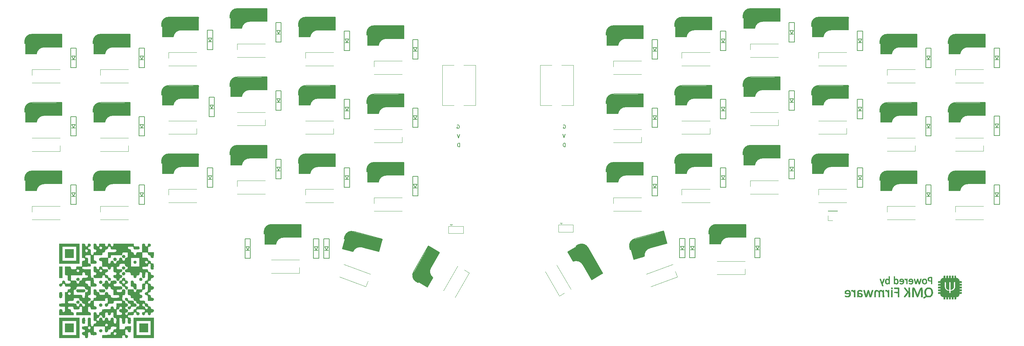
<source format=gbo>
G04 #@! TF.GenerationSoftware,KiCad,Pcbnew,5.1.10*
G04 #@! TF.CreationDate,2021-05-15T20:27:15+02:00*
G04 #@! TF.ProjectId,corne-cherry,636f726e-652d-4636-9865-7272792e6b69,3.0.1*
G04 #@! TF.SameCoordinates,Original*
G04 #@! TF.FileFunction,Legend,Bot*
G04 #@! TF.FilePolarity,Positive*
%FSLAX46Y46*%
G04 Gerber Fmt 4.6, Leading zero omitted, Abs format (unit mm)*
G04 Created by KiCad (PCBNEW 5.1.10) date 2021-05-15 20:27:15*
%MOMM*%
%LPD*%
G01*
G04 APERTURE LIST*
%ADD10C,0.150000*%
%ADD11C,0.010000*%
%ADD12C,0.300000*%
%ADD13C,0.800000*%
%ADD14C,3.000000*%
%ADD15C,0.500000*%
%ADD16C,1.000000*%
%ADD17C,3.500000*%
%ADD18C,0.400000*%
%ADD19C,0.120000*%
G04 APERTURE END LIST*
D10*
X164336604Y-60465580D02*
X164336604Y-59465580D01*
X164098509Y-59465580D01*
X163955652Y-59513200D01*
X163860414Y-59608438D01*
X163812795Y-59703676D01*
X163765176Y-59894152D01*
X163765176Y-60037009D01*
X163812795Y-60227485D01*
X163860414Y-60322723D01*
X163955652Y-60417961D01*
X164098509Y-60465580D01*
X164336604Y-60465580D01*
X164306433Y-56950980D02*
X163973100Y-57950980D01*
X163639766Y-56950980D01*
X163838195Y-54458600D02*
X163933433Y-54410980D01*
X164076290Y-54410980D01*
X164219147Y-54458600D01*
X164314385Y-54553838D01*
X164362004Y-54649076D01*
X164409623Y-54839552D01*
X164409623Y-54982409D01*
X164362004Y-55172885D01*
X164314385Y-55268123D01*
X164219147Y-55363361D01*
X164076290Y-55410980D01*
X163981052Y-55410980D01*
X163838195Y-55363361D01*
X163790576Y-55315742D01*
X163790576Y-54982409D01*
X163981052Y-54982409D01*
X134999604Y-60490980D02*
X134999604Y-59490980D01*
X134761509Y-59490980D01*
X134618652Y-59538600D01*
X134523414Y-59633838D01*
X134475795Y-59729076D01*
X134428176Y-59919552D01*
X134428176Y-60062409D01*
X134475795Y-60252885D01*
X134523414Y-60348123D01*
X134618652Y-60443361D01*
X134761509Y-60490980D01*
X134999604Y-60490980D01*
X135020233Y-57027180D02*
X134686900Y-58027180D01*
X134353566Y-57027180D01*
X134348795Y-54458600D02*
X134444033Y-54410980D01*
X134586890Y-54410980D01*
X134729747Y-54458600D01*
X134824985Y-54553838D01*
X134872604Y-54649076D01*
X134920223Y-54839552D01*
X134920223Y-54982409D01*
X134872604Y-55172885D01*
X134824985Y-55268123D01*
X134729747Y-55363361D01*
X134586890Y-55410980D01*
X134491652Y-55410980D01*
X134348795Y-55363361D01*
X134301176Y-55315742D01*
X134301176Y-54982409D01*
X134491652Y-54982409D01*
D11*
G36*
X29353100Y-87381700D02*
G01*
X23796850Y-87381700D01*
X23796850Y-92144200D01*
X24590600Y-92144200D01*
X24590600Y-88175450D01*
X28559350Y-88175450D01*
X28559350Y-92144200D01*
X24590600Y-92144200D01*
X23796850Y-92144200D01*
X23796850Y-92937950D01*
X29353100Y-92937950D01*
X29353100Y-87381700D01*
G37*
X29353100Y-87381700D02*
X23796850Y-87381700D01*
X23796850Y-92144200D01*
X24590600Y-92144200D01*
X24590600Y-88175450D01*
X28559350Y-88175450D01*
X28559350Y-92144200D01*
X24590600Y-92144200D01*
X23796850Y-92144200D01*
X23796850Y-92937950D01*
X29353100Y-92937950D01*
X29353100Y-87381700D01*
G36*
X49829266Y-91324716D02*
G01*
X49946772Y-91193381D01*
X49986840Y-90875251D01*
X49990600Y-90556700D01*
X49990600Y-89762950D01*
X48403100Y-89762950D01*
X48403100Y-88969200D01*
X48415967Y-88498118D01*
X48481634Y-88263106D01*
X48640699Y-88182970D01*
X48799975Y-88175450D01*
X49102078Y-88109883D01*
X49195173Y-87851713D01*
X49196850Y-87778575D01*
X49131282Y-87476472D01*
X48873112Y-87383377D01*
X48799975Y-87381700D01*
X48497871Y-87447268D01*
X48404776Y-87705438D01*
X48403100Y-87778575D01*
X48337532Y-88080679D01*
X48079362Y-88173774D01*
X48006225Y-88175450D01*
X47704121Y-88109883D01*
X47611026Y-87851713D01*
X47609350Y-87778575D01*
X47543782Y-87476472D01*
X47285612Y-87383377D01*
X47212475Y-87381700D01*
X47010607Y-87396539D01*
X46892277Y-87485639D01*
X46835192Y-87715879D01*
X46817058Y-88154138D01*
X46815600Y-88572325D01*
X46815600Y-89762950D01*
X47609350Y-89762950D01*
X48080432Y-89775818D01*
X48315444Y-89841485D01*
X48395580Y-90000550D01*
X48403100Y-90159825D01*
X48468667Y-90461929D01*
X48726837Y-90555024D01*
X48799975Y-90556700D01*
X49102078Y-90622268D01*
X49195173Y-90880438D01*
X49196850Y-90953575D01*
X49262417Y-91255679D01*
X49520587Y-91348774D01*
X49593725Y-91350450D01*
X49829266Y-91324716D01*
G37*
X49829266Y-91324716D02*
X49946772Y-91193381D01*
X49986840Y-90875251D01*
X49990600Y-90556700D01*
X49990600Y-89762950D01*
X48403100Y-89762950D01*
X48403100Y-88969200D01*
X48415967Y-88498118D01*
X48481634Y-88263106D01*
X48640699Y-88182970D01*
X48799975Y-88175450D01*
X49102078Y-88109883D01*
X49195173Y-87851713D01*
X49196850Y-87778575D01*
X49131282Y-87476472D01*
X48873112Y-87383377D01*
X48799975Y-87381700D01*
X48497871Y-87447268D01*
X48404776Y-87705438D01*
X48403100Y-87778575D01*
X48337532Y-88080679D01*
X48079362Y-88173774D01*
X48006225Y-88175450D01*
X47704121Y-88109883D01*
X47611026Y-87851713D01*
X47609350Y-87778575D01*
X47543782Y-87476472D01*
X47285612Y-87383377D01*
X47212475Y-87381700D01*
X47010607Y-87396539D01*
X46892277Y-87485639D01*
X46835192Y-87715879D01*
X46817058Y-88154138D01*
X46815600Y-88572325D01*
X46815600Y-89762950D01*
X47609350Y-89762950D01*
X48080432Y-89775818D01*
X48315444Y-89841485D01*
X48395580Y-90000550D01*
X48403100Y-90159825D01*
X48468667Y-90461929D01*
X48726837Y-90555024D01*
X48799975Y-90556700D01*
X49102078Y-90622268D01*
X49195173Y-90880438D01*
X49196850Y-90953575D01*
X49262417Y-91255679D01*
X49520587Y-91348774D01*
X49593725Y-91350450D01*
X49829266Y-91324716D01*
G36*
X41259350Y-113178575D02*
G01*
X41324917Y-112876472D01*
X41583087Y-112783377D01*
X41656225Y-112781700D01*
X41958328Y-112847268D01*
X42051423Y-113105438D01*
X42053100Y-113178575D01*
X42118667Y-113480679D01*
X42376837Y-113573774D01*
X42449975Y-113575450D01*
X42752078Y-113509883D01*
X42845173Y-113251713D01*
X42846850Y-113178575D01*
X42781282Y-112876472D01*
X42523112Y-112783377D01*
X42449975Y-112781700D01*
X42214433Y-112755966D01*
X42096927Y-112624631D01*
X42056859Y-112306501D01*
X42053100Y-111987950D01*
X42065967Y-111516868D01*
X42131634Y-111281856D01*
X42290699Y-111201720D01*
X42449975Y-111194200D01*
X42752078Y-111259768D01*
X42845173Y-111517938D01*
X42846850Y-111591075D01*
X42912417Y-111893179D01*
X43170587Y-111986274D01*
X43243725Y-111987950D01*
X43479266Y-111962216D01*
X43596772Y-111830881D01*
X43636840Y-111512751D01*
X43640600Y-111194200D01*
X43640600Y-110400450D01*
X42846850Y-110400450D01*
X42375767Y-110413318D01*
X42140755Y-110478985D01*
X42060619Y-110638050D01*
X42053100Y-110797325D01*
X42027365Y-111032867D01*
X41896030Y-111150373D01*
X41577900Y-111190441D01*
X41259350Y-111194200D01*
X40465600Y-111194200D01*
X40465600Y-108019200D01*
X40862475Y-108019200D01*
X41098016Y-108044935D01*
X41215522Y-108176270D01*
X41255590Y-108494400D01*
X41259350Y-108812950D01*
X41272217Y-109284033D01*
X41337884Y-109519045D01*
X41496949Y-109599181D01*
X41656225Y-109606700D01*
X41891766Y-109580966D01*
X42009272Y-109449631D01*
X42049340Y-109131501D01*
X42053100Y-108812950D01*
X42065967Y-108341868D01*
X42131634Y-108106856D01*
X42290699Y-108026720D01*
X42449975Y-108019200D01*
X42685516Y-108044935D01*
X42803022Y-108176270D01*
X42843090Y-108494400D01*
X42846850Y-108812950D01*
X42859717Y-109284033D01*
X42925384Y-109519045D01*
X43084449Y-109599181D01*
X43243725Y-109606700D01*
X43479266Y-109580966D01*
X43596772Y-109449631D01*
X43636840Y-109131501D01*
X43640600Y-108812950D01*
X43627732Y-108341868D01*
X43562065Y-108106856D01*
X43403000Y-108026720D01*
X43243725Y-108019200D01*
X42941621Y-107953633D01*
X42848526Y-107695463D01*
X42846850Y-107622325D01*
X42872584Y-107386784D01*
X43003919Y-107269278D01*
X43322049Y-107229210D01*
X43640600Y-107225450D01*
X44111682Y-107212583D01*
X44346694Y-107146916D01*
X44426830Y-106987851D01*
X44434350Y-106828575D01*
X44499917Y-106526472D01*
X44758087Y-106433377D01*
X44831225Y-106431700D01*
X45133328Y-106497268D01*
X45226423Y-106755438D01*
X45228100Y-106828575D01*
X45293667Y-107130679D01*
X45551837Y-107223774D01*
X45624975Y-107225450D01*
X45927078Y-107159883D01*
X46020173Y-106901713D01*
X46021850Y-106828575D01*
X45956282Y-106526472D01*
X45698112Y-106433377D01*
X45624975Y-106431700D01*
X45322871Y-106366133D01*
X45229776Y-106107963D01*
X45228100Y-106034825D01*
X45242938Y-105832958D01*
X45332038Y-105714628D01*
X45562278Y-105657543D01*
X46000537Y-105639409D01*
X46418725Y-105637950D01*
X47024326Y-105642897D01*
X47379316Y-105672597D01*
X47550572Y-105749343D01*
X47604973Y-105895430D01*
X47609350Y-106034825D01*
X47543782Y-106336929D01*
X47285612Y-106430024D01*
X47212475Y-106431700D01*
X46910371Y-106497268D01*
X46817276Y-106755438D01*
X46815600Y-106828575D01*
X46881167Y-107130679D01*
X47139337Y-107223774D01*
X47212475Y-107225450D01*
X47514578Y-107159883D01*
X47607673Y-106901713D01*
X47609350Y-106828575D01*
X47674917Y-106526472D01*
X47933087Y-106433377D01*
X48006225Y-106431700D01*
X48308328Y-106497268D01*
X48401423Y-106755438D01*
X48403100Y-106828575D01*
X48468667Y-107130679D01*
X48726837Y-107223774D01*
X48799975Y-107225450D01*
X49102078Y-107159883D01*
X49195173Y-106901713D01*
X49196850Y-106828575D01*
X49262417Y-106526472D01*
X49520587Y-106433377D01*
X49593725Y-106431700D01*
X49895828Y-106366133D01*
X49988923Y-106107963D01*
X49990600Y-106034825D01*
X49925032Y-105732722D01*
X49666862Y-105639627D01*
X49593725Y-105637950D01*
X49291621Y-105572383D01*
X49198526Y-105314213D01*
X49196850Y-105241075D01*
X49131282Y-104938972D01*
X48873112Y-104845877D01*
X48799975Y-104844200D01*
X48497871Y-104778633D01*
X48404776Y-104520463D01*
X48403100Y-104447325D01*
X48337532Y-104145222D01*
X48079362Y-104052127D01*
X48006225Y-104050450D01*
X47704121Y-103984883D01*
X47611026Y-103726713D01*
X47609350Y-103653575D01*
X47583615Y-103418034D01*
X47452280Y-103300528D01*
X47134150Y-103260460D01*
X46815600Y-103256700D01*
X46344517Y-103243833D01*
X46109505Y-103178166D01*
X46029369Y-103019101D01*
X46021850Y-102859825D01*
X46087417Y-102557722D01*
X46345587Y-102464627D01*
X46418725Y-102462950D01*
X46720828Y-102397383D01*
X46813923Y-102139213D01*
X46815600Y-102066075D01*
X46750032Y-101763972D01*
X46491862Y-101670877D01*
X46418725Y-101669200D01*
X46116621Y-101603633D01*
X46023526Y-101345463D01*
X46021850Y-101272325D01*
X46087417Y-100970222D01*
X46345587Y-100877127D01*
X46418725Y-100875450D01*
X46720828Y-100809883D01*
X46813923Y-100551713D01*
X46815600Y-100478575D01*
X46881167Y-100176472D01*
X47139337Y-100083377D01*
X47212475Y-100081700D01*
X47448016Y-100055966D01*
X47565522Y-99924631D01*
X47605590Y-99606501D01*
X47609350Y-99287950D01*
X47622217Y-98816868D01*
X47687884Y-98581856D01*
X47846949Y-98501720D01*
X48006225Y-98494200D01*
X48208092Y-98509039D01*
X48326422Y-98598139D01*
X48383507Y-98828379D01*
X48401641Y-99266638D01*
X48403100Y-99684825D01*
X48398153Y-100290427D01*
X48368453Y-100645417D01*
X48291707Y-100816673D01*
X48145620Y-100871074D01*
X48006225Y-100875450D01*
X47704121Y-100941018D01*
X47611026Y-101199188D01*
X47609350Y-101272325D01*
X47674917Y-101574429D01*
X47933087Y-101667524D01*
X48006225Y-101669200D01*
X48241766Y-101694935D01*
X48359272Y-101826270D01*
X48399340Y-102144400D01*
X48403100Y-102462950D01*
X48403100Y-103256700D01*
X49196850Y-103256700D01*
X49667932Y-103243833D01*
X49902944Y-103178166D01*
X49983080Y-103019101D01*
X49990600Y-102859825D01*
X49925032Y-102557722D01*
X49666862Y-102464627D01*
X49593725Y-102462950D01*
X49291621Y-102397383D01*
X49198526Y-102139213D01*
X49196850Y-102066075D01*
X49131282Y-101763972D01*
X48873112Y-101670877D01*
X48799975Y-101669200D01*
X48497871Y-101603633D01*
X48404776Y-101345463D01*
X48403100Y-101272325D01*
X48468667Y-100970222D01*
X48726837Y-100877127D01*
X48799975Y-100875450D01*
X49102078Y-100809883D01*
X49195173Y-100551713D01*
X49196850Y-100478575D01*
X49262417Y-100176472D01*
X49520587Y-100083377D01*
X49593725Y-100081700D01*
X49895828Y-100016133D01*
X49988923Y-99757963D01*
X49990600Y-99684825D01*
X49925032Y-99382722D01*
X49666862Y-99289627D01*
X49593725Y-99287950D01*
X49291621Y-99222383D01*
X49198526Y-98964213D01*
X49196850Y-98891075D01*
X49131282Y-98588972D01*
X48873112Y-98495877D01*
X48799975Y-98494200D01*
X48497871Y-98428633D01*
X48404776Y-98170463D01*
X48403100Y-98097325D01*
X48468667Y-97795222D01*
X48726837Y-97702127D01*
X48799975Y-97700450D01*
X49102078Y-97634883D01*
X49195173Y-97376713D01*
X49196850Y-97303575D01*
X49262417Y-97001472D01*
X49520587Y-96908377D01*
X49593725Y-96906700D01*
X49895828Y-96841133D01*
X49988923Y-96582963D01*
X49990600Y-96509825D01*
X49925032Y-96207722D01*
X49666862Y-96114627D01*
X49593725Y-96112950D01*
X49291621Y-96047383D01*
X49198526Y-95789213D01*
X49196850Y-95716075D01*
X49131282Y-95413972D01*
X48873112Y-95320877D01*
X48799975Y-95319200D01*
X48497871Y-95253633D01*
X48404776Y-94995463D01*
X48403100Y-94922325D01*
X48377365Y-94686784D01*
X48246030Y-94569278D01*
X47927900Y-94529210D01*
X47609350Y-94525450D01*
X47138267Y-94512583D01*
X46903255Y-94446916D01*
X46823119Y-94287851D01*
X46815600Y-94128575D01*
X46841334Y-93893034D01*
X46972669Y-93775528D01*
X47290799Y-93735460D01*
X47609350Y-93731700D01*
X48080432Y-93718833D01*
X48315444Y-93653166D01*
X48395580Y-93494101D01*
X48403100Y-93334825D01*
X48468667Y-93032722D01*
X48726837Y-92939627D01*
X48799975Y-92937950D01*
X49035516Y-92963685D01*
X49153022Y-93095020D01*
X49193090Y-93413150D01*
X49196850Y-93731700D01*
X49209717Y-94202783D01*
X49275384Y-94437795D01*
X49434449Y-94517931D01*
X49593725Y-94525450D01*
X49829266Y-94499716D01*
X49946772Y-94368381D01*
X49986840Y-94050251D01*
X49990600Y-93731700D01*
X49977732Y-93260618D01*
X49912065Y-93025606D01*
X49753000Y-92945470D01*
X49593725Y-92937950D01*
X49291621Y-92872383D01*
X49198526Y-92614213D01*
X49196850Y-92541075D01*
X49131282Y-92238972D01*
X48873112Y-92145877D01*
X48799975Y-92144200D01*
X48497871Y-92078633D01*
X48404776Y-91820463D01*
X48403100Y-91747325D01*
X48377365Y-91511784D01*
X48246030Y-91394278D01*
X47927900Y-91354210D01*
X47609350Y-91350450D01*
X46815600Y-91350450D01*
X46815600Y-89762950D01*
X46021850Y-89762950D01*
X45550767Y-89775818D01*
X45315755Y-89841485D01*
X45235619Y-90000550D01*
X45228100Y-90159825D01*
X45162532Y-90461929D01*
X44904362Y-90555024D01*
X44831225Y-90556700D01*
X44529121Y-90491133D01*
X44436026Y-90232963D01*
X44434350Y-90159825D01*
X44368782Y-89857722D01*
X44110612Y-89764627D01*
X44037475Y-89762950D01*
X43735371Y-89697383D01*
X43642276Y-89439213D01*
X43640600Y-89366075D01*
X43575032Y-89063972D01*
X43316862Y-88970877D01*
X43243725Y-88969200D01*
X42941621Y-88903633D01*
X42848526Y-88645463D01*
X42846850Y-88572325D01*
X42872584Y-88336784D01*
X43003919Y-88219278D01*
X43322049Y-88179210D01*
X43640600Y-88175450D01*
X44111682Y-88188318D01*
X44346694Y-88253985D01*
X44426830Y-88413050D01*
X44434350Y-88572325D01*
X44460084Y-88807867D01*
X44591419Y-88925373D01*
X44909549Y-88965441D01*
X45228100Y-88969200D01*
X45699182Y-88956333D01*
X45934194Y-88890666D01*
X46014330Y-88731601D01*
X46021850Y-88572325D01*
X45996115Y-88336784D01*
X45864780Y-88219278D01*
X45546650Y-88179210D01*
X45228100Y-88175450D01*
X44757017Y-88162583D01*
X44522005Y-88096916D01*
X44441869Y-87937851D01*
X44434350Y-87778575D01*
X44434350Y-87381700D01*
X38878100Y-87381700D01*
X38878100Y-87778575D01*
X38812532Y-88080679D01*
X38554362Y-88173774D01*
X38481225Y-88175450D01*
X38179121Y-88109883D01*
X38086026Y-87851713D01*
X38084350Y-87778575D01*
X38018782Y-87476472D01*
X37760612Y-87383377D01*
X37687475Y-87381700D01*
X37385371Y-87447268D01*
X37292276Y-87705438D01*
X37290600Y-87778575D01*
X37225032Y-88080679D01*
X36966862Y-88173774D01*
X36893725Y-88175450D01*
X36591621Y-88109883D01*
X36498526Y-87851713D01*
X36496850Y-87778575D01*
X36471115Y-87543034D01*
X36339780Y-87425528D01*
X36021650Y-87385460D01*
X35703100Y-87381700D01*
X35232017Y-87394568D01*
X34997005Y-87460235D01*
X34916869Y-87619300D01*
X34909350Y-87778575D01*
X34843782Y-88080679D01*
X34585612Y-88173774D01*
X34512475Y-88175450D01*
X34210371Y-88109883D01*
X34117276Y-87851713D01*
X34115600Y-87778575D01*
X34050032Y-87476472D01*
X33791862Y-87383377D01*
X33718725Y-87381700D01*
X33483183Y-87407435D01*
X33365677Y-87538770D01*
X33325609Y-87856900D01*
X33321850Y-88175450D01*
X33332690Y-88572325D01*
X34909350Y-88572325D01*
X34974917Y-88270222D01*
X35233087Y-88177127D01*
X35306225Y-88175450D01*
X35608328Y-88241018D01*
X35701423Y-88499188D01*
X35703100Y-88572325D01*
X35637532Y-88874429D01*
X35379362Y-88967524D01*
X35306225Y-88969200D01*
X35004121Y-88903633D01*
X34911026Y-88645463D01*
X34909350Y-88572325D01*
X33332690Y-88572325D01*
X33334717Y-88646533D01*
X33400384Y-88881545D01*
X33559449Y-88961681D01*
X33718725Y-88969200D01*
X34020828Y-89034768D01*
X34113923Y-89292938D01*
X34115600Y-89366075D01*
X34050032Y-89668179D01*
X33791862Y-89761274D01*
X33718725Y-89762950D01*
X33416621Y-89828518D01*
X33323526Y-90086688D01*
X33321850Y-90159825D01*
X33256282Y-90461929D01*
X32998112Y-90555024D01*
X32924975Y-90556700D01*
X32689433Y-90530966D01*
X32571927Y-90399631D01*
X32531859Y-90081501D01*
X32528100Y-89762950D01*
X32515232Y-89291868D01*
X32449565Y-89056856D01*
X32290500Y-88976720D01*
X32131225Y-88969200D01*
X31829121Y-88903633D01*
X31736026Y-88645463D01*
X31734350Y-88572325D01*
X31799917Y-88270222D01*
X32058087Y-88177127D01*
X32131225Y-88175450D01*
X32433328Y-88109883D01*
X32526423Y-87851713D01*
X32528100Y-87778575D01*
X32462532Y-87476472D01*
X32204362Y-87383377D01*
X32131225Y-87381700D01*
X31829121Y-87447268D01*
X31736026Y-87705438D01*
X31734350Y-87778575D01*
X31668782Y-88080679D01*
X31410612Y-88173774D01*
X31337475Y-88175450D01*
X31035371Y-88109883D01*
X30942276Y-87851713D01*
X30940600Y-87778575D01*
X30875032Y-87476472D01*
X30616862Y-87383377D01*
X30543725Y-87381700D01*
X30146850Y-87381700D01*
X30146850Y-89366075D01*
X30940600Y-89366075D01*
X31006167Y-89063972D01*
X31264337Y-88970877D01*
X31337475Y-88969200D01*
X31639578Y-89034768D01*
X31732673Y-89292938D01*
X31734350Y-89366075D01*
X31668782Y-89668179D01*
X31410612Y-89761274D01*
X31337475Y-89762950D01*
X31035371Y-89697383D01*
X30942276Y-89439213D01*
X30940600Y-89366075D01*
X30146850Y-89366075D01*
X30146850Y-91350450D01*
X30543725Y-91350450D01*
X30845828Y-91416018D01*
X30938923Y-91674188D01*
X30940600Y-91747325D01*
X30875032Y-92049429D01*
X30616862Y-92142524D01*
X30543725Y-92144200D01*
X30308183Y-92169935D01*
X30190677Y-92301270D01*
X30150609Y-92619400D01*
X30146850Y-92937950D01*
X30146850Y-93731700D01*
X29353100Y-93731700D01*
X28882017Y-93744568D01*
X28647005Y-93810235D01*
X28566869Y-93969300D01*
X28559350Y-94128575D01*
X30146850Y-94128575D01*
X30161688Y-93926708D01*
X30250788Y-93808378D01*
X30481028Y-93751293D01*
X30919287Y-93733159D01*
X31337475Y-93731700D01*
X31943076Y-93726754D01*
X32298066Y-93697054D01*
X32469322Y-93620308D01*
X32523723Y-93474221D01*
X32528100Y-93334825D01*
X32462532Y-93032722D01*
X32204362Y-92939627D01*
X32131225Y-92937950D01*
X31895683Y-92912216D01*
X31778177Y-92780881D01*
X31738109Y-92462751D01*
X31734350Y-92144200D01*
X31721482Y-91673118D01*
X31655815Y-91438106D01*
X31496750Y-91357970D01*
X31337475Y-91350450D01*
X31035371Y-91284883D01*
X30942276Y-91026713D01*
X30940600Y-90953575D01*
X30966334Y-90718034D01*
X31097669Y-90600528D01*
X31415799Y-90560460D01*
X31734350Y-90556700D01*
X32528100Y-90556700D01*
X32528100Y-92937950D01*
X33321850Y-92937950D01*
X33792932Y-92925083D01*
X34027944Y-92859416D01*
X34108080Y-92700351D01*
X34115600Y-92541075D01*
X34050032Y-92238972D01*
X33791862Y-92145877D01*
X33718725Y-92144200D01*
X33483183Y-92118466D01*
X33365677Y-91987131D01*
X33325609Y-91669001D01*
X33321850Y-91350450D01*
X33321850Y-90556700D01*
X34512475Y-90556700D01*
X35118076Y-90551754D01*
X35473066Y-90522054D01*
X35644322Y-90445308D01*
X35698723Y-90299221D01*
X35703100Y-90159825D01*
X35768667Y-89857722D01*
X36026837Y-89764627D01*
X36099975Y-89762950D01*
X36402078Y-89697383D01*
X36495173Y-89439213D01*
X36496850Y-89366075D01*
X36562417Y-89063972D01*
X36820587Y-88970877D01*
X36893725Y-88969200D01*
X37195828Y-88903633D01*
X37288923Y-88645463D01*
X37290600Y-88572325D01*
X37356167Y-88270222D01*
X37614337Y-88177127D01*
X37687475Y-88175450D01*
X37989578Y-88241018D01*
X38082673Y-88499188D01*
X38084350Y-88572325D01*
X38110084Y-88807867D01*
X38241419Y-88925373D01*
X38559549Y-88965441D01*
X38878100Y-88969200D01*
X39349182Y-88982068D01*
X39584194Y-89047735D01*
X39664330Y-89206800D01*
X39671850Y-89366075D01*
X39657011Y-89567943D01*
X39567911Y-89686273D01*
X39337671Y-89743358D01*
X38899412Y-89761492D01*
X38481225Y-89762950D01*
X37290600Y-89762950D01*
X37290600Y-90556700D01*
X37303467Y-91027783D01*
X37369134Y-91262795D01*
X37528199Y-91342931D01*
X37687475Y-91350450D01*
X37989578Y-91284883D01*
X38082673Y-91026713D01*
X38084350Y-90953575D01*
X38084350Y-90556700D01*
X41259350Y-90556700D01*
X41259350Y-90159825D01*
X41285084Y-89924284D01*
X41416419Y-89806778D01*
X41734549Y-89766710D01*
X42053100Y-89762950D01*
X42846850Y-89762950D01*
X42846850Y-90556700D01*
X42833982Y-91027783D01*
X42768315Y-91262795D01*
X42609250Y-91342931D01*
X42449975Y-91350450D01*
X42147871Y-91416018D01*
X42054776Y-91674188D01*
X42053100Y-91747325D01*
X41987532Y-92049429D01*
X41729362Y-92142524D01*
X41656225Y-92144200D01*
X41354121Y-92078633D01*
X41261026Y-91820463D01*
X41259350Y-91747325D01*
X41193782Y-91445222D01*
X40935612Y-91352127D01*
X40862475Y-91350450D01*
X40560371Y-91416018D01*
X40467276Y-91674188D01*
X40465600Y-91747325D01*
X40400032Y-92049429D01*
X40141862Y-92142524D01*
X40068725Y-92144200D01*
X39766621Y-92209768D01*
X39673526Y-92467938D01*
X39671850Y-92541075D01*
X39606282Y-92843179D01*
X39348112Y-92936274D01*
X39274975Y-92937950D01*
X38972871Y-92872383D01*
X38879776Y-92614213D01*
X38878100Y-92541075D01*
X38812532Y-92238972D01*
X38554362Y-92145877D01*
X38481225Y-92144200D01*
X38179121Y-92209768D01*
X38086026Y-92467938D01*
X38084350Y-92541075D01*
X38018782Y-92843179D01*
X37760612Y-92936274D01*
X37687475Y-92937950D01*
X37451933Y-92912216D01*
X37334427Y-92780881D01*
X37294359Y-92462751D01*
X37290600Y-92144200D01*
X37290600Y-91350450D01*
X36099975Y-91350450D01*
X35494373Y-91355397D01*
X35139383Y-91385097D01*
X34968127Y-91461843D01*
X34913726Y-91607930D01*
X34909350Y-91747325D01*
X34974917Y-92049429D01*
X35233087Y-92142524D01*
X35306225Y-92144200D01*
X35541766Y-92169935D01*
X35659272Y-92301270D01*
X35699340Y-92619400D01*
X35703100Y-92937950D01*
X35703100Y-93731700D01*
X36496850Y-93731700D01*
X36967932Y-93744568D01*
X37202944Y-93810235D01*
X37283080Y-93969300D01*
X37290600Y-94128575D01*
X37356167Y-94430679D01*
X37614337Y-94523774D01*
X37687475Y-94525450D01*
X37989578Y-94459883D01*
X38082673Y-94201713D01*
X38084350Y-94128575D01*
X38149917Y-93826472D01*
X38408087Y-93733377D01*
X38481225Y-93731700D01*
X38716766Y-93757435D01*
X38834272Y-93888770D01*
X38874340Y-94206900D01*
X38878100Y-94525450D01*
X38890967Y-94996533D01*
X38956634Y-95231545D01*
X39115699Y-95311681D01*
X39274975Y-95319200D01*
X39577078Y-95384768D01*
X39670173Y-95642938D01*
X39671850Y-95716075D01*
X39606282Y-96018179D01*
X39348112Y-96111274D01*
X39274975Y-96112950D01*
X38972871Y-96178518D01*
X38879776Y-96436688D01*
X38878100Y-96509825D01*
X38943667Y-96811929D01*
X39201837Y-96905024D01*
X39274975Y-96906700D01*
X39577078Y-96972268D01*
X39670173Y-97230438D01*
X39671850Y-97303575D01*
X39737417Y-97605679D01*
X39995587Y-97698774D01*
X40068725Y-97700450D01*
X40370828Y-97634883D01*
X40463923Y-97376713D01*
X40465600Y-97303575D01*
X40531167Y-97001472D01*
X40789337Y-96908377D01*
X40862475Y-96906700D01*
X41164578Y-96841133D01*
X41257673Y-96582963D01*
X41259350Y-96509825D01*
X41193782Y-96207722D01*
X40935612Y-96114627D01*
X40862475Y-96112950D01*
X40560371Y-96047383D01*
X40467276Y-95789213D01*
X40465600Y-95716075D01*
X40531167Y-95413972D01*
X40789337Y-95320877D01*
X40862475Y-95319200D01*
X41164578Y-95253633D01*
X41257673Y-94995463D01*
X41259350Y-94922325D01*
X41233615Y-94686784D01*
X41102280Y-94569278D01*
X40784150Y-94529210D01*
X40465600Y-94525450D01*
X39994517Y-94512583D01*
X39759505Y-94446916D01*
X39679369Y-94287851D01*
X39671850Y-94128575D01*
X39737417Y-93826472D01*
X39995587Y-93733377D01*
X40068725Y-93731700D01*
X40370828Y-93666133D01*
X40463923Y-93407963D01*
X40465600Y-93334825D01*
X40491334Y-93099284D01*
X40622669Y-92981778D01*
X40940799Y-92941710D01*
X41259350Y-92937950D01*
X41730432Y-92950818D01*
X41965444Y-93016485D01*
X42045580Y-93175550D01*
X42053100Y-93334825D01*
X42118667Y-93636929D01*
X42376837Y-93730024D01*
X42449975Y-93731700D01*
X43640600Y-93731700D01*
X43640600Y-91350450D01*
X46021850Y-91350450D01*
X46021850Y-92541075D01*
X47609350Y-92541075D01*
X47674917Y-92238972D01*
X47933087Y-92145877D01*
X48006225Y-92144200D01*
X48308328Y-92209768D01*
X48401423Y-92467938D01*
X48403100Y-92541075D01*
X48337532Y-92843179D01*
X48079362Y-92936274D01*
X48006225Y-92937950D01*
X47704121Y-92872383D01*
X47611026Y-92614213D01*
X47609350Y-92541075D01*
X46021850Y-92541075D01*
X46021850Y-93731700D01*
X43640600Y-93731700D01*
X42449975Y-93731700D01*
X42752078Y-93797268D01*
X42845173Y-94055438D01*
X42846850Y-94128575D01*
X42781282Y-94430679D01*
X42523112Y-94523774D01*
X42449975Y-94525450D01*
X42147871Y-94591018D01*
X42054776Y-94849188D01*
X42053100Y-94922325D01*
X42078834Y-95157867D01*
X42210169Y-95275373D01*
X42528299Y-95315441D01*
X42846850Y-95319200D01*
X43317932Y-95332068D01*
X43552944Y-95397735D01*
X43633080Y-95556800D01*
X43640600Y-95716075D01*
X43706167Y-96018179D01*
X43964337Y-96111274D01*
X44037475Y-96112950D01*
X44339578Y-96178518D01*
X44432673Y-96436688D01*
X44434350Y-96509825D01*
X44499917Y-96811929D01*
X44758087Y-96905024D01*
X44831225Y-96906700D01*
X45133328Y-96841133D01*
X45226423Y-96582963D01*
X45228100Y-96509825D01*
X45293667Y-96207722D01*
X45551837Y-96114627D01*
X45624975Y-96112950D01*
X45927078Y-96047383D01*
X46020173Y-95789213D01*
X46021850Y-95716075D01*
X46087417Y-95413972D01*
X46345587Y-95320877D01*
X46418725Y-95319200D01*
X46654266Y-95344935D01*
X46771772Y-95476270D01*
X46811840Y-95794400D01*
X46815600Y-96112950D01*
X46828467Y-96584033D01*
X46894134Y-96819045D01*
X47053199Y-96899181D01*
X47212475Y-96906700D01*
X47448016Y-96880966D01*
X47565522Y-96749631D01*
X47605590Y-96431501D01*
X47609350Y-96112950D01*
X47622217Y-95641868D01*
X47687884Y-95406856D01*
X47846949Y-95326720D01*
X48006225Y-95319200D01*
X48208092Y-95334039D01*
X48326422Y-95423139D01*
X48383507Y-95653379D01*
X48401641Y-96091638D01*
X48403100Y-96509825D01*
X48398153Y-97115427D01*
X48368453Y-97470417D01*
X48291707Y-97641673D01*
X48145620Y-97696074D01*
X48006225Y-97700450D01*
X47704121Y-97766018D01*
X47611026Y-98024188D01*
X47609350Y-98097325D01*
X47543782Y-98399429D01*
X47285612Y-98492524D01*
X47212475Y-98494200D01*
X46976933Y-98519935D01*
X46859427Y-98651270D01*
X46819359Y-98969400D01*
X46815600Y-99287950D01*
X46815600Y-100081700D01*
X46021850Y-100081700D01*
X45550767Y-100094568D01*
X45315755Y-100160235D01*
X45235619Y-100319300D01*
X45228100Y-100478575D01*
X45162532Y-100780679D01*
X44904362Y-100873774D01*
X44831225Y-100875450D01*
X44529121Y-100809883D01*
X44436026Y-100551713D01*
X44434350Y-100478575D01*
X44408615Y-100243034D01*
X44277280Y-100125528D01*
X43959150Y-100085460D01*
X43640600Y-100081700D01*
X42846850Y-100081700D01*
X42846850Y-100875450D01*
X42859717Y-101346533D01*
X42925384Y-101581545D01*
X43084449Y-101661681D01*
X43243725Y-101669200D01*
X43545828Y-101734768D01*
X43638923Y-101992938D01*
X43640600Y-102066075D01*
X43706167Y-102368179D01*
X43964337Y-102461274D01*
X44037475Y-102462950D01*
X44339578Y-102528518D01*
X44432673Y-102786688D01*
X44434350Y-102859825D01*
X44499917Y-103161929D01*
X44758087Y-103255024D01*
X44831225Y-103256700D01*
X45133328Y-103322268D01*
X45226423Y-103580438D01*
X45228100Y-103653575D01*
X45293667Y-103955679D01*
X45551837Y-104048774D01*
X45624975Y-104050450D01*
X45927078Y-104116018D01*
X46020173Y-104374188D01*
X46021850Y-104447325D01*
X46815600Y-104447325D01*
X46881167Y-104145222D01*
X47139337Y-104052127D01*
X47212475Y-104050450D01*
X47514578Y-104116018D01*
X47607673Y-104374188D01*
X47609350Y-104447325D01*
X47674917Y-104749429D01*
X47933087Y-104842524D01*
X48006225Y-104844200D01*
X48308328Y-104909768D01*
X48401423Y-105167938D01*
X48403100Y-105241075D01*
X48337532Y-105543179D01*
X48079362Y-105636274D01*
X48006225Y-105637950D01*
X47704121Y-105572383D01*
X47611026Y-105314213D01*
X47609350Y-105241075D01*
X47543782Y-104938972D01*
X47285612Y-104845877D01*
X47212475Y-104844200D01*
X46910371Y-104778633D01*
X46817276Y-104520463D01*
X46815600Y-104447325D01*
X46021850Y-104447325D01*
X45956282Y-104749429D01*
X45698112Y-104842524D01*
X45624975Y-104844200D01*
X45322871Y-104909768D01*
X45229776Y-105167938D01*
X45228100Y-105241075D01*
X45162532Y-105543179D01*
X44904362Y-105636274D01*
X44831225Y-105637950D01*
X44529121Y-105703518D01*
X44436026Y-105961688D01*
X44434350Y-106034825D01*
X44408615Y-106270367D01*
X44277280Y-106387873D01*
X43959150Y-106427941D01*
X43640600Y-106431700D01*
X43169517Y-106444568D01*
X42934505Y-106510235D01*
X42854369Y-106669300D01*
X42846850Y-106828575D01*
X42781282Y-107130679D01*
X42523112Y-107223774D01*
X42449975Y-107225450D01*
X42147871Y-107159883D01*
X42054776Y-106901713D01*
X42053100Y-106828575D01*
X42118667Y-106526472D01*
X42376837Y-106433377D01*
X42449975Y-106431700D01*
X42752078Y-106366133D01*
X42845173Y-106107963D01*
X42846850Y-106034825D01*
X42781282Y-105732722D01*
X42523112Y-105639627D01*
X42449975Y-105637950D01*
X42147871Y-105572383D01*
X42054776Y-105314213D01*
X42053100Y-105241075D01*
X42118667Y-104938972D01*
X42376837Y-104845877D01*
X42449975Y-104844200D01*
X42752078Y-104778633D01*
X42845173Y-104520463D01*
X42846850Y-104447325D01*
X42781282Y-104145222D01*
X42523112Y-104052127D01*
X42449975Y-104050450D01*
X42147871Y-103984883D01*
X42054776Y-103726713D01*
X42053100Y-103653575D01*
X41987532Y-103351472D01*
X41729362Y-103258377D01*
X41656225Y-103256700D01*
X41420683Y-103230966D01*
X41303177Y-103099631D01*
X41263109Y-102781501D01*
X41259350Y-102462950D01*
X41272217Y-101991868D01*
X41337884Y-101756856D01*
X41496949Y-101676720D01*
X41656225Y-101669200D01*
X41891766Y-101643466D01*
X42009272Y-101512131D01*
X42049340Y-101194001D01*
X42053100Y-100875450D01*
X42040232Y-100404368D01*
X41974565Y-100169356D01*
X41815500Y-100089220D01*
X41656225Y-100081700D01*
X41354121Y-100147268D01*
X41261026Y-100405438D01*
X41259350Y-100478575D01*
X41233615Y-100714117D01*
X41102280Y-100831623D01*
X40784150Y-100871691D01*
X40465600Y-100875450D01*
X39994517Y-100862583D01*
X39759505Y-100796916D01*
X39679369Y-100637851D01*
X39671850Y-100478575D01*
X39697584Y-100243034D01*
X39828919Y-100125528D01*
X40147049Y-100085460D01*
X40465600Y-100081700D01*
X40936682Y-100068833D01*
X41171694Y-100003166D01*
X41251830Y-99844101D01*
X41259350Y-99684825D01*
X41244511Y-99482958D01*
X41155411Y-99364628D01*
X40925171Y-99307543D01*
X40486912Y-99289409D01*
X40068725Y-99287950D01*
X39463123Y-99283004D01*
X39108133Y-99253304D01*
X38936877Y-99176558D01*
X38882476Y-99030471D01*
X38878100Y-98891075D01*
X38943667Y-98588972D01*
X39201837Y-98495877D01*
X39274975Y-98494200D01*
X39577078Y-98428633D01*
X39670173Y-98170463D01*
X39671850Y-98097325D01*
X39646115Y-97861784D01*
X39514780Y-97744278D01*
X39196650Y-97704210D01*
X38878100Y-97700450D01*
X38407017Y-97713318D01*
X38172005Y-97778985D01*
X38091869Y-97938050D01*
X38084350Y-98097325D01*
X38018782Y-98399429D01*
X37760612Y-98492524D01*
X37687475Y-98494200D01*
X37385371Y-98428633D01*
X37292276Y-98170463D01*
X37290600Y-98097325D01*
X37225032Y-97795222D01*
X36966862Y-97702127D01*
X36893725Y-97700450D01*
X36591621Y-97766018D01*
X36498526Y-98024188D01*
X36496850Y-98097325D01*
X36431282Y-98399429D01*
X36173112Y-98492524D01*
X36099975Y-98494200D01*
X35797871Y-98559768D01*
X35704776Y-98817938D01*
X35703100Y-98891075D01*
X35768667Y-99193179D01*
X36026837Y-99286274D01*
X36099975Y-99287950D01*
X36402078Y-99353518D01*
X36495173Y-99611688D01*
X36496850Y-99684825D01*
X36562417Y-99986929D01*
X36820587Y-100080024D01*
X36893725Y-100081700D01*
X37195828Y-100016133D01*
X37288923Y-99757963D01*
X37290600Y-99684825D01*
X37356167Y-99382722D01*
X37614337Y-99289627D01*
X37687475Y-99287950D01*
X37989578Y-99353518D01*
X38082673Y-99611688D01*
X38084350Y-99684825D01*
X38149917Y-99986929D01*
X38408087Y-100080024D01*
X38481225Y-100081700D01*
X38716766Y-100107435D01*
X38834272Y-100238770D01*
X38874340Y-100556900D01*
X38878100Y-100875450D01*
X38878100Y-101669200D01*
X39671850Y-101669200D01*
X40142932Y-101682068D01*
X40377944Y-101747735D01*
X40458080Y-101906800D01*
X40465600Y-102066075D01*
X40450761Y-102267943D01*
X40361661Y-102386273D01*
X40131421Y-102443358D01*
X39693162Y-102461492D01*
X39274975Y-102462950D01*
X38669373Y-102458004D01*
X38314383Y-102428304D01*
X38143127Y-102351558D01*
X38088726Y-102205471D01*
X38084350Y-102066075D01*
X38018782Y-101763972D01*
X37760612Y-101670877D01*
X37687475Y-101669200D01*
X37385371Y-101603633D01*
X37292276Y-101345463D01*
X37290600Y-101272325D01*
X37225032Y-100970222D01*
X36966862Y-100877127D01*
X36893725Y-100875450D01*
X36591621Y-100941018D01*
X36498526Y-101199188D01*
X36496850Y-101272325D01*
X36471115Y-101507867D01*
X36339780Y-101625373D01*
X36021650Y-101665441D01*
X35703100Y-101669200D01*
X35232017Y-101656333D01*
X34997005Y-101590666D01*
X34916869Y-101431601D01*
X34909350Y-101272325D01*
X34843782Y-100970222D01*
X34585612Y-100877127D01*
X34512475Y-100875450D01*
X34210371Y-100809883D01*
X34117276Y-100551713D01*
X34115600Y-100478575D01*
X34050032Y-100176472D01*
X33791862Y-100083377D01*
X33718725Y-100081700D01*
X33483183Y-100107435D01*
X33365677Y-100238770D01*
X33325609Y-100556900D01*
X33321850Y-100875450D01*
X33334717Y-101346533D01*
X33400384Y-101581545D01*
X33559449Y-101661681D01*
X33718725Y-101669200D01*
X34020828Y-101734768D01*
X34113923Y-101992938D01*
X34115600Y-102066075D01*
X34050032Y-102368179D01*
X33791862Y-102461274D01*
X33718725Y-102462950D01*
X33416621Y-102528518D01*
X33323526Y-102786688D01*
X33321850Y-102859825D01*
X33256282Y-103161929D01*
X32998112Y-103255024D01*
X32924975Y-103256700D01*
X32622871Y-103322268D01*
X32529776Y-103580438D01*
X32528100Y-103653575D01*
X32462532Y-103955679D01*
X32204362Y-104048774D01*
X32131225Y-104050450D01*
X31829121Y-103984883D01*
X31736026Y-103726713D01*
X31734350Y-103653575D01*
X31799917Y-103351472D01*
X32058087Y-103258377D01*
X32131225Y-103256700D01*
X32433328Y-103191133D01*
X32526423Y-102932963D01*
X32528100Y-102859825D01*
X32462532Y-102557722D01*
X32204362Y-102464627D01*
X32131225Y-102462950D01*
X31829121Y-102397383D01*
X31736026Y-102139213D01*
X31734350Y-102066075D01*
X31799917Y-101763972D01*
X32058087Y-101670877D01*
X32131225Y-101669200D01*
X32333092Y-101654362D01*
X32451422Y-101565262D01*
X32508507Y-101335022D01*
X32526641Y-100896763D01*
X32528100Y-100478575D01*
X32523153Y-99872974D01*
X32493453Y-99517984D01*
X32416707Y-99346728D01*
X32270620Y-99292327D01*
X32131225Y-99287950D01*
X31829121Y-99222383D01*
X31736026Y-98964213D01*
X31734350Y-98891075D01*
X31668782Y-98588972D01*
X31410612Y-98495877D01*
X31337475Y-98494200D01*
X31035371Y-98428633D01*
X30942276Y-98170463D01*
X30940600Y-98097325D01*
X30966334Y-97861784D01*
X31097669Y-97744278D01*
X31415799Y-97704210D01*
X31734350Y-97700450D01*
X32528100Y-97700450D01*
X32528100Y-99287950D01*
X33321850Y-99287950D01*
X33792932Y-99275083D01*
X34027944Y-99209416D01*
X34108080Y-99050351D01*
X34115600Y-98891075D01*
X34050032Y-98588972D01*
X33791862Y-98495877D01*
X33718725Y-98494200D01*
X33483183Y-98468466D01*
X33365677Y-98337131D01*
X33325609Y-98019001D01*
X33321850Y-97700450D01*
X33308982Y-97229368D01*
X33243315Y-96994356D01*
X33084250Y-96914220D01*
X32924975Y-96906700D01*
X32723107Y-96891862D01*
X32604777Y-96802762D01*
X32547692Y-96572522D01*
X32529558Y-96134263D01*
X32528100Y-95716075D01*
X32528100Y-94525450D01*
X31337475Y-94525450D01*
X30731873Y-94520504D01*
X30376883Y-94490804D01*
X30205627Y-94414058D01*
X30151226Y-94267971D01*
X30146850Y-94128575D01*
X28559350Y-94128575D01*
X28533615Y-94364117D01*
X28402280Y-94481623D01*
X28084150Y-94521691D01*
X27765600Y-94525450D01*
X27294517Y-94512583D01*
X27059505Y-94446916D01*
X26979369Y-94287851D01*
X26971850Y-94128575D01*
X26946115Y-93893034D01*
X26814780Y-93775528D01*
X26496650Y-93735460D01*
X26178100Y-93731700D01*
X25384350Y-93731700D01*
X25384350Y-94922325D01*
X28559350Y-94922325D01*
X28624917Y-94620222D01*
X28883087Y-94527127D01*
X28956225Y-94525450D01*
X29258328Y-94591018D01*
X29351423Y-94849188D01*
X29353100Y-94922325D01*
X29287532Y-95224429D01*
X29029362Y-95317524D01*
X28956225Y-95319200D01*
X28654121Y-95253633D01*
X28561026Y-94995463D01*
X28559350Y-94922325D01*
X25384350Y-94922325D01*
X25389296Y-95527927D01*
X25418996Y-95882917D01*
X25495742Y-96054173D01*
X25641829Y-96108574D01*
X25781225Y-96112950D01*
X26016766Y-96138685D01*
X26134272Y-96270020D01*
X26174340Y-96588150D01*
X26178100Y-96906700D01*
X26190967Y-97377783D01*
X26256634Y-97612795D01*
X26415699Y-97692931D01*
X26574975Y-97700450D01*
X26971850Y-97700450D01*
X26971850Y-96112950D01*
X30146850Y-96112950D01*
X30146850Y-95716075D01*
X30212417Y-95413972D01*
X30470587Y-95320877D01*
X30543725Y-95319200D01*
X30845828Y-95384768D01*
X30938923Y-95642938D01*
X30940600Y-95716075D01*
X31006167Y-96018179D01*
X31264337Y-96111274D01*
X31337475Y-96112950D01*
X31639578Y-96178518D01*
X31732673Y-96436688D01*
X31734350Y-96509825D01*
X31708615Y-96745367D01*
X31577280Y-96862873D01*
X31259150Y-96902941D01*
X30940600Y-96906700D01*
X30469517Y-96919568D01*
X30234505Y-96985235D01*
X30154369Y-97144300D01*
X30146850Y-97303575D01*
X30081282Y-97605679D01*
X29823112Y-97698774D01*
X29749975Y-97700450D01*
X29447871Y-97766018D01*
X29354776Y-98024188D01*
X29353100Y-98097325D01*
X29287532Y-98399429D01*
X29029362Y-98492524D01*
X28956225Y-98494200D01*
X28654121Y-98428633D01*
X28561026Y-98170463D01*
X28559350Y-98097325D01*
X28533615Y-97861784D01*
X28402280Y-97744278D01*
X28084150Y-97704210D01*
X27765600Y-97700450D01*
X26971850Y-97700450D01*
X26574975Y-97700450D01*
X26877078Y-97766018D01*
X26970173Y-98024188D01*
X26971850Y-98097325D01*
X26946115Y-98332867D01*
X26814780Y-98450373D01*
X26496650Y-98490441D01*
X26178100Y-98494200D01*
X25707017Y-98481333D01*
X25472005Y-98415666D01*
X25391869Y-98256601D01*
X25384350Y-98097325D01*
X25318782Y-97795222D01*
X25060612Y-97702127D01*
X24987475Y-97700450D01*
X24685371Y-97766018D01*
X24592276Y-98024188D01*
X24590600Y-98097325D01*
X24525032Y-98399429D01*
X24266862Y-98492524D01*
X24193725Y-98494200D01*
X23891621Y-98559768D01*
X23798526Y-98817938D01*
X23796850Y-98891075D01*
X23862417Y-99193179D01*
X24120587Y-99286274D01*
X24193725Y-99287950D01*
X24495828Y-99222383D01*
X24588923Y-98964213D01*
X24590600Y-98891075D01*
X24656167Y-98588972D01*
X24914337Y-98495877D01*
X24987475Y-98494200D01*
X25289578Y-98559768D01*
X25382673Y-98817938D01*
X25384350Y-98891075D01*
X25410084Y-99126617D01*
X25541419Y-99244123D01*
X25859549Y-99284191D01*
X26178100Y-99287950D01*
X26649182Y-99300818D01*
X26884194Y-99366485D01*
X26964330Y-99525550D01*
X26971850Y-99684825D01*
X26906282Y-99986929D01*
X26648112Y-100080024D01*
X26574975Y-100081700D01*
X26272871Y-100147268D01*
X26179776Y-100405438D01*
X26178100Y-100478575D01*
X26112532Y-100780679D01*
X25854362Y-100873774D01*
X25781225Y-100875450D01*
X25384350Y-100875450D01*
X25384350Y-101272325D01*
X26178100Y-101272325D01*
X26243667Y-100970222D01*
X26501837Y-100877127D01*
X26574975Y-100875450D01*
X26877078Y-100941018D01*
X26970173Y-101199188D01*
X26971850Y-101272325D01*
X26906282Y-101574429D01*
X26648112Y-101667524D01*
X26574975Y-101669200D01*
X27765600Y-101669200D01*
X27765600Y-100875450D01*
X27778467Y-100404368D01*
X27844134Y-100169356D01*
X28003199Y-100089220D01*
X28162475Y-100081700D01*
X28464578Y-100016133D01*
X28557673Y-99757963D01*
X28559350Y-99684825D01*
X28574188Y-99482958D01*
X28663288Y-99364628D01*
X28893528Y-99307543D01*
X29331787Y-99289409D01*
X29749975Y-99287950D01*
X30355576Y-99292897D01*
X30710566Y-99322597D01*
X30881822Y-99399343D01*
X30936223Y-99545430D01*
X30940600Y-99684825D01*
X31006167Y-99986929D01*
X31264337Y-100080024D01*
X31337475Y-100081700D01*
X31639578Y-100147268D01*
X31732673Y-100405438D01*
X31734350Y-100478575D01*
X31668782Y-100780679D01*
X31410612Y-100873774D01*
X31337475Y-100875450D01*
X31101933Y-100901185D01*
X30984427Y-101032520D01*
X30944359Y-101350650D01*
X30940600Y-101669200D01*
X30927732Y-102140283D01*
X30862065Y-102375295D01*
X30703000Y-102455431D01*
X30543725Y-102462950D01*
X30241621Y-102397383D01*
X30148526Y-102139213D01*
X30146850Y-102066075D01*
X30132011Y-101864208D01*
X30042911Y-101745878D01*
X29812671Y-101688793D01*
X29374412Y-101670659D01*
X28956225Y-101669200D01*
X27765600Y-101669200D01*
X26574975Y-101669200D01*
X26272871Y-101603633D01*
X26179776Y-101345463D01*
X26178100Y-101272325D01*
X25384350Y-101272325D01*
X25384350Y-103653575D01*
X26178100Y-103653575D01*
X26203834Y-103418034D01*
X26335169Y-103300528D01*
X26653299Y-103260460D01*
X26971850Y-103256700D01*
X27442932Y-103243833D01*
X27677944Y-103178166D01*
X27758080Y-103019101D01*
X27765600Y-102859825D01*
X27791334Y-102624284D01*
X27922669Y-102506778D01*
X28240799Y-102466710D01*
X28559350Y-102462950D01*
X29030432Y-102475818D01*
X29265444Y-102541485D01*
X29345580Y-102700550D01*
X29353100Y-102859825D01*
X29418667Y-103161929D01*
X29676837Y-103255024D01*
X29749975Y-103256700D01*
X30052078Y-103322268D01*
X30145173Y-103580438D01*
X30146850Y-103653575D01*
X30212417Y-103955679D01*
X30470587Y-104048774D01*
X30543725Y-104050450D01*
X30845828Y-104116018D01*
X30938923Y-104374188D01*
X30940600Y-104447325D01*
X30875032Y-104749429D01*
X30616862Y-104842524D01*
X30543725Y-104844200D01*
X30241621Y-104778633D01*
X30148526Y-104520463D01*
X30146850Y-104447325D01*
X30081282Y-104145222D01*
X29823112Y-104052127D01*
X29749975Y-104050450D01*
X29447871Y-104116018D01*
X29354776Y-104374188D01*
X29353100Y-104447325D01*
X29287532Y-104749429D01*
X29029362Y-104842524D01*
X28956225Y-104844200D01*
X28654121Y-104778633D01*
X28561026Y-104520463D01*
X28559350Y-104447325D01*
X28544511Y-104245458D01*
X28455411Y-104127128D01*
X28225171Y-104070043D01*
X27786912Y-104051909D01*
X27368725Y-104050450D01*
X26763123Y-104045504D01*
X26408133Y-104015804D01*
X26236877Y-103939058D01*
X26182476Y-103792971D01*
X26178100Y-103653575D01*
X25384350Y-103653575D01*
X25384350Y-104050450D01*
X24590600Y-104050450D01*
X24119517Y-104063318D01*
X23884505Y-104128985D01*
X23804369Y-104288050D01*
X23796850Y-104447325D01*
X23822584Y-104682867D01*
X23953919Y-104800373D01*
X24272049Y-104840441D01*
X24590600Y-104844200D01*
X25384350Y-104844200D01*
X25384350Y-105637950D01*
X25371482Y-106109033D01*
X25305815Y-106344045D01*
X25146750Y-106424181D01*
X24987475Y-106431700D01*
X24685371Y-106366133D01*
X24592276Y-106107963D01*
X24590600Y-106034825D01*
X24525032Y-105732722D01*
X24266862Y-105639627D01*
X24193725Y-105637950D01*
X23958183Y-105663685D01*
X23840677Y-105795020D01*
X23800609Y-106113150D01*
X23796850Y-106431700D01*
X23796850Y-107225450D01*
X27765600Y-107225450D01*
X27765600Y-106828575D01*
X27700032Y-106526472D01*
X27441862Y-106433377D01*
X27368725Y-106431700D01*
X27066621Y-106366133D01*
X26973526Y-106107963D01*
X26971850Y-106034825D01*
X26906282Y-105732722D01*
X26648112Y-105639627D01*
X26574975Y-105637950D01*
X26272871Y-105572383D01*
X26179776Y-105314213D01*
X26178100Y-105241075D01*
X26203834Y-105005534D01*
X26335169Y-104888028D01*
X26653299Y-104847960D01*
X26971850Y-104844200D01*
X27442932Y-104857068D01*
X27677944Y-104922735D01*
X27758080Y-105081800D01*
X27765600Y-105241075D01*
X27791334Y-105476617D01*
X27922669Y-105594123D01*
X28240799Y-105634191D01*
X28559350Y-105637950D01*
X29030432Y-105625083D01*
X29265444Y-105559416D01*
X29345580Y-105400351D01*
X29353100Y-105241075D01*
X29418667Y-104938972D01*
X29676837Y-104845877D01*
X29749975Y-104844200D01*
X29985516Y-104869935D01*
X30103022Y-105001270D01*
X30143090Y-105319400D01*
X30146850Y-105637950D01*
X30146850Y-106431700D01*
X29353100Y-106431700D01*
X28882017Y-106444568D01*
X28647005Y-106510235D01*
X28566869Y-106669300D01*
X28559350Y-106828575D01*
X28559350Y-107225450D01*
X32528100Y-107225450D01*
X32528100Y-106828575D01*
X32462532Y-106526472D01*
X32204362Y-106433377D01*
X32131225Y-106431700D01*
X31895683Y-106405966D01*
X31778177Y-106274631D01*
X31738109Y-105956501D01*
X31734350Y-105637950D01*
X31747217Y-105166868D01*
X31812884Y-104931856D01*
X31971949Y-104851720D01*
X32131225Y-104844200D01*
X32433328Y-104909768D01*
X32526423Y-105167938D01*
X32528100Y-105241075D01*
X32553834Y-105476617D01*
X32685169Y-105594123D01*
X33003299Y-105634191D01*
X33321850Y-105637950D01*
X33792932Y-105625083D01*
X34027944Y-105559416D01*
X34108080Y-105400351D01*
X34115600Y-105241075D01*
X34050032Y-104938972D01*
X33791862Y-104845877D01*
X33718725Y-104844200D01*
X33483183Y-104818466D01*
X33365677Y-104687131D01*
X33325609Y-104369001D01*
X33321850Y-104050450D01*
X33321850Y-103256700D01*
X36496850Y-103256700D01*
X36496850Y-102859825D01*
X36562417Y-102557722D01*
X36820587Y-102464627D01*
X36893725Y-102462950D01*
X37129266Y-102488685D01*
X37246772Y-102620020D01*
X37286840Y-102938150D01*
X37290600Y-103256700D01*
X37277732Y-103727783D01*
X37212065Y-103962795D01*
X37053000Y-104042931D01*
X36893725Y-104050450D01*
X36591621Y-104116018D01*
X36498526Y-104374188D01*
X36496850Y-104447325D01*
X36562417Y-104749429D01*
X36820587Y-104842524D01*
X36893725Y-104844200D01*
X37195828Y-104778633D01*
X37288923Y-104520463D01*
X37290600Y-104447325D01*
X37316334Y-104211784D01*
X37447669Y-104094278D01*
X37765799Y-104054210D01*
X38084350Y-104050450D01*
X38555432Y-104037583D01*
X38790444Y-103971916D01*
X38870580Y-103812851D01*
X38878100Y-103653575D01*
X38892938Y-103451708D01*
X38982038Y-103333378D01*
X39212278Y-103276293D01*
X39650537Y-103258159D01*
X40068725Y-103256700D01*
X40674326Y-103261647D01*
X41029316Y-103291347D01*
X41200572Y-103368093D01*
X41254973Y-103514180D01*
X41259350Y-103653575D01*
X41233615Y-103889117D01*
X41102280Y-104006623D01*
X40784150Y-104046691D01*
X40465600Y-104050450D01*
X39671850Y-104050450D01*
X39671850Y-104844200D01*
X39658982Y-105315283D01*
X39593315Y-105550295D01*
X39434250Y-105630431D01*
X39274975Y-105637950D01*
X38972871Y-105572383D01*
X38879776Y-105314213D01*
X38878100Y-105241075D01*
X38812532Y-104938972D01*
X38554362Y-104845877D01*
X38481225Y-104844200D01*
X38179121Y-104909768D01*
X38086026Y-105167938D01*
X38084350Y-105241075D01*
X38069511Y-105442943D01*
X37980411Y-105561273D01*
X37750171Y-105618358D01*
X37311912Y-105636492D01*
X36893725Y-105637950D01*
X36288123Y-105642897D01*
X35933133Y-105672597D01*
X35761877Y-105749343D01*
X35707476Y-105895430D01*
X35703100Y-106034825D01*
X35637532Y-106336929D01*
X35379362Y-106430024D01*
X35306225Y-106431700D01*
X35004121Y-106497268D01*
X34911026Y-106755438D01*
X34909350Y-106828575D01*
X34843782Y-107130679D01*
X34585612Y-107223774D01*
X34512475Y-107225450D01*
X34210371Y-107159883D01*
X34117276Y-106901713D01*
X34115600Y-106828575D01*
X34050032Y-106526472D01*
X33791862Y-106433377D01*
X33718725Y-106431700D01*
X33516857Y-106446539D01*
X33398527Y-106535639D01*
X33341442Y-106765879D01*
X33323308Y-107204138D01*
X33321850Y-107622325D01*
X33326796Y-108227927D01*
X33342537Y-108416075D01*
X34115600Y-108416075D01*
X34181167Y-108113972D01*
X34439337Y-108020877D01*
X34512475Y-108019200D01*
X34814578Y-107953633D01*
X34907673Y-107695463D01*
X34909350Y-107622325D01*
X34974917Y-107320222D01*
X35233087Y-107227127D01*
X35306225Y-107225450D01*
X35608328Y-107291018D01*
X35701423Y-107549188D01*
X35703100Y-107622325D01*
X35768667Y-107924429D01*
X36026837Y-108017524D01*
X36099975Y-108019200D01*
X36335516Y-107993466D01*
X36453022Y-107862131D01*
X36493090Y-107544001D01*
X36496850Y-107225450D01*
X36509717Y-106754368D01*
X36575384Y-106519356D01*
X36734449Y-106439220D01*
X36893725Y-106431700D01*
X37195828Y-106497268D01*
X37288923Y-106755438D01*
X37290600Y-106828575D01*
X37356167Y-107130679D01*
X37614337Y-107223774D01*
X37687475Y-107225450D01*
X37989578Y-107159883D01*
X38082673Y-106901713D01*
X38084350Y-106828575D01*
X38149917Y-106526472D01*
X38408087Y-106433377D01*
X38481225Y-106431700D01*
X38716766Y-106457435D01*
X38834272Y-106588770D01*
X38874340Y-106906900D01*
X38878100Y-107225450D01*
X39671850Y-107225450D01*
X39671850Y-106431700D01*
X39684717Y-105960618D01*
X39750384Y-105725606D01*
X39909449Y-105645470D01*
X40068725Y-105637950D01*
X40370828Y-105572383D01*
X40463923Y-105314213D01*
X40465600Y-105241075D01*
X40531167Y-104938972D01*
X40789337Y-104845877D01*
X40862475Y-104844200D01*
X41164578Y-104909768D01*
X41257673Y-105167938D01*
X41259350Y-105241075D01*
X41193782Y-105543179D01*
X40935612Y-105636274D01*
X40862475Y-105637950D01*
X40560371Y-105703518D01*
X40467276Y-105961688D01*
X40465600Y-106034825D01*
X40531167Y-106336929D01*
X40789337Y-106430024D01*
X40862475Y-106431700D01*
X41164578Y-106497268D01*
X41257673Y-106755438D01*
X41259350Y-106828575D01*
X41233615Y-107064117D01*
X41102280Y-107181623D01*
X40784150Y-107221691D01*
X40465600Y-107225450D01*
X39671850Y-107225450D01*
X38878100Y-107225450D01*
X38890967Y-107696533D01*
X38956634Y-107931545D01*
X39115699Y-108011681D01*
X39274975Y-108019200D01*
X39510516Y-108044935D01*
X39628022Y-108176270D01*
X39668090Y-108494400D01*
X39671850Y-108812950D01*
X39658982Y-109284033D01*
X39593315Y-109519045D01*
X39434250Y-109599181D01*
X39274975Y-109606700D01*
X39039433Y-109580966D01*
X38921927Y-109449631D01*
X38881859Y-109131501D01*
X38878100Y-108812950D01*
X38865232Y-108341868D01*
X38799565Y-108106856D01*
X38640500Y-108026720D01*
X38481225Y-108019200D01*
X38179121Y-108084768D01*
X38086026Y-108342938D01*
X38084350Y-108416075D01*
X38018782Y-108718179D01*
X37760612Y-108811274D01*
X37687475Y-108812950D01*
X37385371Y-108747383D01*
X37292276Y-108489213D01*
X37290600Y-108416075D01*
X37225032Y-108113972D01*
X36966862Y-108020877D01*
X36893725Y-108019200D01*
X36591621Y-108084768D01*
X36498526Y-108342938D01*
X36496850Y-108416075D01*
X36431282Y-108718179D01*
X36173112Y-108811274D01*
X36099975Y-108812950D01*
X35797871Y-108747383D01*
X35704776Y-108489213D01*
X35703100Y-108416075D01*
X35637532Y-108113972D01*
X35379362Y-108020877D01*
X35306225Y-108019200D01*
X35004121Y-108084768D01*
X34911026Y-108342938D01*
X34909350Y-108416075D01*
X34843782Y-108718179D01*
X34585612Y-108811274D01*
X34512475Y-108812950D01*
X34210371Y-108747383D01*
X34117276Y-108489213D01*
X34115600Y-108416075D01*
X33342537Y-108416075D01*
X33356496Y-108582917D01*
X33433242Y-108754173D01*
X33579329Y-108808574D01*
X33718725Y-108812950D01*
X34020828Y-108878518D01*
X34113923Y-109136688D01*
X34115600Y-109209825D01*
X34050032Y-109511929D01*
X33791862Y-109605024D01*
X33718725Y-109606700D01*
X33416621Y-109672268D01*
X33323526Y-109930438D01*
X33321850Y-110003575D01*
X36496850Y-110003575D01*
X36562417Y-109701472D01*
X36820587Y-109608377D01*
X36893725Y-109606700D01*
X37195828Y-109672268D01*
X37288923Y-109930438D01*
X37290600Y-110003575D01*
X37225032Y-110305679D01*
X36966862Y-110398774D01*
X36893725Y-110400450D01*
X36591621Y-110334883D01*
X36498526Y-110076713D01*
X36496850Y-110003575D01*
X33321850Y-110003575D01*
X33256282Y-110305679D01*
X32998112Y-110398774D01*
X32924975Y-110400450D01*
X32723107Y-110385612D01*
X32604777Y-110296512D01*
X32547692Y-110066272D01*
X32529558Y-109628013D01*
X32528100Y-109209825D01*
X32523153Y-108604224D01*
X32493453Y-108249234D01*
X32416707Y-108077978D01*
X32270620Y-108023577D01*
X32131225Y-108019200D01*
X31929357Y-108034039D01*
X31811027Y-108123139D01*
X31753942Y-108353379D01*
X31735808Y-108791638D01*
X31734350Y-109209825D01*
X31734350Y-110400450D01*
X30940600Y-110400450D01*
X30469517Y-110413318D01*
X30234505Y-110478985D01*
X30154369Y-110638050D01*
X30146850Y-110797325D01*
X31734350Y-110797325D01*
X31799917Y-110495222D01*
X32058087Y-110402127D01*
X32131225Y-110400450D01*
X32433328Y-110466018D01*
X32526423Y-110724188D01*
X32528100Y-110797325D01*
X32462532Y-111099429D01*
X32204362Y-111192524D01*
X32131225Y-111194200D01*
X31829121Y-111128633D01*
X31736026Y-110870463D01*
X31734350Y-110797325D01*
X30146850Y-110797325D01*
X30212417Y-111099429D01*
X30470587Y-111192524D01*
X30543725Y-111194200D01*
X30845828Y-111259768D01*
X30938923Y-111517938D01*
X30940600Y-111591075D01*
X30875032Y-111893179D01*
X30616862Y-111986274D01*
X30543725Y-111987950D01*
X30241621Y-112053518D01*
X30148526Y-112311688D01*
X30146850Y-112384825D01*
X30212417Y-112686929D01*
X30470587Y-112780024D01*
X30543725Y-112781700D01*
X30845828Y-112847268D01*
X30938923Y-113105438D01*
X30940600Y-113178575D01*
X31006167Y-113480679D01*
X31264337Y-113573774D01*
X31337475Y-113575450D01*
X31573016Y-113549716D01*
X31690522Y-113418381D01*
X31730590Y-113100251D01*
X31734350Y-112781700D01*
X31747217Y-112310618D01*
X31812884Y-112075606D01*
X31971949Y-111995470D01*
X32131225Y-111987950D01*
X32433328Y-112053518D01*
X32526423Y-112311688D01*
X32528100Y-112384825D01*
X32553834Y-112620367D01*
X32685169Y-112737873D01*
X33003299Y-112777941D01*
X33321850Y-112781700D01*
X33792932Y-112768833D01*
X34027944Y-112703166D01*
X34108080Y-112544101D01*
X34115600Y-112384825D01*
X34050032Y-112082722D01*
X33791862Y-111989627D01*
X33718725Y-111987950D01*
X33483183Y-111962216D01*
X33365677Y-111830881D01*
X33325609Y-111512751D01*
X33321850Y-111194200D01*
X33321850Y-110400450D01*
X36496850Y-110400450D01*
X36496850Y-111194200D01*
X36509717Y-111665283D01*
X36575384Y-111900295D01*
X36734449Y-111980431D01*
X36893725Y-111987950D01*
X37195828Y-111922383D01*
X37288923Y-111664213D01*
X37290600Y-111591075D01*
X37356167Y-111288972D01*
X37614337Y-111195877D01*
X37687475Y-111194200D01*
X37989578Y-111128633D01*
X38082673Y-110870463D01*
X38084350Y-110797325D01*
X38110084Y-110561784D01*
X38241419Y-110444278D01*
X38559549Y-110404210D01*
X38878100Y-110400450D01*
X39349182Y-110413318D01*
X39584194Y-110478985D01*
X39664330Y-110638050D01*
X39671850Y-110797325D01*
X39606282Y-111099429D01*
X39348112Y-111192524D01*
X39274975Y-111194200D01*
X38972871Y-111259768D01*
X38879776Y-111517938D01*
X38878100Y-111591075D01*
X38812532Y-111893179D01*
X38554362Y-111986274D01*
X38481225Y-111987950D01*
X38179121Y-112053518D01*
X38086026Y-112311688D01*
X38084350Y-112384825D01*
X38878100Y-112384825D01*
X38943667Y-112082722D01*
X39201837Y-111989627D01*
X39274975Y-111987950D01*
X39577078Y-112053518D01*
X39670173Y-112311688D01*
X39671850Y-112384825D01*
X39606282Y-112686929D01*
X39348112Y-112780024D01*
X39274975Y-112781700D01*
X38972871Y-112716133D01*
X38879776Y-112457963D01*
X38878100Y-112384825D01*
X38084350Y-112384825D01*
X38069511Y-112586693D01*
X37980411Y-112705023D01*
X37750171Y-112762108D01*
X37311912Y-112780242D01*
X36893725Y-112781700D01*
X36288123Y-112786647D01*
X35933133Y-112816347D01*
X35761877Y-112893093D01*
X35707476Y-113039180D01*
X35703100Y-113178575D01*
X35703100Y-113575450D01*
X41259350Y-113575450D01*
X41259350Y-113178575D01*
G37*
X41259350Y-113178575D02*
X41324917Y-112876472D01*
X41583087Y-112783377D01*
X41656225Y-112781700D01*
X41958328Y-112847268D01*
X42051423Y-113105438D01*
X42053100Y-113178575D01*
X42118667Y-113480679D01*
X42376837Y-113573774D01*
X42449975Y-113575450D01*
X42752078Y-113509883D01*
X42845173Y-113251713D01*
X42846850Y-113178575D01*
X42781282Y-112876472D01*
X42523112Y-112783377D01*
X42449975Y-112781700D01*
X42214433Y-112755966D01*
X42096927Y-112624631D01*
X42056859Y-112306501D01*
X42053100Y-111987950D01*
X42065967Y-111516868D01*
X42131634Y-111281856D01*
X42290699Y-111201720D01*
X42449975Y-111194200D01*
X42752078Y-111259768D01*
X42845173Y-111517938D01*
X42846850Y-111591075D01*
X42912417Y-111893179D01*
X43170587Y-111986274D01*
X43243725Y-111987950D01*
X43479266Y-111962216D01*
X43596772Y-111830881D01*
X43636840Y-111512751D01*
X43640600Y-111194200D01*
X43640600Y-110400450D01*
X42846850Y-110400450D01*
X42375767Y-110413318D01*
X42140755Y-110478985D01*
X42060619Y-110638050D01*
X42053100Y-110797325D01*
X42027365Y-111032867D01*
X41896030Y-111150373D01*
X41577900Y-111190441D01*
X41259350Y-111194200D01*
X40465600Y-111194200D01*
X40465600Y-108019200D01*
X40862475Y-108019200D01*
X41098016Y-108044935D01*
X41215522Y-108176270D01*
X41255590Y-108494400D01*
X41259350Y-108812950D01*
X41272217Y-109284033D01*
X41337884Y-109519045D01*
X41496949Y-109599181D01*
X41656225Y-109606700D01*
X41891766Y-109580966D01*
X42009272Y-109449631D01*
X42049340Y-109131501D01*
X42053100Y-108812950D01*
X42065967Y-108341868D01*
X42131634Y-108106856D01*
X42290699Y-108026720D01*
X42449975Y-108019200D01*
X42685516Y-108044935D01*
X42803022Y-108176270D01*
X42843090Y-108494400D01*
X42846850Y-108812950D01*
X42859717Y-109284033D01*
X42925384Y-109519045D01*
X43084449Y-109599181D01*
X43243725Y-109606700D01*
X43479266Y-109580966D01*
X43596772Y-109449631D01*
X43636840Y-109131501D01*
X43640600Y-108812950D01*
X43627732Y-108341868D01*
X43562065Y-108106856D01*
X43403000Y-108026720D01*
X43243725Y-108019200D01*
X42941621Y-107953633D01*
X42848526Y-107695463D01*
X42846850Y-107622325D01*
X42872584Y-107386784D01*
X43003919Y-107269278D01*
X43322049Y-107229210D01*
X43640600Y-107225450D01*
X44111682Y-107212583D01*
X44346694Y-107146916D01*
X44426830Y-106987851D01*
X44434350Y-106828575D01*
X44499917Y-106526472D01*
X44758087Y-106433377D01*
X44831225Y-106431700D01*
X45133328Y-106497268D01*
X45226423Y-106755438D01*
X45228100Y-106828575D01*
X45293667Y-107130679D01*
X45551837Y-107223774D01*
X45624975Y-107225450D01*
X45927078Y-107159883D01*
X46020173Y-106901713D01*
X46021850Y-106828575D01*
X45956282Y-106526472D01*
X45698112Y-106433377D01*
X45624975Y-106431700D01*
X45322871Y-106366133D01*
X45229776Y-106107963D01*
X45228100Y-106034825D01*
X45242938Y-105832958D01*
X45332038Y-105714628D01*
X45562278Y-105657543D01*
X46000537Y-105639409D01*
X46418725Y-105637950D01*
X47024326Y-105642897D01*
X47379316Y-105672597D01*
X47550572Y-105749343D01*
X47604973Y-105895430D01*
X47609350Y-106034825D01*
X47543782Y-106336929D01*
X47285612Y-106430024D01*
X47212475Y-106431700D01*
X46910371Y-106497268D01*
X46817276Y-106755438D01*
X46815600Y-106828575D01*
X46881167Y-107130679D01*
X47139337Y-107223774D01*
X47212475Y-107225450D01*
X47514578Y-107159883D01*
X47607673Y-106901713D01*
X47609350Y-106828575D01*
X47674917Y-106526472D01*
X47933087Y-106433377D01*
X48006225Y-106431700D01*
X48308328Y-106497268D01*
X48401423Y-106755438D01*
X48403100Y-106828575D01*
X48468667Y-107130679D01*
X48726837Y-107223774D01*
X48799975Y-107225450D01*
X49102078Y-107159883D01*
X49195173Y-106901713D01*
X49196850Y-106828575D01*
X49262417Y-106526472D01*
X49520587Y-106433377D01*
X49593725Y-106431700D01*
X49895828Y-106366133D01*
X49988923Y-106107963D01*
X49990600Y-106034825D01*
X49925032Y-105732722D01*
X49666862Y-105639627D01*
X49593725Y-105637950D01*
X49291621Y-105572383D01*
X49198526Y-105314213D01*
X49196850Y-105241075D01*
X49131282Y-104938972D01*
X48873112Y-104845877D01*
X48799975Y-104844200D01*
X48497871Y-104778633D01*
X48404776Y-104520463D01*
X48403100Y-104447325D01*
X48337532Y-104145222D01*
X48079362Y-104052127D01*
X48006225Y-104050450D01*
X47704121Y-103984883D01*
X47611026Y-103726713D01*
X47609350Y-103653575D01*
X47583615Y-103418034D01*
X47452280Y-103300528D01*
X47134150Y-103260460D01*
X46815600Y-103256700D01*
X46344517Y-103243833D01*
X46109505Y-103178166D01*
X46029369Y-103019101D01*
X46021850Y-102859825D01*
X46087417Y-102557722D01*
X46345587Y-102464627D01*
X46418725Y-102462950D01*
X46720828Y-102397383D01*
X46813923Y-102139213D01*
X46815600Y-102066075D01*
X46750032Y-101763972D01*
X46491862Y-101670877D01*
X46418725Y-101669200D01*
X46116621Y-101603633D01*
X46023526Y-101345463D01*
X46021850Y-101272325D01*
X46087417Y-100970222D01*
X46345587Y-100877127D01*
X46418725Y-100875450D01*
X46720828Y-100809883D01*
X46813923Y-100551713D01*
X46815600Y-100478575D01*
X46881167Y-100176472D01*
X47139337Y-100083377D01*
X47212475Y-100081700D01*
X47448016Y-100055966D01*
X47565522Y-99924631D01*
X47605590Y-99606501D01*
X47609350Y-99287950D01*
X47622217Y-98816868D01*
X47687884Y-98581856D01*
X47846949Y-98501720D01*
X48006225Y-98494200D01*
X48208092Y-98509039D01*
X48326422Y-98598139D01*
X48383507Y-98828379D01*
X48401641Y-99266638D01*
X48403100Y-99684825D01*
X48398153Y-100290427D01*
X48368453Y-100645417D01*
X48291707Y-100816673D01*
X48145620Y-100871074D01*
X48006225Y-100875450D01*
X47704121Y-100941018D01*
X47611026Y-101199188D01*
X47609350Y-101272325D01*
X47674917Y-101574429D01*
X47933087Y-101667524D01*
X48006225Y-101669200D01*
X48241766Y-101694935D01*
X48359272Y-101826270D01*
X48399340Y-102144400D01*
X48403100Y-102462950D01*
X48403100Y-103256700D01*
X49196850Y-103256700D01*
X49667932Y-103243833D01*
X49902944Y-103178166D01*
X49983080Y-103019101D01*
X49990600Y-102859825D01*
X49925032Y-102557722D01*
X49666862Y-102464627D01*
X49593725Y-102462950D01*
X49291621Y-102397383D01*
X49198526Y-102139213D01*
X49196850Y-102066075D01*
X49131282Y-101763972D01*
X48873112Y-101670877D01*
X48799975Y-101669200D01*
X48497871Y-101603633D01*
X48404776Y-101345463D01*
X48403100Y-101272325D01*
X48468667Y-100970222D01*
X48726837Y-100877127D01*
X48799975Y-100875450D01*
X49102078Y-100809883D01*
X49195173Y-100551713D01*
X49196850Y-100478575D01*
X49262417Y-100176472D01*
X49520587Y-100083377D01*
X49593725Y-100081700D01*
X49895828Y-100016133D01*
X49988923Y-99757963D01*
X49990600Y-99684825D01*
X49925032Y-99382722D01*
X49666862Y-99289627D01*
X49593725Y-99287950D01*
X49291621Y-99222383D01*
X49198526Y-98964213D01*
X49196850Y-98891075D01*
X49131282Y-98588972D01*
X48873112Y-98495877D01*
X48799975Y-98494200D01*
X48497871Y-98428633D01*
X48404776Y-98170463D01*
X48403100Y-98097325D01*
X48468667Y-97795222D01*
X48726837Y-97702127D01*
X48799975Y-97700450D01*
X49102078Y-97634883D01*
X49195173Y-97376713D01*
X49196850Y-97303575D01*
X49262417Y-97001472D01*
X49520587Y-96908377D01*
X49593725Y-96906700D01*
X49895828Y-96841133D01*
X49988923Y-96582963D01*
X49990600Y-96509825D01*
X49925032Y-96207722D01*
X49666862Y-96114627D01*
X49593725Y-96112950D01*
X49291621Y-96047383D01*
X49198526Y-95789213D01*
X49196850Y-95716075D01*
X49131282Y-95413972D01*
X48873112Y-95320877D01*
X48799975Y-95319200D01*
X48497871Y-95253633D01*
X48404776Y-94995463D01*
X48403100Y-94922325D01*
X48377365Y-94686784D01*
X48246030Y-94569278D01*
X47927900Y-94529210D01*
X47609350Y-94525450D01*
X47138267Y-94512583D01*
X46903255Y-94446916D01*
X46823119Y-94287851D01*
X46815600Y-94128575D01*
X46841334Y-93893034D01*
X46972669Y-93775528D01*
X47290799Y-93735460D01*
X47609350Y-93731700D01*
X48080432Y-93718833D01*
X48315444Y-93653166D01*
X48395580Y-93494101D01*
X48403100Y-93334825D01*
X48468667Y-93032722D01*
X48726837Y-92939627D01*
X48799975Y-92937950D01*
X49035516Y-92963685D01*
X49153022Y-93095020D01*
X49193090Y-93413150D01*
X49196850Y-93731700D01*
X49209717Y-94202783D01*
X49275384Y-94437795D01*
X49434449Y-94517931D01*
X49593725Y-94525450D01*
X49829266Y-94499716D01*
X49946772Y-94368381D01*
X49986840Y-94050251D01*
X49990600Y-93731700D01*
X49977732Y-93260618D01*
X49912065Y-93025606D01*
X49753000Y-92945470D01*
X49593725Y-92937950D01*
X49291621Y-92872383D01*
X49198526Y-92614213D01*
X49196850Y-92541075D01*
X49131282Y-92238972D01*
X48873112Y-92145877D01*
X48799975Y-92144200D01*
X48497871Y-92078633D01*
X48404776Y-91820463D01*
X48403100Y-91747325D01*
X48377365Y-91511784D01*
X48246030Y-91394278D01*
X47927900Y-91354210D01*
X47609350Y-91350450D01*
X46815600Y-91350450D01*
X46815600Y-89762950D01*
X46021850Y-89762950D01*
X45550767Y-89775818D01*
X45315755Y-89841485D01*
X45235619Y-90000550D01*
X45228100Y-90159825D01*
X45162532Y-90461929D01*
X44904362Y-90555024D01*
X44831225Y-90556700D01*
X44529121Y-90491133D01*
X44436026Y-90232963D01*
X44434350Y-90159825D01*
X44368782Y-89857722D01*
X44110612Y-89764627D01*
X44037475Y-89762950D01*
X43735371Y-89697383D01*
X43642276Y-89439213D01*
X43640600Y-89366075D01*
X43575032Y-89063972D01*
X43316862Y-88970877D01*
X43243725Y-88969200D01*
X42941621Y-88903633D01*
X42848526Y-88645463D01*
X42846850Y-88572325D01*
X42872584Y-88336784D01*
X43003919Y-88219278D01*
X43322049Y-88179210D01*
X43640600Y-88175450D01*
X44111682Y-88188318D01*
X44346694Y-88253985D01*
X44426830Y-88413050D01*
X44434350Y-88572325D01*
X44460084Y-88807867D01*
X44591419Y-88925373D01*
X44909549Y-88965441D01*
X45228100Y-88969200D01*
X45699182Y-88956333D01*
X45934194Y-88890666D01*
X46014330Y-88731601D01*
X46021850Y-88572325D01*
X45996115Y-88336784D01*
X45864780Y-88219278D01*
X45546650Y-88179210D01*
X45228100Y-88175450D01*
X44757017Y-88162583D01*
X44522005Y-88096916D01*
X44441869Y-87937851D01*
X44434350Y-87778575D01*
X44434350Y-87381700D01*
X38878100Y-87381700D01*
X38878100Y-87778575D01*
X38812532Y-88080679D01*
X38554362Y-88173774D01*
X38481225Y-88175450D01*
X38179121Y-88109883D01*
X38086026Y-87851713D01*
X38084350Y-87778575D01*
X38018782Y-87476472D01*
X37760612Y-87383377D01*
X37687475Y-87381700D01*
X37385371Y-87447268D01*
X37292276Y-87705438D01*
X37290600Y-87778575D01*
X37225032Y-88080679D01*
X36966862Y-88173774D01*
X36893725Y-88175450D01*
X36591621Y-88109883D01*
X36498526Y-87851713D01*
X36496850Y-87778575D01*
X36471115Y-87543034D01*
X36339780Y-87425528D01*
X36021650Y-87385460D01*
X35703100Y-87381700D01*
X35232017Y-87394568D01*
X34997005Y-87460235D01*
X34916869Y-87619300D01*
X34909350Y-87778575D01*
X34843782Y-88080679D01*
X34585612Y-88173774D01*
X34512475Y-88175450D01*
X34210371Y-88109883D01*
X34117276Y-87851713D01*
X34115600Y-87778575D01*
X34050032Y-87476472D01*
X33791862Y-87383377D01*
X33718725Y-87381700D01*
X33483183Y-87407435D01*
X33365677Y-87538770D01*
X33325609Y-87856900D01*
X33321850Y-88175450D01*
X33332690Y-88572325D01*
X34909350Y-88572325D01*
X34974917Y-88270222D01*
X35233087Y-88177127D01*
X35306225Y-88175450D01*
X35608328Y-88241018D01*
X35701423Y-88499188D01*
X35703100Y-88572325D01*
X35637532Y-88874429D01*
X35379362Y-88967524D01*
X35306225Y-88969200D01*
X35004121Y-88903633D01*
X34911026Y-88645463D01*
X34909350Y-88572325D01*
X33332690Y-88572325D01*
X33334717Y-88646533D01*
X33400384Y-88881545D01*
X33559449Y-88961681D01*
X33718725Y-88969200D01*
X34020828Y-89034768D01*
X34113923Y-89292938D01*
X34115600Y-89366075D01*
X34050032Y-89668179D01*
X33791862Y-89761274D01*
X33718725Y-89762950D01*
X33416621Y-89828518D01*
X33323526Y-90086688D01*
X33321850Y-90159825D01*
X33256282Y-90461929D01*
X32998112Y-90555024D01*
X32924975Y-90556700D01*
X32689433Y-90530966D01*
X32571927Y-90399631D01*
X32531859Y-90081501D01*
X32528100Y-89762950D01*
X32515232Y-89291868D01*
X32449565Y-89056856D01*
X32290500Y-88976720D01*
X32131225Y-88969200D01*
X31829121Y-88903633D01*
X31736026Y-88645463D01*
X31734350Y-88572325D01*
X31799917Y-88270222D01*
X32058087Y-88177127D01*
X32131225Y-88175450D01*
X32433328Y-88109883D01*
X32526423Y-87851713D01*
X32528100Y-87778575D01*
X32462532Y-87476472D01*
X32204362Y-87383377D01*
X32131225Y-87381700D01*
X31829121Y-87447268D01*
X31736026Y-87705438D01*
X31734350Y-87778575D01*
X31668782Y-88080679D01*
X31410612Y-88173774D01*
X31337475Y-88175450D01*
X31035371Y-88109883D01*
X30942276Y-87851713D01*
X30940600Y-87778575D01*
X30875032Y-87476472D01*
X30616862Y-87383377D01*
X30543725Y-87381700D01*
X30146850Y-87381700D01*
X30146850Y-89366075D01*
X30940600Y-89366075D01*
X31006167Y-89063972D01*
X31264337Y-88970877D01*
X31337475Y-88969200D01*
X31639578Y-89034768D01*
X31732673Y-89292938D01*
X31734350Y-89366075D01*
X31668782Y-89668179D01*
X31410612Y-89761274D01*
X31337475Y-89762950D01*
X31035371Y-89697383D01*
X30942276Y-89439213D01*
X30940600Y-89366075D01*
X30146850Y-89366075D01*
X30146850Y-91350450D01*
X30543725Y-91350450D01*
X30845828Y-91416018D01*
X30938923Y-91674188D01*
X30940600Y-91747325D01*
X30875032Y-92049429D01*
X30616862Y-92142524D01*
X30543725Y-92144200D01*
X30308183Y-92169935D01*
X30190677Y-92301270D01*
X30150609Y-92619400D01*
X30146850Y-92937950D01*
X30146850Y-93731700D01*
X29353100Y-93731700D01*
X28882017Y-93744568D01*
X28647005Y-93810235D01*
X28566869Y-93969300D01*
X28559350Y-94128575D01*
X30146850Y-94128575D01*
X30161688Y-93926708D01*
X30250788Y-93808378D01*
X30481028Y-93751293D01*
X30919287Y-93733159D01*
X31337475Y-93731700D01*
X31943076Y-93726754D01*
X32298066Y-93697054D01*
X32469322Y-93620308D01*
X32523723Y-93474221D01*
X32528100Y-93334825D01*
X32462532Y-93032722D01*
X32204362Y-92939627D01*
X32131225Y-92937950D01*
X31895683Y-92912216D01*
X31778177Y-92780881D01*
X31738109Y-92462751D01*
X31734350Y-92144200D01*
X31721482Y-91673118D01*
X31655815Y-91438106D01*
X31496750Y-91357970D01*
X31337475Y-91350450D01*
X31035371Y-91284883D01*
X30942276Y-91026713D01*
X30940600Y-90953575D01*
X30966334Y-90718034D01*
X31097669Y-90600528D01*
X31415799Y-90560460D01*
X31734350Y-90556700D01*
X32528100Y-90556700D01*
X32528100Y-92937950D01*
X33321850Y-92937950D01*
X33792932Y-92925083D01*
X34027944Y-92859416D01*
X34108080Y-92700351D01*
X34115600Y-92541075D01*
X34050032Y-92238972D01*
X33791862Y-92145877D01*
X33718725Y-92144200D01*
X33483183Y-92118466D01*
X33365677Y-91987131D01*
X33325609Y-91669001D01*
X33321850Y-91350450D01*
X33321850Y-90556700D01*
X34512475Y-90556700D01*
X35118076Y-90551754D01*
X35473066Y-90522054D01*
X35644322Y-90445308D01*
X35698723Y-90299221D01*
X35703100Y-90159825D01*
X35768667Y-89857722D01*
X36026837Y-89764627D01*
X36099975Y-89762950D01*
X36402078Y-89697383D01*
X36495173Y-89439213D01*
X36496850Y-89366075D01*
X36562417Y-89063972D01*
X36820587Y-88970877D01*
X36893725Y-88969200D01*
X37195828Y-88903633D01*
X37288923Y-88645463D01*
X37290600Y-88572325D01*
X37356167Y-88270222D01*
X37614337Y-88177127D01*
X37687475Y-88175450D01*
X37989578Y-88241018D01*
X38082673Y-88499188D01*
X38084350Y-88572325D01*
X38110084Y-88807867D01*
X38241419Y-88925373D01*
X38559549Y-88965441D01*
X38878100Y-88969200D01*
X39349182Y-88982068D01*
X39584194Y-89047735D01*
X39664330Y-89206800D01*
X39671850Y-89366075D01*
X39657011Y-89567943D01*
X39567911Y-89686273D01*
X39337671Y-89743358D01*
X38899412Y-89761492D01*
X38481225Y-89762950D01*
X37290600Y-89762950D01*
X37290600Y-90556700D01*
X37303467Y-91027783D01*
X37369134Y-91262795D01*
X37528199Y-91342931D01*
X37687475Y-91350450D01*
X37989578Y-91284883D01*
X38082673Y-91026713D01*
X38084350Y-90953575D01*
X38084350Y-90556700D01*
X41259350Y-90556700D01*
X41259350Y-90159825D01*
X41285084Y-89924284D01*
X41416419Y-89806778D01*
X41734549Y-89766710D01*
X42053100Y-89762950D01*
X42846850Y-89762950D01*
X42846850Y-90556700D01*
X42833982Y-91027783D01*
X42768315Y-91262795D01*
X42609250Y-91342931D01*
X42449975Y-91350450D01*
X42147871Y-91416018D01*
X42054776Y-91674188D01*
X42053100Y-91747325D01*
X41987532Y-92049429D01*
X41729362Y-92142524D01*
X41656225Y-92144200D01*
X41354121Y-92078633D01*
X41261026Y-91820463D01*
X41259350Y-91747325D01*
X41193782Y-91445222D01*
X40935612Y-91352127D01*
X40862475Y-91350450D01*
X40560371Y-91416018D01*
X40467276Y-91674188D01*
X40465600Y-91747325D01*
X40400032Y-92049429D01*
X40141862Y-92142524D01*
X40068725Y-92144200D01*
X39766621Y-92209768D01*
X39673526Y-92467938D01*
X39671850Y-92541075D01*
X39606282Y-92843179D01*
X39348112Y-92936274D01*
X39274975Y-92937950D01*
X38972871Y-92872383D01*
X38879776Y-92614213D01*
X38878100Y-92541075D01*
X38812532Y-92238972D01*
X38554362Y-92145877D01*
X38481225Y-92144200D01*
X38179121Y-92209768D01*
X38086026Y-92467938D01*
X38084350Y-92541075D01*
X38018782Y-92843179D01*
X37760612Y-92936274D01*
X37687475Y-92937950D01*
X37451933Y-92912216D01*
X37334427Y-92780881D01*
X37294359Y-92462751D01*
X37290600Y-92144200D01*
X37290600Y-91350450D01*
X36099975Y-91350450D01*
X35494373Y-91355397D01*
X35139383Y-91385097D01*
X34968127Y-91461843D01*
X34913726Y-91607930D01*
X34909350Y-91747325D01*
X34974917Y-92049429D01*
X35233087Y-92142524D01*
X35306225Y-92144200D01*
X35541766Y-92169935D01*
X35659272Y-92301270D01*
X35699340Y-92619400D01*
X35703100Y-92937950D01*
X35703100Y-93731700D01*
X36496850Y-93731700D01*
X36967932Y-93744568D01*
X37202944Y-93810235D01*
X37283080Y-93969300D01*
X37290600Y-94128575D01*
X37356167Y-94430679D01*
X37614337Y-94523774D01*
X37687475Y-94525450D01*
X37989578Y-94459883D01*
X38082673Y-94201713D01*
X38084350Y-94128575D01*
X38149917Y-93826472D01*
X38408087Y-93733377D01*
X38481225Y-93731700D01*
X38716766Y-93757435D01*
X38834272Y-93888770D01*
X38874340Y-94206900D01*
X38878100Y-94525450D01*
X38890967Y-94996533D01*
X38956634Y-95231545D01*
X39115699Y-95311681D01*
X39274975Y-95319200D01*
X39577078Y-95384768D01*
X39670173Y-95642938D01*
X39671850Y-95716075D01*
X39606282Y-96018179D01*
X39348112Y-96111274D01*
X39274975Y-96112950D01*
X38972871Y-96178518D01*
X38879776Y-96436688D01*
X38878100Y-96509825D01*
X38943667Y-96811929D01*
X39201837Y-96905024D01*
X39274975Y-96906700D01*
X39577078Y-96972268D01*
X39670173Y-97230438D01*
X39671850Y-97303575D01*
X39737417Y-97605679D01*
X39995587Y-97698774D01*
X40068725Y-97700450D01*
X40370828Y-97634883D01*
X40463923Y-97376713D01*
X40465600Y-97303575D01*
X40531167Y-97001472D01*
X40789337Y-96908377D01*
X40862475Y-96906700D01*
X41164578Y-96841133D01*
X41257673Y-96582963D01*
X41259350Y-96509825D01*
X41193782Y-96207722D01*
X40935612Y-96114627D01*
X40862475Y-96112950D01*
X40560371Y-96047383D01*
X40467276Y-95789213D01*
X40465600Y-95716075D01*
X40531167Y-95413972D01*
X40789337Y-95320877D01*
X40862475Y-95319200D01*
X41164578Y-95253633D01*
X41257673Y-94995463D01*
X41259350Y-94922325D01*
X41233615Y-94686784D01*
X41102280Y-94569278D01*
X40784150Y-94529210D01*
X40465600Y-94525450D01*
X39994517Y-94512583D01*
X39759505Y-94446916D01*
X39679369Y-94287851D01*
X39671850Y-94128575D01*
X39737417Y-93826472D01*
X39995587Y-93733377D01*
X40068725Y-93731700D01*
X40370828Y-93666133D01*
X40463923Y-93407963D01*
X40465600Y-93334825D01*
X40491334Y-93099284D01*
X40622669Y-92981778D01*
X40940799Y-92941710D01*
X41259350Y-92937950D01*
X41730432Y-92950818D01*
X41965444Y-93016485D01*
X42045580Y-93175550D01*
X42053100Y-93334825D01*
X42118667Y-93636929D01*
X42376837Y-93730024D01*
X42449975Y-93731700D01*
X43640600Y-93731700D01*
X43640600Y-91350450D01*
X46021850Y-91350450D01*
X46021850Y-92541075D01*
X47609350Y-92541075D01*
X47674917Y-92238972D01*
X47933087Y-92145877D01*
X48006225Y-92144200D01*
X48308328Y-92209768D01*
X48401423Y-92467938D01*
X48403100Y-92541075D01*
X48337532Y-92843179D01*
X48079362Y-92936274D01*
X48006225Y-92937950D01*
X47704121Y-92872383D01*
X47611026Y-92614213D01*
X47609350Y-92541075D01*
X46021850Y-92541075D01*
X46021850Y-93731700D01*
X43640600Y-93731700D01*
X42449975Y-93731700D01*
X42752078Y-93797268D01*
X42845173Y-94055438D01*
X42846850Y-94128575D01*
X42781282Y-94430679D01*
X42523112Y-94523774D01*
X42449975Y-94525450D01*
X42147871Y-94591018D01*
X42054776Y-94849188D01*
X42053100Y-94922325D01*
X42078834Y-95157867D01*
X42210169Y-95275373D01*
X42528299Y-95315441D01*
X42846850Y-95319200D01*
X43317932Y-95332068D01*
X43552944Y-95397735D01*
X43633080Y-95556800D01*
X43640600Y-95716075D01*
X43706167Y-96018179D01*
X43964337Y-96111274D01*
X44037475Y-96112950D01*
X44339578Y-96178518D01*
X44432673Y-96436688D01*
X44434350Y-96509825D01*
X44499917Y-96811929D01*
X44758087Y-96905024D01*
X44831225Y-96906700D01*
X45133328Y-96841133D01*
X45226423Y-96582963D01*
X45228100Y-96509825D01*
X45293667Y-96207722D01*
X45551837Y-96114627D01*
X45624975Y-96112950D01*
X45927078Y-96047383D01*
X46020173Y-95789213D01*
X46021850Y-95716075D01*
X46087417Y-95413972D01*
X46345587Y-95320877D01*
X46418725Y-95319200D01*
X46654266Y-95344935D01*
X46771772Y-95476270D01*
X46811840Y-95794400D01*
X46815600Y-96112950D01*
X46828467Y-96584033D01*
X46894134Y-96819045D01*
X47053199Y-96899181D01*
X47212475Y-96906700D01*
X47448016Y-96880966D01*
X47565522Y-96749631D01*
X47605590Y-96431501D01*
X47609350Y-96112950D01*
X47622217Y-95641868D01*
X47687884Y-95406856D01*
X47846949Y-95326720D01*
X48006225Y-95319200D01*
X48208092Y-95334039D01*
X48326422Y-95423139D01*
X48383507Y-95653379D01*
X48401641Y-96091638D01*
X48403100Y-96509825D01*
X48398153Y-97115427D01*
X48368453Y-97470417D01*
X48291707Y-97641673D01*
X48145620Y-97696074D01*
X48006225Y-97700450D01*
X47704121Y-97766018D01*
X47611026Y-98024188D01*
X47609350Y-98097325D01*
X47543782Y-98399429D01*
X47285612Y-98492524D01*
X47212475Y-98494200D01*
X46976933Y-98519935D01*
X46859427Y-98651270D01*
X46819359Y-98969400D01*
X46815600Y-99287950D01*
X46815600Y-100081700D01*
X46021850Y-100081700D01*
X45550767Y-100094568D01*
X45315755Y-100160235D01*
X45235619Y-100319300D01*
X45228100Y-100478575D01*
X45162532Y-100780679D01*
X44904362Y-100873774D01*
X44831225Y-100875450D01*
X44529121Y-100809883D01*
X44436026Y-100551713D01*
X44434350Y-100478575D01*
X44408615Y-100243034D01*
X44277280Y-100125528D01*
X43959150Y-100085460D01*
X43640600Y-100081700D01*
X42846850Y-100081700D01*
X42846850Y-100875450D01*
X42859717Y-101346533D01*
X42925384Y-101581545D01*
X43084449Y-101661681D01*
X43243725Y-101669200D01*
X43545828Y-101734768D01*
X43638923Y-101992938D01*
X43640600Y-102066075D01*
X43706167Y-102368179D01*
X43964337Y-102461274D01*
X44037475Y-102462950D01*
X44339578Y-102528518D01*
X44432673Y-102786688D01*
X44434350Y-102859825D01*
X44499917Y-103161929D01*
X44758087Y-103255024D01*
X44831225Y-103256700D01*
X45133328Y-103322268D01*
X45226423Y-103580438D01*
X45228100Y-103653575D01*
X45293667Y-103955679D01*
X45551837Y-104048774D01*
X45624975Y-104050450D01*
X45927078Y-104116018D01*
X46020173Y-104374188D01*
X46021850Y-104447325D01*
X46815600Y-104447325D01*
X46881167Y-104145222D01*
X47139337Y-104052127D01*
X47212475Y-104050450D01*
X47514578Y-104116018D01*
X47607673Y-104374188D01*
X47609350Y-104447325D01*
X47674917Y-104749429D01*
X47933087Y-104842524D01*
X48006225Y-104844200D01*
X48308328Y-104909768D01*
X48401423Y-105167938D01*
X48403100Y-105241075D01*
X48337532Y-105543179D01*
X48079362Y-105636274D01*
X48006225Y-105637950D01*
X47704121Y-105572383D01*
X47611026Y-105314213D01*
X47609350Y-105241075D01*
X47543782Y-104938972D01*
X47285612Y-104845877D01*
X47212475Y-104844200D01*
X46910371Y-104778633D01*
X46817276Y-104520463D01*
X46815600Y-104447325D01*
X46021850Y-104447325D01*
X45956282Y-104749429D01*
X45698112Y-104842524D01*
X45624975Y-104844200D01*
X45322871Y-104909768D01*
X45229776Y-105167938D01*
X45228100Y-105241075D01*
X45162532Y-105543179D01*
X44904362Y-105636274D01*
X44831225Y-105637950D01*
X44529121Y-105703518D01*
X44436026Y-105961688D01*
X44434350Y-106034825D01*
X44408615Y-106270367D01*
X44277280Y-106387873D01*
X43959150Y-106427941D01*
X43640600Y-106431700D01*
X43169517Y-106444568D01*
X42934505Y-106510235D01*
X42854369Y-106669300D01*
X42846850Y-106828575D01*
X42781282Y-107130679D01*
X42523112Y-107223774D01*
X42449975Y-107225450D01*
X42147871Y-107159883D01*
X42054776Y-106901713D01*
X42053100Y-106828575D01*
X42118667Y-106526472D01*
X42376837Y-106433377D01*
X42449975Y-106431700D01*
X42752078Y-106366133D01*
X42845173Y-106107963D01*
X42846850Y-106034825D01*
X42781282Y-105732722D01*
X42523112Y-105639627D01*
X42449975Y-105637950D01*
X42147871Y-105572383D01*
X42054776Y-105314213D01*
X42053100Y-105241075D01*
X42118667Y-104938972D01*
X42376837Y-104845877D01*
X42449975Y-104844200D01*
X42752078Y-104778633D01*
X42845173Y-104520463D01*
X42846850Y-104447325D01*
X42781282Y-104145222D01*
X42523112Y-104052127D01*
X42449975Y-104050450D01*
X42147871Y-103984883D01*
X42054776Y-103726713D01*
X42053100Y-103653575D01*
X41987532Y-103351472D01*
X41729362Y-103258377D01*
X41656225Y-103256700D01*
X41420683Y-103230966D01*
X41303177Y-103099631D01*
X41263109Y-102781501D01*
X41259350Y-102462950D01*
X41272217Y-101991868D01*
X41337884Y-101756856D01*
X41496949Y-101676720D01*
X41656225Y-101669200D01*
X41891766Y-101643466D01*
X42009272Y-101512131D01*
X42049340Y-101194001D01*
X42053100Y-100875450D01*
X42040232Y-100404368D01*
X41974565Y-100169356D01*
X41815500Y-100089220D01*
X41656225Y-100081700D01*
X41354121Y-100147268D01*
X41261026Y-100405438D01*
X41259350Y-100478575D01*
X41233615Y-100714117D01*
X41102280Y-100831623D01*
X40784150Y-100871691D01*
X40465600Y-100875450D01*
X39994517Y-100862583D01*
X39759505Y-100796916D01*
X39679369Y-100637851D01*
X39671850Y-100478575D01*
X39697584Y-100243034D01*
X39828919Y-100125528D01*
X40147049Y-100085460D01*
X40465600Y-100081700D01*
X40936682Y-100068833D01*
X41171694Y-100003166D01*
X41251830Y-99844101D01*
X41259350Y-99684825D01*
X41244511Y-99482958D01*
X41155411Y-99364628D01*
X40925171Y-99307543D01*
X40486912Y-99289409D01*
X40068725Y-99287950D01*
X39463123Y-99283004D01*
X39108133Y-99253304D01*
X38936877Y-99176558D01*
X38882476Y-99030471D01*
X38878100Y-98891075D01*
X38943667Y-98588972D01*
X39201837Y-98495877D01*
X39274975Y-98494200D01*
X39577078Y-98428633D01*
X39670173Y-98170463D01*
X39671850Y-98097325D01*
X39646115Y-97861784D01*
X39514780Y-97744278D01*
X39196650Y-97704210D01*
X38878100Y-97700450D01*
X38407017Y-97713318D01*
X38172005Y-97778985D01*
X38091869Y-97938050D01*
X38084350Y-98097325D01*
X38018782Y-98399429D01*
X37760612Y-98492524D01*
X37687475Y-98494200D01*
X37385371Y-98428633D01*
X37292276Y-98170463D01*
X37290600Y-98097325D01*
X37225032Y-97795222D01*
X36966862Y-97702127D01*
X36893725Y-97700450D01*
X36591621Y-97766018D01*
X36498526Y-98024188D01*
X36496850Y-98097325D01*
X36431282Y-98399429D01*
X36173112Y-98492524D01*
X36099975Y-98494200D01*
X35797871Y-98559768D01*
X35704776Y-98817938D01*
X35703100Y-98891075D01*
X35768667Y-99193179D01*
X36026837Y-99286274D01*
X36099975Y-99287950D01*
X36402078Y-99353518D01*
X36495173Y-99611688D01*
X36496850Y-99684825D01*
X36562417Y-99986929D01*
X36820587Y-100080024D01*
X36893725Y-100081700D01*
X37195828Y-100016133D01*
X37288923Y-99757963D01*
X37290600Y-99684825D01*
X37356167Y-99382722D01*
X37614337Y-99289627D01*
X37687475Y-99287950D01*
X37989578Y-99353518D01*
X38082673Y-99611688D01*
X38084350Y-99684825D01*
X38149917Y-99986929D01*
X38408087Y-100080024D01*
X38481225Y-100081700D01*
X38716766Y-100107435D01*
X38834272Y-100238770D01*
X38874340Y-100556900D01*
X38878100Y-100875450D01*
X38878100Y-101669200D01*
X39671850Y-101669200D01*
X40142932Y-101682068D01*
X40377944Y-101747735D01*
X40458080Y-101906800D01*
X40465600Y-102066075D01*
X40450761Y-102267943D01*
X40361661Y-102386273D01*
X40131421Y-102443358D01*
X39693162Y-102461492D01*
X39274975Y-102462950D01*
X38669373Y-102458004D01*
X38314383Y-102428304D01*
X38143127Y-102351558D01*
X38088726Y-102205471D01*
X38084350Y-102066075D01*
X38018782Y-101763972D01*
X37760612Y-101670877D01*
X37687475Y-101669200D01*
X37385371Y-101603633D01*
X37292276Y-101345463D01*
X37290600Y-101272325D01*
X37225032Y-100970222D01*
X36966862Y-100877127D01*
X36893725Y-100875450D01*
X36591621Y-100941018D01*
X36498526Y-101199188D01*
X36496850Y-101272325D01*
X36471115Y-101507867D01*
X36339780Y-101625373D01*
X36021650Y-101665441D01*
X35703100Y-101669200D01*
X35232017Y-101656333D01*
X34997005Y-101590666D01*
X34916869Y-101431601D01*
X34909350Y-101272325D01*
X34843782Y-100970222D01*
X34585612Y-100877127D01*
X34512475Y-100875450D01*
X34210371Y-100809883D01*
X34117276Y-100551713D01*
X34115600Y-100478575D01*
X34050032Y-100176472D01*
X33791862Y-100083377D01*
X33718725Y-100081700D01*
X33483183Y-100107435D01*
X33365677Y-100238770D01*
X33325609Y-100556900D01*
X33321850Y-100875450D01*
X33334717Y-101346533D01*
X33400384Y-101581545D01*
X33559449Y-101661681D01*
X33718725Y-101669200D01*
X34020828Y-101734768D01*
X34113923Y-101992938D01*
X34115600Y-102066075D01*
X34050032Y-102368179D01*
X33791862Y-102461274D01*
X33718725Y-102462950D01*
X33416621Y-102528518D01*
X33323526Y-102786688D01*
X33321850Y-102859825D01*
X33256282Y-103161929D01*
X32998112Y-103255024D01*
X32924975Y-103256700D01*
X32622871Y-103322268D01*
X32529776Y-103580438D01*
X32528100Y-103653575D01*
X32462532Y-103955679D01*
X32204362Y-104048774D01*
X32131225Y-104050450D01*
X31829121Y-103984883D01*
X31736026Y-103726713D01*
X31734350Y-103653575D01*
X31799917Y-103351472D01*
X32058087Y-103258377D01*
X32131225Y-103256700D01*
X32433328Y-103191133D01*
X32526423Y-102932963D01*
X32528100Y-102859825D01*
X32462532Y-102557722D01*
X32204362Y-102464627D01*
X32131225Y-102462950D01*
X31829121Y-102397383D01*
X31736026Y-102139213D01*
X31734350Y-102066075D01*
X31799917Y-101763972D01*
X32058087Y-101670877D01*
X32131225Y-101669200D01*
X32333092Y-101654362D01*
X32451422Y-101565262D01*
X32508507Y-101335022D01*
X32526641Y-100896763D01*
X32528100Y-100478575D01*
X32523153Y-99872974D01*
X32493453Y-99517984D01*
X32416707Y-99346728D01*
X32270620Y-99292327D01*
X32131225Y-99287950D01*
X31829121Y-99222383D01*
X31736026Y-98964213D01*
X31734350Y-98891075D01*
X31668782Y-98588972D01*
X31410612Y-98495877D01*
X31337475Y-98494200D01*
X31035371Y-98428633D01*
X30942276Y-98170463D01*
X30940600Y-98097325D01*
X30966334Y-97861784D01*
X31097669Y-97744278D01*
X31415799Y-97704210D01*
X31734350Y-97700450D01*
X32528100Y-97700450D01*
X32528100Y-99287950D01*
X33321850Y-99287950D01*
X33792932Y-99275083D01*
X34027944Y-99209416D01*
X34108080Y-99050351D01*
X34115600Y-98891075D01*
X34050032Y-98588972D01*
X33791862Y-98495877D01*
X33718725Y-98494200D01*
X33483183Y-98468466D01*
X33365677Y-98337131D01*
X33325609Y-98019001D01*
X33321850Y-97700450D01*
X33308982Y-97229368D01*
X33243315Y-96994356D01*
X33084250Y-96914220D01*
X32924975Y-96906700D01*
X32723107Y-96891862D01*
X32604777Y-96802762D01*
X32547692Y-96572522D01*
X32529558Y-96134263D01*
X32528100Y-95716075D01*
X32528100Y-94525450D01*
X31337475Y-94525450D01*
X30731873Y-94520504D01*
X30376883Y-94490804D01*
X30205627Y-94414058D01*
X30151226Y-94267971D01*
X30146850Y-94128575D01*
X28559350Y-94128575D01*
X28533615Y-94364117D01*
X28402280Y-94481623D01*
X28084150Y-94521691D01*
X27765600Y-94525450D01*
X27294517Y-94512583D01*
X27059505Y-94446916D01*
X26979369Y-94287851D01*
X26971850Y-94128575D01*
X26946115Y-93893034D01*
X26814780Y-93775528D01*
X26496650Y-93735460D01*
X26178100Y-93731700D01*
X25384350Y-93731700D01*
X25384350Y-94922325D01*
X28559350Y-94922325D01*
X28624917Y-94620222D01*
X28883087Y-94527127D01*
X28956225Y-94525450D01*
X29258328Y-94591018D01*
X29351423Y-94849188D01*
X29353100Y-94922325D01*
X29287532Y-95224429D01*
X29029362Y-95317524D01*
X28956225Y-95319200D01*
X28654121Y-95253633D01*
X28561026Y-94995463D01*
X28559350Y-94922325D01*
X25384350Y-94922325D01*
X25389296Y-95527927D01*
X25418996Y-95882917D01*
X25495742Y-96054173D01*
X25641829Y-96108574D01*
X25781225Y-96112950D01*
X26016766Y-96138685D01*
X26134272Y-96270020D01*
X26174340Y-96588150D01*
X26178100Y-96906700D01*
X26190967Y-97377783D01*
X26256634Y-97612795D01*
X26415699Y-97692931D01*
X26574975Y-97700450D01*
X26971850Y-97700450D01*
X26971850Y-96112950D01*
X30146850Y-96112950D01*
X30146850Y-95716075D01*
X30212417Y-95413972D01*
X30470587Y-95320877D01*
X30543725Y-95319200D01*
X30845828Y-95384768D01*
X30938923Y-95642938D01*
X30940600Y-95716075D01*
X31006167Y-96018179D01*
X31264337Y-96111274D01*
X31337475Y-96112950D01*
X31639578Y-96178518D01*
X31732673Y-96436688D01*
X31734350Y-96509825D01*
X31708615Y-96745367D01*
X31577280Y-96862873D01*
X31259150Y-96902941D01*
X30940600Y-96906700D01*
X30469517Y-96919568D01*
X30234505Y-96985235D01*
X30154369Y-97144300D01*
X30146850Y-97303575D01*
X30081282Y-97605679D01*
X29823112Y-97698774D01*
X29749975Y-97700450D01*
X29447871Y-97766018D01*
X29354776Y-98024188D01*
X29353100Y-98097325D01*
X29287532Y-98399429D01*
X29029362Y-98492524D01*
X28956225Y-98494200D01*
X28654121Y-98428633D01*
X28561026Y-98170463D01*
X28559350Y-98097325D01*
X28533615Y-97861784D01*
X28402280Y-97744278D01*
X28084150Y-97704210D01*
X27765600Y-97700450D01*
X26971850Y-97700450D01*
X26574975Y-97700450D01*
X26877078Y-97766018D01*
X26970173Y-98024188D01*
X26971850Y-98097325D01*
X26946115Y-98332867D01*
X26814780Y-98450373D01*
X26496650Y-98490441D01*
X26178100Y-98494200D01*
X25707017Y-98481333D01*
X25472005Y-98415666D01*
X25391869Y-98256601D01*
X25384350Y-98097325D01*
X25318782Y-97795222D01*
X25060612Y-97702127D01*
X24987475Y-97700450D01*
X24685371Y-97766018D01*
X24592276Y-98024188D01*
X24590600Y-98097325D01*
X24525032Y-98399429D01*
X24266862Y-98492524D01*
X24193725Y-98494200D01*
X23891621Y-98559768D01*
X23798526Y-98817938D01*
X23796850Y-98891075D01*
X23862417Y-99193179D01*
X24120587Y-99286274D01*
X24193725Y-99287950D01*
X24495828Y-99222383D01*
X24588923Y-98964213D01*
X24590600Y-98891075D01*
X24656167Y-98588972D01*
X24914337Y-98495877D01*
X24987475Y-98494200D01*
X25289578Y-98559768D01*
X25382673Y-98817938D01*
X25384350Y-98891075D01*
X25410084Y-99126617D01*
X25541419Y-99244123D01*
X25859549Y-99284191D01*
X26178100Y-99287950D01*
X26649182Y-99300818D01*
X26884194Y-99366485D01*
X26964330Y-99525550D01*
X26971850Y-99684825D01*
X26906282Y-99986929D01*
X26648112Y-100080024D01*
X26574975Y-100081700D01*
X26272871Y-100147268D01*
X26179776Y-100405438D01*
X26178100Y-100478575D01*
X26112532Y-100780679D01*
X25854362Y-100873774D01*
X25781225Y-100875450D01*
X25384350Y-100875450D01*
X25384350Y-101272325D01*
X26178100Y-101272325D01*
X26243667Y-100970222D01*
X26501837Y-100877127D01*
X26574975Y-100875450D01*
X26877078Y-100941018D01*
X26970173Y-101199188D01*
X26971850Y-101272325D01*
X26906282Y-101574429D01*
X26648112Y-101667524D01*
X26574975Y-101669200D01*
X27765600Y-101669200D01*
X27765600Y-100875450D01*
X27778467Y-100404368D01*
X27844134Y-100169356D01*
X28003199Y-100089220D01*
X28162475Y-100081700D01*
X28464578Y-100016133D01*
X28557673Y-99757963D01*
X28559350Y-99684825D01*
X28574188Y-99482958D01*
X28663288Y-99364628D01*
X28893528Y-99307543D01*
X29331787Y-99289409D01*
X29749975Y-99287950D01*
X30355576Y-99292897D01*
X30710566Y-99322597D01*
X30881822Y-99399343D01*
X30936223Y-99545430D01*
X30940600Y-99684825D01*
X31006167Y-99986929D01*
X31264337Y-100080024D01*
X31337475Y-100081700D01*
X31639578Y-100147268D01*
X31732673Y-100405438D01*
X31734350Y-100478575D01*
X31668782Y-100780679D01*
X31410612Y-100873774D01*
X31337475Y-100875450D01*
X31101933Y-100901185D01*
X30984427Y-101032520D01*
X30944359Y-101350650D01*
X30940600Y-101669200D01*
X30927732Y-102140283D01*
X30862065Y-102375295D01*
X30703000Y-102455431D01*
X30543725Y-102462950D01*
X30241621Y-102397383D01*
X30148526Y-102139213D01*
X30146850Y-102066075D01*
X30132011Y-101864208D01*
X30042911Y-101745878D01*
X29812671Y-101688793D01*
X29374412Y-101670659D01*
X28956225Y-101669200D01*
X27765600Y-101669200D01*
X26574975Y-101669200D01*
X26272871Y-101603633D01*
X26179776Y-101345463D01*
X26178100Y-101272325D01*
X25384350Y-101272325D01*
X25384350Y-103653575D01*
X26178100Y-103653575D01*
X26203834Y-103418034D01*
X26335169Y-103300528D01*
X26653299Y-103260460D01*
X26971850Y-103256700D01*
X27442932Y-103243833D01*
X27677944Y-103178166D01*
X27758080Y-103019101D01*
X27765600Y-102859825D01*
X27791334Y-102624284D01*
X27922669Y-102506778D01*
X28240799Y-102466710D01*
X28559350Y-102462950D01*
X29030432Y-102475818D01*
X29265444Y-102541485D01*
X29345580Y-102700550D01*
X29353100Y-102859825D01*
X29418667Y-103161929D01*
X29676837Y-103255024D01*
X29749975Y-103256700D01*
X30052078Y-103322268D01*
X30145173Y-103580438D01*
X30146850Y-103653575D01*
X30212417Y-103955679D01*
X30470587Y-104048774D01*
X30543725Y-104050450D01*
X30845828Y-104116018D01*
X30938923Y-104374188D01*
X30940600Y-104447325D01*
X30875032Y-104749429D01*
X30616862Y-104842524D01*
X30543725Y-104844200D01*
X30241621Y-104778633D01*
X30148526Y-104520463D01*
X30146850Y-104447325D01*
X30081282Y-104145222D01*
X29823112Y-104052127D01*
X29749975Y-104050450D01*
X29447871Y-104116018D01*
X29354776Y-104374188D01*
X29353100Y-104447325D01*
X29287532Y-104749429D01*
X29029362Y-104842524D01*
X28956225Y-104844200D01*
X28654121Y-104778633D01*
X28561026Y-104520463D01*
X28559350Y-104447325D01*
X28544511Y-104245458D01*
X28455411Y-104127128D01*
X28225171Y-104070043D01*
X27786912Y-104051909D01*
X27368725Y-104050450D01*
X26763123Y-104045504D01*
X26408133Y-104015804D01*
X26236877Y-103939058D01*
X26182476Y-103792971D01*
X26178100Y-103653575D01*
X25384350Y-103653575D01*
X25384350Y-104050450D01*
X24590600Y-104050450D01*
X24119517Y-104063318D01*
X23884505Y-104128985D01*
X23804369Y-104288050D01*
X23796850Y-104447325D01*
X23822584Y-104682867D01*
X23953919Y-104800373D01*
X24272049Y-104840441D01*
X24590600Y-104844200D01*
X25384350Y-104844200D01*
X25384350Y-105637950D01*
X25371482Y-106109033D01*
X25305815Y-106344045D01*
X25146750Y-106424181D01*
X24987475Y-106431700D01*
X24685371Y-106366133D01*
X24592276Y-106107963D01*
X24590600Y-106034825D01*
X24525032Y-105732722D01*
X24266862Y-105639627D01*
X24193725Y-105637950D01*
X23958183Y-105663685D01*
X23840677Y-105795020D01*
X23800609Y-106113150D01*
X23796850Y-106431700D01*
X23796850Y-107225450D01*
X27765600Y-107225450D01*
X27765600Y-106828575D01*
X27700032Y-106526472D01*
X27441862Y-106433377D01*
X27368725Y-106431700D01*
X27066621Y-106366133D01*
X26973526Y-106107963D01*
X26971850Y-106034825D01*
X26906282Y-105732722D01*
X26648112Y-105639627D01*
X26574975Y-105637950D01*
X26272871Y-105572383D01*
X26179776Y-105314213D01*
X26178100Y-105241075D01*
X26203834Y-105005534D01*
X26335169Y-104888028D01*
X26653299Y-104847960D01*
X26971850Y-104844200D01*
X27442932Y-104857068D01*
X27677944Y-104922735D01*
X27758080Y-105081800D01*
X27765600Y-105241075D01*
X27791334Y-105476617D01*
X27922669Y-105594123D01*
X28240799Y-105634191D01*
X28559350Y-105637950D01*
X29030432Y-105625083D01*
X29265444Y-105559416D01*
X29345580Y-105400351D01*
X29353100Y-105241075D01*
X29418667Y-104938972D01*
X29676837Y-104845877D01*
X29749975Y-104844200D01*
X29985516Y-104869935D01*
X30103022Y-105001270D01*
X30143090Y-105319400D01*
X30146850Y-105637950D01*
X30146850Y-106431700D01*
X29353100Y-106431700D01*
X28882017Y-106444568D01*
X28647005Y-106510235D01*
X28566869Y-106669300D01*
X28559350Y-106828575D01*
X28559350Y-107225450D01*
X32528100Y-107225450D01*
X32528100Y-106828575D01*
X32462532Y-106526472D01*
X32204362Y-106433377D01*
X32131225Y-106431700D01*
X31895683Y-106405966D01*
X31778177Y-106274631D01*
X31738109Y-105956501D01*
X31734350Y-105637950D01*
X31747217Y-105166868D01*
X31812884Y-104931856D01*
X31971949Y-104851720D01*
X32131225Y-104844200D01*
X32433328Y-104909768D01*
X32526423Y-105167938D01*
X32528100Y-105241075D01*
X32553834Y-105476617D01*
X32685169Y-105594123D01*
X33003299Y-105634191D01*
X33321850Y-105637950D01*
X33792932Y-105625083D01*
X34027944Y-105559416D01*
X34108080Y-105400351D01*
X34115600Y-105241075D01*
X34050032Y-104938972D01*
X33791862Y-104845877D01*
X33718725Y-104844200D01*
X33483183Y-104818466D01*
X33365677Y-104687131D01*
X33325609Y-104369001D01*
X33321850Y-104050450D01*
X33321850Y-103256700D01*
X36496850Y-103256700D01*
X36496850Y-102859825D01*
X36562417Y-102557722D01*
X36820587Y-102464627D01*
X36893725Y-102462950D01*
X37129266Y-102488685D01*
X37246772Y-102620020D01*
X37286840Y-102938150D01*
X37290600Y-103256700D01*
X37277732Y-103727783D01*
X37212065Y-103962795D01*
X37053000Y-104042931D01*
X36893725Y-104050450D01*
X36591621Y-104116018D01*
X36498526Y-104374188D01*
X36496850Y-104447325D01*
X36562417Y-104749429D01*
X36820587Y-104842524D01*
X36893725Y-104844200D01*
X37195828Y-104778633D01*
X37288923Y-104520463D01*
X37290600Y-104447325D01*
X37316334Y-104211784D01*
X37447669Y-104094278D01*
X37765799Y-104054210D01*
X38084350Y-104050450D01*
X38555432Y-104037583D01*
X38790444Y-103971916D01*
X38870580Y-103812851D01*
X38878100Y-103653575D01*
X38892938Y-103451708D01*
X38982038Y-103333378D01*
X39212278Y-103276293D01*
X39650537Y-103258159D01*
X40068725Y-103256700D01*
X40674326Y-103261647D01*
X41029316Y-103291347D01*
X41200572Y-103368093D01*
X41254973Y-103514180D01*
X41259350Y-103653575D01*
X41233615Y-103889117D01*
X41102280Y-104006623D01*
X40784150Y-104046691D01*
X40465600Y-104050450D01*
X39671850Y-104050450D01*
X39671850Y-104844200D01*
X39658982Y-105315283D01*
X39593315Y-105550295D01*
X39434250Y-105630431D01*
X39274975Y-105637950D01*
X38972871Y-105572383D01*
X38879776Y-105314213D01*
X38878100Y-105241075D01*
X38812532Y-104938972D01*
X38554362Y-104845877D01*
X38481225Y-104844200D01*
X38179121Y-104909768D01*
X38086026Y-105167938D01*
X38084350Y-105241075D01*
X38069511Y-105442943D01*
X37980411Y-105561273D01*
X37750171Y-105618358D01*
X37311912Y-105636492D01*
X36893725Y-105637950D01*
X36288123Y-105642897D01*
X35933133Y-105672597D01*
X35761877Y-105749343D01*
X35707476Y-105895430D01*
X35703100Y-106034825D01*
X35637532Y-106336929D01*
X35379362Y-106430024D01*
X35306225Y-106431700D01*
X35004121Y-106497268D01*
X34911026Y-106755438D01*
X34909350Y-106828575D01*
X34843782Y-107130679D01*
X34585612Y-107223774D01*
X34512475Y-107225450D01*
X34210371Y-107159883D01*
X34117276Y-106901713D01*
X34115600Y-106828575D01*
X34050032Y-106526472D01*
X33791862Y-106433377D01*
X33718725Y-106431700D01*
X33516857Y-106446539D01*
X33398527Y-106535639D01*
X33341442Y-106765879D01*
X33323308Y-107204138D01*
X33321850Y-107622325D01*
X33326796Y-108227927D01*
X33342537Y-108416075D01*
X34115600Y-108416075D01*
X34181167Y-108113972D01*
X34439337Y-108020877D01*
X34512475Y-108019200D01*
X34814578Y-107953633D01*
X34907673Y-107695463D01*
X34909350Y-107622325D01*
X34974917Y-107320222D01*
X35233087Y-107227127D01*
X35306225Y-107225450D01*
X35608328Y-107291018D01*
X35701423Y-107549188D01*
X35703100Y-107622325D01*
X35768667Y-107924429D01*
X36026837Y-108017524D01*
X36099975Y-108019200D01*
X36335516Y-107993466D01*
X36453022Y-107862131D01*
X36493090Y-107544001D01*
X36496850Y-107225450D01*
X36509717Y-106754368D01*
X36575384Y-106519356D01*
X36734449Y-106439220D01*
X36893725Y-106431700D01*
X37195828Y-106497268D01*
X37288923Y-106755438D01*
X37290600Y-106828575D01*
X37356167Y-107130679D01*
X37614337Y-107223774D01*
X37687475Y-107225450D01*
X37989578Y-107159883D01*
X38082673Y-106901713D01*
X38084350Y-106828575D01*
X38149917Y-106526472D01*
X38408087Y-106433377D01*
X38481225Y-106431700D01*
X38716766Y-106457435D01*
X38834272Y-106588770D01*
X38874340Y-106906900D01*
X38878100Y-107225450D01*
X39671850Y-107225450D01*
X39671850Y-106431700D01*
X39684717Y-105960618D01*
X39750384Y-105725606D01*
X39909449Y-105645470D01*
X40068725Y-105637950D01*
X40370828Y-105572383D01*
X40463923Y-105314213D01*
X40465600Y-105241075D01*
X40531167Y-104938972D01*
X40789337Y-104845877D01*
X40862475Y-104844200D01*
X41164578Y-104909768D01*
X41257673Y-105167938D01*
X41259350Y-105241075D01*
X41193782Y-105543179D01*
X40935612Y-105636274D01*
X40862475Y-105637950D01*
X40560371Y-105703518D01*
X40467276Y-105961688D01*
X40465600Y-106034825D01*
X40531167Y-106336929D01*
X40789337Y-106430024D01*
X40862475Y-106431700D01*
X41164578Y-106497268D01*
X41257673Y-106755438D01*
X41259350Y-106828575D01*
X41233615Y-107064117D01*
X41102280Y-107181623D01*
X40784150Y-107221691D01*
X40465600Y-107225450D01*
X39671850Y-107225450D01*
X38878100Y-107225450D01*
X38890967Y-107696533D01*
X38956634Y-107931545D01*
X39115699Y-108011681D01*
X39274975Y-108019200D01*
X39510516Y-108044935D01*
X39628022Y-108176270D01*
X39668090Y-108494400D01*
X39671850Y-108812950D01*
X39658982Y-109284033D01*
X39593315Y-109519045D01*
X39434250Y-109599181D01*
X39274975Y-109606700D01*
X39039433Y-109580966D01*
X38921927Y-109449631D01*
X38881859Y-109131501D01*
X38878100Y-108812950D01*
X38865232Y-108341868D01*
X38799565Y-108106856D01*
X38640500Y-108026720D01*
X38481225Y-108019200D01*
X38179121Y-108084768D01*
X38086026Y-108342938D01*
X38084350Y-108416075D01*
X38018782Y-108718179D01*
X37760612Y-108811274D01*
X37687475Y-108812950D01*
X37385371Y-108747383D01*
X37292276Y-108489213D01*
X37290600Y-108416075D01*
X37225032Y-108113972D01*
X36966862Y-108020877D01*
X36893725Y-108019200D01*
X36591621Y-108084768D01*
X36498526Y-108342938D01*
X36496850Y-108416075D01*
X36431282Y-108718179D01*
X36173112Y-108811274D01*
X36099975Y-108812950D01*
X35797871Y-108747383D01*
X35704776Y-108489213D01*
X35703100Y-108416075D01*
X35637532Y-108113972D01*
X35379362Y-108020877D01*
X35306225Y-108019200D01*
X35004121Y-108084768D01*
X34911026Y-108342938D01*
X34909350Y-108416075D01*
X34843782Y-108718179D01*
X34585612Y-108811274D01*
X34512475Y-108812950D01*
X34210371Y-108747383D01*
X34117276Y-108489213D01*
X34115600Y-108416075D01*
X33342537Y-108416075D01*
X33356496Y-108582917D01*
X33433242Y-108754173D01*
X33579329Y-108808574D01*
X33718725Y-108812950D01*
X34020828Y-108878518D01*
X34113923Y-109136688D01*
X34115600Y-109209825D01*
X34050032Y-109511929D01*
X33791862Y-109605024D01*
X33718725Y-109606700D01*
X33416621Y-109672268D01*
X33323526Y-109930438D01*
X33321850Y-110003575D01*
X36496850Y-110003575D01*
X36562417Y-109701472D01*
X36820587Y-109608377D01*
X36893725Y-109606700D01*
X37195828Y-109672268D01*
X37288923Y-109930438D01*
X37290600Y-110003575D01*
X37225032Y-110305679D01*
X36966862Y-110398774D01*
X36893725Y-110400450D01*
X36591621Y-110334883D01*
X36498526Y-110076713D01*
X36496850Y-110003575D01*
X33321850Y-110003575D01*
X33256282Y-110305679D01*
X32998112Y-110398774D01*
X32924975Y-110400450D01*
X32723107Y-110385612D01*
X32604777Y-110296512D01*
X32547692Y-110066272D01*
X32529558Y-109628013D01*
X32528100Y-109209825D01*
X32523153Y-108604224D01*
X32493453Y-108249234D01*
X32416707Y-108077978D01*
X32270620Y-108023577D01*
X32131225Y-108019200D01*
X31929357Y-108034039D01*
X31811027Y-108123139D01*
X31753942Y-108353379D01*
X31735808Y-108791638D01*
X31734350Y-109209825D01*
X31734350Y-110400450D01*
X30940600Y-110400450D01*
X30469517Y-110413318D01*
X30234505Y-110478985D01*
X30154369Y-110638050D01*
X30146850Y-110797325D01*
X31734350Y-110797325D01*
X31799917Y-110495222D01*
X32058087Y-110402127D01*
X32131225Y-110400450D01*
X32433328Y-110466018D01*
X32526423Y-110724188D01*
X32528100Y-110797325D01*
X32462532Y-111099429D01*
X32204362Y-111192524D01*
X32131225Y-111194200D01*
X31829121Y-111128633D01*
X31736026Y-110870463D01*
X31734350Y-110797325D01*
X30146850Y-110797325D01*
X30212417Y-111099429D01*
X30470587Y-111192524D01*
X30543725Y-111194200D01*
X30845828Y-111259768D01*
X30938923Y-111517938D01*
X30940600Y-111591075D01*
X30875032Y-111893179D01*
X30616862Y-111986274D01*
X30543725Y-111987950D01*
X30241621Y-112053518D01*
X30148526Y-112311688D01*
X30146850Y-112384825D01*
X30212417Y-112686929D01*
X30470587Y-112780024D01*
X30543725Y-112781700D01*
X30845828Y-112847268D01*
X30938923Y-113105438D01*
X30940600Y-113178575D01*
X31006167Y-113480679D01*
X31264337Y-113573774D01*
X31337475Y-113575450D01*
X31573016Y-113549716D01*
X31690522Y-113418381D01*
X31730590Y-113100251D01*
X31734350Y-112781700D01*
X31747217Y-112310618D01*
X31812884Y-112075606D01*
X31971949Y-111995470D01*
X32131225Y-111987950D01*
X32433328Y-112053518D01*
X32526423Y-112311688D01*
X32528100Y-112384825D01*
X32553834Y-112620367D01*
X32685169Y-112737873D01*
X33003299Y-112777941D01*
X33321850Y-112781700D01*
X33792932Y-112768833D01*
X34027944Y-112703166D01*
X34108080Y-112544101D01*
X34115600Y-112384825D01*
X34050032Y-112082722D01*
X33791862Y-111989627D01*
X33718725Y-111987950D01*
X33483183Y-111962216D01*
X33365677Y-111830881D01*
X33325609Y-111512751D01*
X33321850Y-111194200D01*
X33321850Y-110400450D01*
X36496850Y-110400450D01*
X36496850Y-111194200D01*
X36509717Y-111665283D01*
X36575384Y-111900295D01*
X36734449Y-111980431D01*
X36893725Y-111987950D01*
X37195828Y-111922383D01*
X37288923Y-111664213D01*
X37290600Y-111591075D01*
X37356167Y-111288972D01*
X37614337Y-111195877D01*
X37687475Y-111194200D01*
X37989578Y-111128633D01*
X38082673Y-110870463D01*
X38084350Y-110797325D01*
X38110084Y-110561784D01*
X38241419Y-110444278D01*
X38559549Y-110404210D01*
X38878100Y-110400450D01*
X39349182Y-110413318D01*
X39584194Y-110478985D01*
X39664330Y-110638050D01*
X39671850Y-110797325D01*
X39606282Y-111099429D01*
X39348112Y-111192524D01*
X39274975Y-111194200D01*
X38972871Y-111259768D01*
X38879776Y-111517938D01*
X38878100Y-111591075D01*
X38812532Y-111893179D01*
X38554362Y-111986274D01*
X38481225Y-111987950D01*
X38179121Y-112053518D01*
X38086026Y-112311688D01*
X38084350Y-112384825D01*
X38878100Y-112384825D01*
X38943667Y-112082722D01*
X39201837Y-111989627D01*
X39274975Y-111987950D01*
X39577078Y-112053518D01*
X39670173Y-112311688D01*
X39671850Y-112384825D01*
X39606282Y-112686929D01*
X39348112Y-112780024D01*
X39274975Y-112781700D01*
X38972871Y-112716133D01*
X38879776Y-112457963D01*
X38878100Y-112384825D01*
X38084350Y-112384825D01*
X38069511Y-112586693D01*
X37980411Y-112705023D01*
X37750171Y-112762108D01*
X37311912Y-112780242D01*
X36893725Y-112781700D01*
X36288123Y-112786647D01*
X35933133Y-112816347D01*
X35761877Y-112893093D01*
X35707476Y-113039180D01*
X35703100Y-113178575D01*
X35703100Y-113575450D01*
X41259350Y-113575450D01*
X41259350Y-113178575D01*
G36*
X24590600Y-93731700D02*
G01*
X23796850Y-93731700D01*
X23796850Y-96906700D01*
X24590600Y-96906700D01*
X24590600Y-93731700D01*
G37*
X24590600Y-93731700D02*
X23796850Y-93731700D01*
X23796850Y-96906700D01*
X24590600Y-96906700D01*
X24590600Y-93731700D01*
G36*
X24429266Y-102437216D02*
G01*
X24546772Y-102305881D01*
X24586840Y-101987751D01*
X24590600Y-101669200D01*
X24577732Y-101198118D01*
X24512065Y-100963106D01*
X24353000Y-100882970D01*
X24193725Y-100875450D01*
X23958183Y-100901185D01*
X23840677Y-101032520D01*
X23800609Y-101350650D01*
X23796850Y-101669200D01*
X23809717Y-102140283D01*
X23875384Y-102375295D01*
X24034449Y-102455431D01*
X24193725Y-102462950D01*
X24429266Y-102437216D01*
G37*
X24429266Y-102437216D02*
X24546772Y-102305881D01*
X24586840Y-101987751D01*
X24590600Y-101669200D01*
X24577732Y-101198118D01*
X24512065Y-100963106D01*
X24353000Y-100882970D01*
X24193725Y-100875450D01*
X23958183Y-100901185D01*
X23840677Y-101032520D01*
X23800609Y-101350650D01*
X23796850Y-101669200D01*
X23809717Y-102140283D01*
X23875384Y-102375295D01*
X24034449Y-102455431D01*
X24193725Y-102462950D01*
X24429266Y-102437216D01*
G36*
X35608328Y-104778633D02*
G01*
X35701423Y-104520463D01*
X35703100Y-104447325D01*
X35637532Y-104145222D01*
X35379362Y-104052127D01*
X35306225Y-104050450D01*
X35004121Y-104116018D01*
X34911026Y-104374188D01*
X34909350Y-104447325D01*
X34974917Y-104749429D01*
X35233087Y-104842524D01*
X35306225Y-104844200D01*
X35608328Y-104778633D01*
G37*
X35608328Y-104778633D02*
X35701423Y-104520463D01*
X35703100Y-104447325D01*
X35637532Y-104145222D01*
X35379362Y-104052127D01*
X35306225Y-104050450D01*
X35004121Y-104116018D01*
X34911026Y-104374188D01*
X34909350Y-104447325D01*
X34974917Y-104749429D01*
X35233087Y-104842524D01*
X35306225Y-104844200D01*
X35608328Y-104778633D01*
G36*
X29353100Y-108019200D02*
G01*
X23796850Y-108019200D01*
X23796850Y-112781700D01*
X24590600Y-112781700D01*
X24590600Y-108812950D01*
X28559350Y-108812950D01*
X28559350Y-112781700D01*
X24590600Y-112781700D01*
X23796850Y-112781700D01*
X23796850Y-113575450D01*
X29353100Y-113575450D01*
X29353100Y-108019200D01*
G37*
X29353100Y-108019200D02*
X23796850Y-108019200D01*
X23796850Y-112781700D01*
X24590600Y-112781700D01*
X24590600Y-108812950D01*
X28559350Y-108812950D01*
X28559350Y-112781700D01*
X24590600Y-112781700D01*
X23796850Y-112781700D01*
X23796850Y-113575450D01*
X29353100Y-113575450D01*
X29353100Y-108019200D01*
G36*
X30779266Y-109580966D02*
G01*
X30896772Y-109449631D01*
X30936840Y-109131501D01*
X30940600Y-108812950D01*
X30927732Y-108341868D01*
X30862065Y-108106856D01*
X30703000Y-108026720D01*
X30543725Y-108019200D01*
X30308183Y-108044935D01*
X30190677Y-108176270D01*
X30150609Y-108494400D01*
X30146850Y-108812950D01*
X30159717Y-109284033D01*
X30225384Y-109519045D01*
X30384449Y-109599181D01*
X30543725Y-109606700D01*
X30779266Y-109580966D01*
G37*
X30779266Y-109580966D02*
X30896772Y-109449631D01*
X30936840Y-109131501D01*
X30940600Y-108812950D01*
X30927732Y-108341868D01*
X30862065Y-108106856D01*
X30703000Y-108026720D01*
X30543725Y-108019200D01*
X30308183Y-108044935D01*
X30190677Y-108176270D01*
X30150609Y-108494400D01*
X30146850Y-108812950D01*
X30159717Y-109284033D01*
X30225384Y-109519045D01*
X30384449Y-109599181D01*
X30543725Y-109606700D01*
X30779266Y-109580966D01*
G36*
X49990600Y-108019200D02*
G01*
X44434350Y-108019200D01*
X44434350Y-112781700D01*
X45228100Y-112781700D01*
X45228100Y-108812950D01*
X49196850Y-108812950D01*
X49196850Y-112781700D01*
X45228100Y-112781700D01*
X44434350Y-112781700D01*
X44434350Y-113575450D01*
X49990600Y-113575450D01*
X49990600Y-108019200D01*
G37*
X49990600Y-108019200D02*
X44434350Y-108019200D01*
X44434350Y-112781700D01*
X45228100Y-112781700D01*
X45228100Y-108812950D01*
X49196850Y-108812950D01*
X49196850Y-112781700D01*
X45228100Y-112781700D01*
X44434350Y-112781700D01*
X44434350Y-113575450D01*
X49990600Y-113575450D01*
X49990600Y-108019200D01*
G36*
X35608328Y-111922383D02*
G01*
X35701423Y-111664213D01*
X35703100Y-111591075D01*
X35637532Y-111288972D01*
X35379362Y-111195877D01*
X35306225Y-111194200D01*
X35004121Y-111259768D01*
X34911026Y-111517938D01*
X34909350Y-111591075D01*
X34974917Y-111893179D01*
X35233087Y-111986274D01*
X35306225Y-111987950D01*
X35608328Y-111922383D01*
G37*
X35608328Y-111922383D02*
X35701423Y-111664213D01*
X35703100Y-111591075D01*
X35637532Y-111288972D01*
X35379362Y-111195877D01*
X35306225Y-111194200D01*
X35004121Y-111259768D01*
X34911026Y-111517938D01*
X34909350Y-111591075D01*
X34974917Y-111893179D01*
X35233087Y-111986274D01*
X35306225Y-111987950D01*
X35608328Y-111922383D01*
G36*
X27765600Y-88969200D02*
G01*
X25384350Y-88969200D01*
X25384350Y-91350450D01*
X27765600Y-91350450D01*
X27765600Y-88969200D01*
G37*
X27765600Y-88969200D02*
X25384350Y-88969200D01*
X25384350Y-91350450D01*
X27765600Y-91350450D01*
X27765600Y-88969200D01*
G36*
X41958328Y-91284883D02*
G01*
X42051423Y-91026713D01*
X42053100Y-90953575D01*
X41987532Y-90651472D01*
X41729362Y-90558377D01*
X41656225Y-90556700D01*
X41354121Y-90622268D01*
X41261026Y-90880438D01*
X41259350Y-90953575D01*
X41324917Y-91255679D01*
X41583087Y-91348774D01*
X41656225Y-91350450D01*
X41958328Y-91284883D01*
G37*
X41958328Y-91284883D02*
X42051423Y-91026713D01*
X42053100Y-90953575D01*
X41987532Y-90651472D01*
X41729362Y-90558377D01*
X41656225Y-90556700D01*
X41354121Y-90622268D01*
X41261026Y-90880438D01*
X41259350Y-90953575D01*
X41324917Y-91255679D01*
X41583087Y-91348774D01*
X41656225Y-91350450D01*
X41958328Y-91284883D01*
G36*
X39577078Y-92078633D02*
G01*
X39670173Y-91820463D01*
X39671850Y-91747325D01*
X39606282Y-91445222D01*
X39348112Y-91352127D01*
X39274975Y-91350450D01*
X38972871Y-91416018D01*
X38879776Y-91674188D01*
X38878100Y-91747325D01*
X38943667Y-92049429D01*
X39201837Y-92142524D01*
X39274975Y-92144200D01*
X39577078Y-92078633D01*
G37*
X39577078Y-92078633D02*
X39670173Y-91820463D01*
X39671850Y-91747325D01*
X39606282Y-91445222D01*
X39348112Y-91352127D01*
X39274975Y-91350450D01*
X38972871Y-91416018D01*
X38879776Y-91674188D01*
X38878100Y-91747325D01*
X38943667Y-92049429D01*
X39201837Y-92142524D01*
X39274975Y-92144200D01*
X39577078Y-92078633D01*
G36*
X37989578Y-97634883D02*
G01*
X38082673Y-97376713D01*
X38084350Y-97303575D01*
X38018782Y-97001472D01*
X37760612Y-96908377D01*
X37687475Y-96906700D01*
X37385371Y-96841133D01*
X37292276Y-96582963D01*
X37290600Y-96509825D01*
X37225032Y-96207722D01*
X36966862Y-96114627D01*
X36893725Y-96112950D01*
X36591621Y-96047383D01*
X36498526Y-95789213D01*
X36496850Y-95716075D01*
X36562417Y-95413972D01*
X36820587Y-95320877D01*
X36893725Y-95319200D01*
X37195828Y-95253633D01*
X37288923Y-94995463D01*
X37290600Y-94922325D01*
X37264865Y-94686784D01*
X37133530Y-94569278D01*
X36815400Y-94529210D01*
X36496850Y-94525450D01*
X36025767Y-94512583D01*
X35790755Y-94446916D01*
X35710619Y-94287851D01*
X35703100Y-94128575D01*
X35637532Y-93826472D01*
X35379362Y-93733377D01*
X35306225Y-93731700D01*
X35004121Y-93797268D01*
X34911026Y-94055438D01*
X34909350Y-94128575D01*
X34843782Y-94430679D01*
X34585612Y-94523774D01*
X34512475Y-94525450D01*
X34210371Y-94459883D01*
X34117276Y-94201713D01*
X34115600Y-94128575D01*
X34050032Y-93826472D01*
X33791862Y-93733377D01*
X33718725Y-93731700D01*
X33483183Y-93757435D01*
X33365677Y-93888770D01*
X33325609Y-94206900D01*
X33321850Y-94525450D01*
X33332690Y-94922325D01*
X34909350Y-94922325D01*
X34974917Y-94620222D01*
X35233087Y-94527127D01*
X35306225Y-94525450D01*
X35608328Y-94591018D01*
X35701423Y-94849188D01*
X35703100Y-94922325D01*
X35637532Y-95224429D01*
X35379362Y-95317524D01*
X35306225Y-95319200D01*
X35004121Y-95253633D01*
X34911026Y-94995463D01*
X34909350Y-94922325D01*
X33332690Y-94922325D01*
X33334717Y-94996533D01*
X33400384Y-95231545D01*
X33559449Y-95311681D01*
X33718725Y-95319200D01*
X34020828Y-95384768D01*
X34113923Y-95642938D01*
X34115600Y-95716075D01*
X34050032Y-96018179D01*
X33791862Y-96111274D01*
X33718725Y-96112950D01*
X33416621Y-96178518D01*
X33323526Y-96436688D01*
X33321850Y-96509825D01*
X33336688Y-96711693D01*
X33425788Y-96830023D01*
X33656028Y-96887108D01*
X34094287Y-96905242D01*
X34512475Y-96906700D01*
X35118076Y-96901754D01*
X35473066Y-96872054D01*
X35644322Y-96795308D01*
X35698723Y-96649221D01*
X35703100Y-96509825D01*
X35768667Y-96207722D01*
X36026837Y-96114627D01*
X36099975Y-96112950D01*
X36402078Y-96178518D01*
X36495173Y-96436688D01*
X36496850Y-96509825D01*
X36562417Y-96811929D01*
X36820587Y-96905024D01*
X36893725Y-96906700D01*
X37195828Y-96972268D01*
X37288923Y-97230438D01*
X37290600Y-97303575D01*
X37356167Y-97605679D01*
X37614337Y-97698774D01*
X37687475Y-97700450D01*
X37989578Y-97634883D01*
G37*
X37989578Y-97634883D02*
X38082673Y-97376713D01*
X38084350Y-97303575D01*
X38018782Y-97001472D01*
X37760612Y-96908377D01*
X37687475Y-96906700D01*
X37385371Y-96841133D01*
X37292276Y-96582963D01*
X37290600Y-96509825D01*
X37225032Y-96207722D01*
X36966862Y-96114627D01*
X36893725Y-96112950D01*
X36591621Y-96047383D01*
X36498526Y-95789213D01*
X36496850Y-95716075D01*
X36562417Y-95413972D01*
X36820587Y-95320877D01*
X36893725Y-95319200D01*
X37195828Y-95253633D01*
X37288923Y-94995463D01*
X37290600Y-94922325D01*
X37264865Y-94686784D01*
X37133530Y-94569278D01*
X36815400Y-94529210D01*
X36496850Y-94525450D01*
X36025767Y-94512583D01*
X35790755Y-94446916D01*
X35710619Y-94287851D01*
X35703100Y-94128575D01*
X35637532Y-93826472D01*
X35379362Y-93733377D01*
X35306225Y-93731700D01*
X35004121Y-93797268D01*
X34911026Y-94055438D01*
X34909350Y-94128575D01*
X34843782Y-94430679D01*
X34585612Y-94523774D01*
X34512475Y-94525450D01*
X34210371Y-94459883D01*
X34117276Y-94201713D01*
X34115600Y-94128575D01*
X34050032Y-93826472D01*
X33791862Y-93733377D01*
X33718725Y-93731700D01*
X33483183Y-93757435D01*
X33365677Y-93888770D01*
X33325609Y-94206900D01*
X33321850Y-94525450D01*
X33332690Y-94922325D01*
X34909350Y-94922325D01*
X34974917Y-94620222D01*
X35233087Y-94527127D01*
X35306225Y-94525450D01*
X35608328Y-94591018D01*
X35701423Y-94849188D01*
X35703100Y-94922325D01*
X35637532Y-95224429D01*
X35379362Y-95317524D01*
X35306225Y-95319200D01*
X35004121Y-95253633D01*
X34911026Y-94995463D01*
X34909350Y-94922325D01*
X33332690Y-94922325D01*
X33334717Y-94996533D01*
X33400384Y-95231545D01*
X33559449Y-95311681D01*
X33718725Y-95319200D01*
X34020828Y-95384768D01*
X34113923Y-95642938D01*
X34115600Y-95716075D01*
X34050032Y-96018179D01*
X33791862Y-96111274D01*
X33718725Y-96112950D01*
X33416621Y-96178518D01*
X33323526Y-96436688D01*
X33321850Y-96509825D01*
X33336688Y-96711693D01*
X33425788Y-96830023D01*
X33656028Y-96887108D01*
X34094287Y-96905242D01*
X34512475Y-96906700D01*
X35118076Y-96901754D01*
X35473066Y-96872054D01*
X35644322Y-96795308D01*
X35698723Y-96649221D01*
X35703100Y-96509825D01*
X35768667Y-96207722D01*
X36026837Y-96114627D01*
X36099975Y-96112950D01*
X36402078Y-96178518D01*
X36495173Y-96436688D01*
X36496850Y-96509825D01*
X36562417Y-96811929D01*
X36820587Y-96905024D01*
X36893725Y-96906700D01*
X37195828Y-96972268D01*
X37288923Y-97230438D01*
X37290600Y-97303575D01*
X37356167Y-97605679D01*
X37614337Y-97698774D01*
X37687475Y-97700450D01*
X37989578Y-97634883D01*
G36*
X41958328Y-94459883D02*
G01*
X42051423Y-94201713D01*
X42053100Y-94128575D01*
X41987532Y-93826472D01*
X41729362Y-93733377D01*
X41656225Y-93731700D01*
X41354121Y-93797268D01*
X41261026Y-94055438D01*
X41259350Y-94128575D01*
X41324917Y-94430679D01*
X41583087Y-94523774D01*
X41656225Y-94525450D01*
X41958328Y-94459883D01*
G37*
X41958328Y-94459883D02*
X42051423Y-94201713D01*
X42053100Y-94128575D01*
X41987532Y-93826472D01*
X41729362Y-93733377D01*
X41656225Y-93731700D01*
X41354121Y-93797268D01*
X41261026Y-94055438D01*
X41259350Y-94128575D01*
X41324917Y-94430679D01*
X41583087Y-94523774D01*
X41656225Y-94525450D01*
X41958328Y-94459883D01*
G36*
X41958328Y-96047383D02*
G01*
X42051423Y-95789213D01*
X42053100Y-95716075D01*
X41987532Y-95413972D01*
X41729362Y-95320877D01*
X41656225Y-95319200D01*
X41354121Y-95384768D01*
X41261026Y-95642938D01*
X41259350Y-95716075D01*
X41324917Y-96018179D01*
X41583087Y-96111274D01*
X41656225Y-96112950D01*
X41958328Y-96047383D01*
G37*
X41958328Y-96047383D02*
X42051423Y-95789213D01*
X42053100Y-95716075D01*
X41987532Y-95413972D01*
X41729362Y-95320877D01*
X41656225Y-95319200D01*
X41354121Y-95384768D01*
X41261026Y-95642938D01*
X41259350Y-95716075D01*
X41324917Y-96018179D01*
X41583087Y-96111274D01*
X41656225Y-96112950D01*
X41958328Y-96047383D01*
G36*
X42752078Y-100016133D02*
G01*
X42845173Y-99757963D01*
X42846850Y-99684825D01*
X42781282Y-99382722D01*
X42523112Y-99289627D01*
X42449975Y-99287950D01*
X42147871Y-99222383D01*
X42054776Y-98964213D01*
X42053100Y-98891075D01*
X42118667Y-98588972D01*
X42376837Y-98495877D01*
X42449975Y-98494200D01*
X42752078Y-98428633D01*
X42845173Y-98170463D01*
X42846850Y-98097325D01*
X42781282Y-97795222D01*
X42523112Y-97702127D01*
X42449975Y-97700450D01*
X42147871Y-97634883D01*
X42054776Y-97376713D01*
X42053100Y-97303575D01*
X41987532Y-97001472D01*
X41729362Y-96908377D01*
X41656225Y-96906700D01*
X41354121Y-96972268D01*
X41261026Y-97230438D01*
X41259350Y-97303575D01*
X41193782Y-97605679D01*
X40935612Y-97698774D01*
X40862475Y-97700450D01*
X40560371Y-97766018D01*
X40467276Y-98024188D01*
X40465600Y-98097325D01*
X41259350Y-98097325D01*
X41324917Y-97795222D01*
X41583087Y-97702127D01*
X41656225Y-97700450D01*
X41958328Y-97766018D01*
X42051423Y-98024188D01*
X42053100Y-98097325D01*
X41987532Y-98399429D01*
X41729362Y-98492524D01*
X41656225Y-98494200D01*
X41354121Y-98428633D01*
X41261026Y-98170463D01*
X41259350Y-98097325D01*
X40465600Y-98097325D01*
X40531167Y-98399429D01*
X40789337Y-98492524D01*
X40862475Y-98494200D01*
X41164578Y-98559768D01*
X41257673Y-98817938D01*
X41259350Y-98891075D01*
X41324917Y-99193179D01*
X41583087Y-99286274D01*
X41656225Y-99287950D01*
X41958328Y-99353518D01*
X42051423Y-99611688D01*
X42053100Y-99684825D01*
X42118667Y-99986929D01*
X42376837Y-100080024D01*
X42449975Y-100081700D01*
X42752078Y-100016133D01*
G37*
X42752078Y-100016133D02*
X42845173Y-99757963D01*
X42846850Y-99684825D01*
X42781282Y-99382722D01*
X42523112Y-99289627D01*
X42449975Y-99287950D01*
X42147871Y-99222383D01*
X42054776Y-98964213D01*
X42053100Y-98891075D01*
X42118667Y-98588972D01*
X42376837Y-98495877D01*
X42449975Y-98494200D01*
X42752078Y-98428633D01*
X42845173Y-98170463D01*
X42846850Y-98097325D01*
X42781282Y-97795222D01*
X42523112Y-97702127D01*
X42449975Y-97700450D01*
X42147871Y-97634883D01*
X42054776Y-97376713D01*
X42053100Y-97303575D01*
X41987532Y-97001472D01*
X41729362Y-96908377D01*
X41656225Y-96906700D01*
X41354121Y-96972268D01*
X41261026Y-97230438D01*
X41259350Y-97303575D01*
X41193782Y-97605679D01*
X40935612Y-97698774D01*
X40862475Y-97700450D01*
X40560371Y-97766018D01*
X40467276Y-98024188D01*
X40465600Y-98097325D01*
X41259350Y-98097325D01*
X41324917Y-97795222D01*
X41583087Y-97702127D01*
X41656225Y-97700450D01*
X41958328Y-97766018D01*
X42051423Y-98024188D01*
X42053100Y-98097325D01*
X41987532Y-98399429D01*
X41729362Y-98492524D01*
X41656225Y-98494200D01*
X41354121Y-98428633D01*
X41261026Y-98170463D01*
X41259350Y-98097325D01*
X40465600Y-98097325D01*
X40531167Y-98399429D01*
X40789337Y-98492524D01*
X40862475Y-98494200D01*
X41164578Y-98559768D01*
X41257673Y-98817938D01*
X41259350Y-98891075D01*
X41324917Y-99193179D01*
X41583087Y-99286274D01*
X41656225Y-99287950D01*
X41958328Y-99353518D01*
X42051423Y-99611688D01*
X42053100Y-99684825D01*
X42118667Y-99986929D01*
X42376837Y-100080024D01*
X42449975Y-100081700D01*
X42752078Y-100016133D01*
G36*
X46720828Y-97634883D02*
G01*
X46813923Y-97376713D01*
X46815600Y-97303575D01*
X46750032Y-97001472D01*
X46491862Y-96908377D01*
X46418725Y-96906700D01*
X46116621Y-96972268D01*
X46023526Y-97230438D01*
X46021850Y-97303575D01*
X46087417Y-97605679D01*
X46345587Y-97698774D01*
X46418725Y-97700450D01*
X46720828Y-97634883D01*
G37*
X46720828Y-97634883D02*
X46813923Y-97376713D01*
X46815600Y-97303575D01*
X46750032Y-97001472D01*
X46491862Y-96908377D01*
X46418725Y-96906700D01*
X46116621Y-96972268D01*
X46023526Y-97230438D01*
X46021850Y-97303575D01*
X46087417Y-97605679D01*
X46345587Y-97698774D01*
X46418725Y-97700450D01*
X46720828Y-97634883D01*
G36*
X35608328Y-98428633D02*
G01*
X35701423Y-98170463D01*
X35703100Y-98097325D01*
X35637532Y-97795222D01*
X35379362Y-97702127D01*
X35306225Y-97700450D01*
X35004121Y-97766018D01*
X34911026Y-98024188D01*
X34909350Y-98097325D01*
X34974917Y-98399429D01*
X35233087Y-98492524D01*
X35306225Y-98494200D01*
X35608328Y-98428633D01*
G37*
X35608328Y-98428633D02*
X35701423Y-98170463D01*
X35703100Y-98097325D01*
X35637532Y-97795222D01*
X35379362Y-97702127D01*
X35306225Y-97700450D01*
X35004121Y-97766018D01*
X34911026Y-98024188D01*
X34909350Y-98097325D01*
X34974917Y-98399429D01*
X35233087Y-98492524D01*
X35306225Y-98494200D01*
X35608328Y-98428633D01*
G36*
X45066766Y-100055966D02*
G01*
X45184272Y-99924631D01*
X45224340Y-99606501D01*
X45228100Y-99287950D01*
X45215232Y-98816868D01*
X45149565Y-98581856D01*
X44990500Y-98501720D01*
X44831225Y-98494200D01*
X44529121Y-98428633D01*
X44436026Y-98170463D01*
X44434350Y-98097325D01*
X44368782Y-97795222D01*
X44110612Y-97702127D01*
X44037475Y-97700450D01*
X43801933Y-97726185D01*
X43684427Y-97857520D01*
X43644359Y-98175650D01*
X43640600Y-98494200D01*
X43653467Y-98965283D01*
X43719134Y-99200295D01*
X43878199Y-99280431D01*
X44037475Y-99287950D01*
X44339578Y-99353518D01*
X44432673Y-99611688D01*
X44434350Y-99684825D01*
X44499917Y-99986929D01*
X44758087Y-100080024D01*
X44831225Y-100081700D01*
X45066766Y-100055966D01*
G37*
X45066766Y-100055966D02*
X45184272Y-99924631D01*
X45224340Y-99606501D01*
X45228100Y-99287950D01*
X45215232Y-98816868D01*
X45149565Y-98581856D01*
X44990500Y-98501720D01*
X44831225Y-98494200D01*
X44529121Y-98428633D01*
X44436026Y-98170463D01*
X44434350Y-98097325D01*
X44368782Y-97795222D01*
X44110612Y-97702127D01*
X44037475Y-97700450D01*
X43801933Y-97726185D01*
X43684427Y-97857520D01*
X43644359Y-98175650D01*
X43640600Y-98494200D01*
X43653467Y-98965283D01*
X43719134Y-99200295D01*
X43878199Y-99280431D01*
X44037475Y-99287950D01*
X44339578Y-99353518D01*
X44432673Y-99611688D01*
X44434350Y-99684825D01*
X44499917Y-99986929D01*
X44758087Y-100080024D01*
X44831225Y-100081700D01*
X45066766Y-100055966D01*
G36*
X36174182Y-100862583D02*
G01*
X36409194Y-100796916D01*
X36489330Y-100637851D01*
X36496850Y-100478575D01*
X36471115Y-100243034D01*
X36339780Y-100125528D01*
X36021650Y-100085460D01*
X35703100Y-100081700D01*
X35232017Y-100094568D01*
X34997005Y-100160235D01*
X34916869Y-100319300D01*
X34909350Y-100478575D01*
X34935084Y-100714117D01*
X35066419Y-100831623D01*
X35384549Y-100871691D01*
X35703100Y-100875450D01*
X36174182Y-100862583D01*
G37*
X36174182Y-100862583D02*
X36409194Y-100796916D01*
X36489330Y-100637851D01*
X36496850Y-100478575D01*
X36471115Y-100243034D01*
X36339780Y-100125528D01*
X36021650Y-100085460D01*
X35703100Y-100081700D01*
X35232017Y-100094568D01*
X34997005Y-100160235D01*
X34916869Y-100319300D01*
X34909350Y-100478575D01*
X34935084Y-100714117D01*
X35066419Y-100831623D01*
X35384549Y-100871691D01*
X35703100Y-100875450D01*
X36174182Y-100862583D01*
G36*
X43545828Y-105572383D02*
G01*
X43638923Y-105314213D01*
X43640600Y-105241075D01*
X43666334Y-105005534D01*
X43797669Y-104888028D01*
X44115799Y-104847960D01*
X44434350Y-104844200D01*
X44905432Y-104831333D01*
X45140444Y-104765666D01*
X45220580Y-104606601D01*
X45228100Y-104447325D01*
X45162532Y-104145222D01*
X44904362Y-104052127D01*
X44831225Y-104050450D01*
X44529121Y-103984883D01*
X44436026Y-103726713D01*
X44434350Y-103653575D01*
X44408615Y-103418034D01*
X44277280Y-103300528D01*
X43959150Y-103260460D01*
X43640600Y-103256700D01*
X43169517Y-103243833D01*
X42934505Y-103178166D01*
X42854369Y-103019101D01*
X42846850Y-102859825D01*
X42781282Y-102557722D01*
X42523112Y-102464627D01*
X42449975Y-102462950D01*
X42147871Y-102528518D01*
X42054776Y-102786688D01*
X42053100Y-102859825D01*
X42118667Y-103161929D01*
X42376837Y-103255024D01*
X42449975Y-103256700D01*
X42752078Y-103322268D01*
X42845173Y-103580438D01*
X42846850Y-103653575D01*
X42912417Y-103955679D01*
X43170587Y-104048774D01*
X43243725Y-104050450D01*
X43545828Y-104116018D01*
X43638923Y-104374188D01*
X43640600Y-104447325D01*
X43575032Y-104749429D01*
X43316862Y-104842524D01*
X43243725Y-104844200D01*
X42941621Y-104909768D01*
X42848526Y-105167938D01*
X42846850Y-105241075D01*
X42912417Y-105543179D01*
X43170587Y-105636274D01*
X43243725Y-105637950D01*
X43545828Y-105572383D01*
G37*
X43545828Y-105572383D02*
X43638923Y-105314213D01*
X43640600Y-105241075D01*
X43666334Y-105005534D01*
X43797669Y-104888028D01*
X44115799Y-104847960D01*
X44434350Y-104844200D01*
X44905432Y-104831333D01*
X45140444Y-104765666D01*
X45220580Y-104606601D01*
X45228100Y-104447325D01*
X45162532Y-104145222D01*
X44904362Y-104052127D01*
X44831225Y-104050450D01*
X44529121Y-103984883D01*
X44436026Y-103726713D01*
X44434350Y-103653575D01*
X44408615Y-103418034D01*
X44277280Y-103300528D01*
X43959150Y-103260460D01*
X43640600Y-103256700D01*
X43169517Y-103243833D01*
X42934505Y-103178166D01*
X42854369Y-103019101D01*
X42846850Y-102859825D01*
X42781282Y-102557722D01*
X42523112Y-102464627D01*
X42449975Y-102462950D01*
X42147871Y-102528518D01*
X42054776Y-102786688D01*
X42053100Y-102859825D01*
X42118667Y-103161929D01*
X42376837Y-103255024D01*
X42449975Y-103256700D01*
X42752078Y-103322268D01*
X42845173Y-103580438D01*
X42846850Y-103653575D01*
X42912417Y-103955679D01*
X43170587Y-104048774D01*
X43243725Y-104050450D01*
X43545828Y-104116018D01*
X43638923Y-104374188D01*
X43640600Y-104447325D01*
X43575032Y-104749429D01*
X43316862Y-104842524D01*
X43243725Y-104844200D01*
X42941621Y-104909768D01*
X42848526Y-105167938D01*
X42846850Y-105241075D01*
X42912417Y-105543179D01*
X43170587Y-105636274D01*
X43243725Y-105637950D01*
X43545828Y-105572383D01*
G36*
X45133328Y-92872383D02*
G01*
X45226423Y-92614213D01*
X45228100Y-92541075D01*
X45162532Y-92238972D01*
X44904362Y-92145877D01*
X44831225Y-92144200D01*
X44529121Y-92209768D01*
X44436026Y-92467938D01*
X44434350Y-92541075D01*
X44499917Y-92843179D01*
X44758087Y-92936274D01*
X44831225Y-92937950D01*
X45133328Y-92872383D01*
G37*
X45133328Y-92872383D02*
X45226423Y-92614213D01*
X45228100Y-92541075D01*
X45162532Y-92238972D01*
X44904362Y-92145877D01*
X44831225Y-92144200D01*
X44529121Y-92209768D01*
X44436026Y-92467938D01*
X44434350Y-92541075D01*
X44499917Y-92843179D01*
X44758087Y-92936274D01*
X44831225Y-92937950D01*
X45133328Y-92872383D01*
G36*
X29258328Y-97634883D02*
G01*
X29351423Y-97376713D01*
X29353100Y-97303575D01*
X29287532Y-97001472D01*
X29029362Y-96908377D01*
X28956225Y-96906700D01*
X28654121Y-96972268D01*
X28561026Y-97230438D01*
X28559350Y-97303575D01*
X28624917Y-97605679D01*
X28883087Y-97698774D01*
X28956225Y-97700450D01*
X29258328Y-97634883D01*
G37*
X29258328Y-97634883D02*
X29351423Y-97376713D01*
X29353100Y-97303575D01*
X29287532Y-97001472D01*
X29029362Y-96908377D01*
X28956225Y-96906700D01*
X28654121Y-96972268D01*
X28561026Y-97230438D01*
X28559350Y-97303575D01*
X28624917Y-97605679D01*
X28883087Y-97698774D01*
X28956225Y-97700450D01*
X29258328Y-97634883D01*
G36*
X30355576Y-100870504D02*
G01*
X30710566Y-100840804D01*
X30881822Y-100764058D01*
X30936223Y-100617971D01*
X30940600Y-100478575D01*
X30925761Y-100276708D01*
X30836661Y-100158378D01*
X30606421Y-100101293D01*
X30168162Y-100083159D01*
X29749975Y-100081700D01*
X29144373Y-100086647D01*
X28789383Y-100116347D01*
X28618127Y-100193093D01*
X28563726Y-100339180D01*
X28559350Y-100478575D01*
X28574188Y-100680443D01*
X28663288Y-100798773D01*
X28893528Y-100855858D01*
X29331787Y-100873992D01*
X29749975Y-100875450D01*
X30355576Y-100870504D01*
G37*
X30355576Y-100870504D02*
X30710566Y-100840804D01*
X30881822Y-100764058D01*
X30936223Y-100617971D01*
X30940600Y-100478575D01*
X30925761Y-100276708D01*
X30836661Y-100158378D01*
X30606421Y-100101293D01*
X30168162Y-100083159D01*
X29749975Y-100081700D01*
X29144373Y-100086647D01*
X28789383Y-100116347D01*
X28618127Y-100193093D01*
X28563726Y-100339180D01*
X28559350Y-100478575D01*
X28574188Y-100680443D01*
X28663288Y-100798773D01*
X28893528Y-100855858D01*
X29331787Y-100873992D01*
X29749975Y-100875450D01*
X30355576Y-100870504D01*
G36*
X29258328Y-103984883D02*
G01*
X29351423Y-103726713D01*
X29353100Y-103653575D01*
X29287532Y-103351472D01*
X29029362Y-103258377D01*
X28956225Y-103256700D01*
X28654121Y-103322268D01*
X28561026Y-103580438D01*
X28559350Y-103653575D01*
X28624917Y-103955679D01*
X28883087Y-104048774D01*
X28956225Y-104050450D01*
X29258328Y-103984883D01*
G37*
X29258328Y-103984883D02*
X29351423Y-103726713D01*
X29353100Y-103653575D01*
X29287532Y-103351472D01*
X29029362Y-103258377D01*
X28956225Y-103256700D01*
X28654121Y-103322268D01*
X28561026Y-103580438D01*
X28559350Y-103653575D01*
X28624917Y-103955679D01*
X28883087Y-104048774D01*
X28956225Y-104050450D01*
X29258328Y-103984883D01*
G36*
X27765600Y-109606700D02*
G01*
X25384350Y-109606700D01*
X25384350Y-111987950D01*
X27765600Y-111987950D01*
X27765600Y-109606700D01*
G37*
X27765600Y-109606700D02*
X25384350Y-109606700D01*
X25384350Y-111987950D01*
X27765600Y-111987950D01*
X27765600Y-109606700D01*
G36*
X48403100Y-109606700D02*
G01*
X46021850Y-109606700D01*
X46021850Y-111987950D01*
X48403100Y-111987950D01*
X48403100Y-109606700D01*
G37*
X48403100Y-109606700D02*
X46021850Y-109606700D01*
X46021850Y-111987950D01*
X48403100Y-111987950D01*
X48403100Y-109606700D01*
D12*
X14307500Y-50730000D02*
X14307500Y-50080000D01*
D13*
X14807500Y-53180000D02*
X14807500Y-51380001D01*
D14*
X15937500Y-49680000D02*
X15937500Y-51920000D01*
D15*
X24307500Y-51530000D02*
X23007500Y-51480000D01*
D16*
X24007500Y-48780000D02*
X24007500Y-51280000D01*
D17*
X22707500Y-49980000D02*
X16007500Y-49980000D01*
D10*
X24507500Y-51780000D02*
X24507500Y-48180000D01*
X24487500Y-50780000D02*
X24487500Y-48530000D01*
X14207500Y-50830000D02*
X14407500Y-50830000D01*
X14457500Y-49230000D02*
X14457500Y-53680000D01*
X14207500Y-50080000D02*
X14207500Y-50830000D01*
X14457500Y-53680000D02*
X17487500Y-53680000D01*
X19707500Y-51780000D02*
X24507500Y-51780000D01*
X24507500Y-48180000D02*
X16307499Y-48180000D01*
D15*
X14657500Y-53480000D02*
X17107500Y-53480000D01*
D18*
X24357500Y-48380000D02*
X23107500Y-48380000D01*
D10*
X17491182Y-53658529D02*
G75*
G02*
X19707500Y-51780000I2151318J-291471D01*
G01*
X14207500Y-50080001D02*
G75*
G02*
X16307499Y-48180000I2000000J-99999D01*
G01*
D16*
X17091182Y-53258529D02*
G75*
G02*
X19307500Y-51380000I2151318J-291471D01*
G01*
D12*
X175814500Y-48350000D02*
X175814500Y-47700000D01*
D13*
X176314500Y-50800000D02*
X176314500Y-49000001D01*
D14*
X177444500Y-47300000D02*
X177444500Y-49540000D01*
D15*
X185814500Y-49150000D02*
X184514500Y-49100000D01*
D16*
X185514500Y-46400000D02*
X185514500Y-48900000D01*
D17*
X184214500Y-47600000D02*
X177514500Y-47600000D01*
D10*
X186014500Y-49400000D02*
X186014500Y-45800000D01*
X185994500Y-48400000D02*
X185994500Y-46150000D01*
X175714500Y-48450000D02*
X175914500Y-48450000D01*
X175964500Y-46850000D02*
X175964500Y-51300000D01*
X175714500Y-47700000D02*
X175714500Y-48450000D01*
X175964500Y-51300000D02*
X178994500Y-51300000D01*
X181214500Y-49400000D02*
X186014500Y-49400000D01*
X186014500Y-45800000D02*
X177814499Y-45800000D01*
D15*
X176164500Y-51100000D02*
X178614500Y-51100000D01*
D18*
X185864500Y-46000000D02*
X184614500Y-46000000D01*
D10*
X178998182Y-51278529D02*
G75*
G02*
X181214500Y-49400000I2151318J-291471D01*
G01*
X175714500Y-47700001D02*
G75*
G02*
X177814499Y-45800000I2000000J-99999D01*
G01*
D16*
X178598182Y-50878529D02*
G75*
G02*
X180814500Y-49000000I2151318J-291471D01*
G01*
D12*
X270814500Y-69725000D02*
X270814500Y-69075000D01*
D13*
X271314500Y-72175000D02*
X271314500Y-70375001D01*
D14*
X272444500Y-68675000D02*
X272444500Y-70915000D01*
D15*
X280814500Y-70525000D02*
X279514500Y-70475000D01*
D16*
X280514500Y-67775000D02*
X280514500Y-70275000D01*
D17*
X279214500Y-68975000D02*
X272514500Y-68975000D01*
D10*
X281014500Y-70775000D02*
X281014500Y-67175000D01*
X280994500Y-69775000D02*
X280994500Y-67525000D01*
X270714500Y-69825000D02*
X270914500Y-69825000D01*
X270964500Y-68225000D02*
X270964500Y-72675000D01*
X270714500Y-69075000D02*
X270714500Y-69825000D01*
X270964500Y-72675000D02*
X273994500Y-72675000D01*
X276214500Y-70775000D02*
X281014500Y-70775000D01*
X281014500Y-67175000D02*
X272814499Y-67175000D01*
D15*
X271164500Y-72475000D02*
X273614500Y-72475000D01*
D18*
X280864500Y-67375000D02*
X279614500Y-67375000D01*
D10*
X273998182Y-72653529D02*
G75*
G02*
X276214500Y-70775000I2151318J-291471D01*
G01*
X270714500Y-69075001D02*
G75*
G02*
X272814499Y-67175000I2000000J-99999D01*
G01*
D16*
X273598182Y-72253529D02*
G75*
G02*
X275814500Y-70375000I2151318J-291471D01*
G01*
D11*
G36*
X271127438Y-96308259D02*
G01*
X270960723Y-96316855D01*
X270944763Y-96951855D01*
X270581571Y-96951855D01*
X270573591Y-96634355D01*
X270565612Y-96316855D01*
X270398896Y-96308259D01*
X270285457Y-96308535D01*
X270222130Y-96324230D01*
X270208828Y-96336481D01*
X270198968Y-96378951D01*
X270191075Y-96463971D01*
X270186163Y-96577656D01*
X270185044Y-96662577D01*
X270184612Y-96951855D01*
X269819571Y-96951855D01*
X269811591Y-96634355D01*
X269803612Y-96316855D01*
X269636896Y-96308259D01*
X269523457Y-96308535D01*
X269460130Y-96324230D01*
X269446828Y-96336481D01*
X269436915Y-96379030D01*
X269428998Y-96464026D01*
X269424109Y-96577479D01*
X269423044Y-96659326D01*
X269422612Y-96945351D01*
X269260334Y-96965116D01*
X269040496Y-97016374D01*
X268856025Y-97110795D01*
X268709485Y-97245819D01*
X268603444Y-97418887D01*
X268540468Y-97627441D01*
X268530822Y-97692518D01*
X268512294Y-97850164D01*
X268207732Y-97859621D01*
X268081845Y-97865127D01*
X267977610Y-97872686D01*
X267907492Y-97881209D01*
X267884407Y-97887913D01*
X267862861Y-97937890D01*
X267851236Y-98019152D01*
X267850846Y-98107199D01*
X267863007Y-98177529D01*
X267868212Y-98189565D01*
X267886466Y-98216201D01*
X267914371Y-98233636D01*
X267962834Y-98243799D01*
X268042758Y-98248620D01*
X268165049Y-98250031D01*
X268210049Y-98250077D01*
X268519500Y-98250077D01*
X268519500Y-98616966D01*
X268225183Y-98616966D01*
X268070216Y-98619982D01*
X267963042Y-98631786D01*
X267895202Y-98656515D01*
X267858235Y-98698308D01*
X267843684Y-98761301D01*
X267842167Y-98804282D01*
X267845544Y-98889043D01*
X267861645Y-98947004D01*
X267899431Y-98983227D01*
X267967860Y-99002771D01*
X268075890Y-99010696D01*
X268210049Y-99012077D01*
X268519500Y-99012077D01*
X268519500Y-99378966D01*
X268210049Y-99378966D01*
X268059888Y-99380942D01*
X267957186Y-99390068D01*
X267893006Y-99411145D01*
X267858411Y-99448970D01*
X267844464Y-99508344D01*
X267842167Y-99576522D01*
X267845846Y-99657159D01*
X267862841Y-99712311D01*
X267902089Y-99746777D01*
X267972527Y-99765355D01*
X268083090Y-99772844D01*
X268210049Y-99774077D01*
X268519500Y-99774077D01*
X268519500Y-100140966D01*
X268210049Y-100140966D01*
X268059988Y-100142873D01*
X267957373Y-100151968D01*
X267893244Y-100173311D01*
X267858644Y-100211963D01*
X267844613Y-100272983D01*
X267842167Y-100348762D01*
X267848333Y-100424549D01*
X267872469Y-100476963D01*
X267923036Y-100510141D01*
X268008492Y-100528219D01*
X268137297Y-100535336D01*
X268225183Y-100536077D01*
X268519500Y-100536077D01*
X268519500Y-100902966D01*
X268210049Y-100902966D01*
X268073416Y-100903748D01*
X267982314Y-100907380D01*
X267925841Y-100915794D01*
X267893090Y-100930918D01*
X267873157Y-100954684D01*
X267868212Y-100963479D01*
X267850405Y-101032363D01*
X267850406Y-101120729D01*
X267865613Y-101205740D01*
X267893425Y-101264561D01*
X267903527Y-101273490D01*
X267946361Y-101283573D01*
X268031586Y-101291619D01*
X268145153Y-101296578D01*
X268226337Y-101297645D01*
X268511729Y-101298077D01*
X268530540Y-101458124D01*
X268581122Y-101677011D01*
X268675665Y-101861538D01*
X268811257Y-102008796D01*
X268984988Y-102115871D01*
X269193944Y-102179852D01*
X269262565Y-102190149D01*
X269422612Y-102208960D01*
X269423044Y-102494352D01*
X269425471Y-102618699D01*
X269431659Y-102723704D01*
X269440557Y-102795321D01*
X269447199Y-102817162D01*
X269494091Y-102848158D01*
X269573828Y-102867307D01*
X269663574Y-102872007D01*
X269740492Y-102859657D01*
X269757210Y-102852477D01*
X269783847Y-102834223D01*
X269801281Y-102806318D01*
X269811444Y-102757855D01*
X269816266Y-102677931D01*
X269817676Y-102555640D01*
X269817723Y-102510640D01*
X269817723Y-102201189D01*
X270184612Y-102201189D01*
X270185044Y-102490466D01*
X270187372Y-102615477D01*
X270193302Y-102721013D01*
X270201837Y-102793220D01*
X270208494Y-102816022D01*
X270257629Y-102849394D01*
X270339547Y-102867907D01*
X270431879Y-102868723D01*
X270502112Y-102853279D01*
X270579723Y-102823474D01*
X270579723Y-102201189D01*
X270946612Y-102201189D01*
X270946612Y-102823474D01*
X271024223Y-102853279D01*
X271107746Y-102869818D01*
X271199952Y-102866237D01*
X271278471Y-102845373D01*
X271317840Y-102816022D01*
X271327559Y-102773793D01*
X271335339Y-102688982D01*
X271340184Y-102575443D01*
X271341291Y-102490466D01*
X271341723Y-102201189D01*
X271708612Y-102201189D01*
X271708612Y-102510640D01*
X271709393Y-102647273D01*
X271713026Y-102738375D01*
X271721439Y-102794848D01*
X271736563Y-102827599D01*
X271760330Y-102847532D01*
X271769124Y-102852477D01*
X271838008Y-102870284D01*
X271926374Y-102870283D01*
X272011386Y-102855076D01*
X272070206Y-102827264D01*
X272079136Y-102817162D01*
X272089154Y-102774424D01*
X272097172Y-102689172D01*
X272102158Y-102575326D01*
X272103291Y-102490466D01*
X272103723Y-102201189D01*
X272470612Y-102201189D01*
X272470612Y-102510640D01*
X272471566Y-102648197D01*
X272475581Y-102740031D01*
X272484381Y-102796846D01*
X272499693Y-102829347D01*
X272523240Y-102848239D01*
X272525201Y-102849307D01*
X272615727Y-102874410D01*
X272718373Y-102871414D01*
X272788112Y-102848039D01*
X272810423Y-102827518D01*
X272824940Y-102790050D01*
X272833234Y-102725069D01*
X272836876Y-102622008D01*
X272837500Y-102515851D01*
X272837500Y-102212429D01*
X273051152Y-102181649D01*
X273266996Y-102126213D01*
X273445942Y-102028339D01*
X273586326Y-101889659D01*
X273686482Y-101711805D01*
X273743741Y-101502689D01*
X273777106Y-101298077D01*
X274049798Y-101298077D01*
X274201609Y-101295574D01*
X274305522Y-101284542D01*
X274369990Y-101259701D01*
X274403464Y-101215771D01*
X274414398Y-101147472D01*
X274412579Y-101071443D01*
X274403834Y-100917077D01*
X274086334Y-100909098D01*
X273768834Y-100901118D01*
X273768834Y-100536077D01*
X274058112Y-100535645D01*
X274183198Y-100533285D01*
X274288884Y-100527268D01*
X274361283Y-100518608D01*
X274384208Y-100511861D01*
X274407045Y-100469638D01*
X274414172Y-100379266D01*
X274412430Y-100321793D01*
X274403834Y-100155077D01*
X274086334Y-100147098D01*
X273768834Y-100139118D01*
X273768834Y-99775926D01*
X274403834Y-99759966D01*
X274412430Y-99593251D01*
X274412154Y-99479812D01*
X274396459Y-99416485D01*
X274384208Y-99403183D01*
X274341738Y-99393322D01*
X274256718Y-99385429D01*
X274143033Y-99380517D01*
X274058112Y-99379398D01*
X273768834Y-99378966D01*
X273768834Y-99013926D01*
X274403834Y-98997966D01*
X274412430Y-98831251D01*
X274412154Y-98717812D01*
X274396459Y-98654485D01*
X274384208Y-98641183D01*
X274341738Y-98631322D01*
X274256718Y-98623429D01*
X274143033Y-98618517D01*
X274058112Y-98617398D01*
X273768834Y-98616966D01*
X273768834Y-98465522D01*
X272610352Y-98465522D01*
X272608426Y-98663136D01*
X272605924Y-98859772D01*
X272602805Y-99092722D01*
X272599540Y-99276816D01*
X272595518Y-99419640D01*
X272590129Y-99528783D01*
X272582762Y-99611830D01*
X272572806Y-99676368D01*
X272559650Y-99729984D01*
X272542682Y-99780265D01*
X272528944Y-99815698D01*
X272431242Y-99994967D01*
X272292288Y-100160194D01*
X272127233Y-100295217D01*
X272024357Y-100353876D01*
X271918226Y-100395098D01*
X271780771Y-100435452D01*
X271636775Y-100467882D01*
X271602778Y-100473905D01*
X271341723Y-100517189D01*
X271341723Y-100820615D01*
X271339346Y-100971032D01*
X271331815Y-101070617D01*
X271318526Y-101124802D01*
X271306445Y-101138275D01*
X271246014Y-101149736D01*
X271156449Y-101154253D01*
X271064649Y-101151693D01*
X270997512Y-101141923D01*
X270991253Y-101139836D01*
X270970960Y-101122888D01*
X270957723Y-101084182D01*
X270950187Y-101013984D01*
X270947001Y-100902561D01*
X270946612Y-100818711D01*
X270946612Y-100514717D01*
X270737321Y-100483589D01*
X270459804Y-100419627D01*
X270222259Y-100316407D01*
X270025135Y-100174250D01*
X269868880Y-99993478D01*
X269756446Y-99780693D01*
X269737040Y-99729611D01*
X269721793Y-99679270D01*
X269710102Y-99622033D01*
X269701360Y-99550266D01*
X269694964Y-99456334D01*
X269690307Y-99332603D01*
X269686786Y-99171437D01*
X269683794Y-98965201D01*
X269682339Y-98845453D01*
X269679556Y-98609008D01*
X269678240Y-98422968D01*
X269679629Y-98281293D01*
X269684962Y-98177945D01*
X269695478Y-98106885D01*
X269712417Y-98062073D01*
X269737016Y-98037470D01*
X269770514Y-98027038D01*
X269814151Y-98024736D01*
X269850692Y-98024732D01*
X269913092Y-98024391D01*
X269960358Y-98028531D01*
X269994597Y-98044013D01*
X270017910Y-98077699D01*
X270032404Y-98136448D01*
X270040181Y-98227122D01*
X270043345Y-98356581D01*
X270044001Y-98531687D01*
X270044060Y-98655264D01*
X270046124Y-98926632D01*
X270052326Y-99148907D01*
X270063520Y-99329344D01*
X270080558Y-99475198D01*
X270104293Y-99593725D01*
X270135577Y-99692181D01*
X270175265Y-99777821D01*
X270176228Y-99779596D01*
X270285339Y-99924642D01*
X270433827Y-100042774D01*
X270607912Y-100126057D01*
X270793812Y-100166559D01*
X270852956Y-100169189D01*
X270946612Y-100169189D01*
X270946612Y-99113875D01*
X270946453Y-98836810D01*
X270946576Y-98610975D01*
X270947878Y-98431159D01*
X270951256Y-98292150D01*
X270957607Y-98188737D01*
X270967829Y-98115709D01*
X270982819Y-98067854D01*
X271003474Y-98039961D01*
X271030692Y-98026819D01*
X271065369Y-98023216D01*
X271108404Y-98023942D01*
X271134220Y-98024300D01*
X271218329Y-98032622D01*
X271285623Y-98052725D01*
X271287134Y-98053515D01*
X271301275Y-98063172D01*
X271312740Y-98079143D01*
X271321809Y-98106934D01*
X271328760Y-98152050D01*
X271333876Y-98219997D01*
X271337436Y-98316281D01*
X271339721Y-98446406D01*
X271341009Y-98615879D01*
X271341583Y-98830205D01*
X271341722Y-99094889D01*
X271341723Y-99125959D01*
X271341723Y-100169189D01*
X271429101Y-100169189D01*
X271613166Y-100144280D01*
X271793730Y-100075205D01*
X271953688Y-99970437D01*
X272064613Y-99854375D01*
X272108653Y-99788675D01*
X272143430Y-99719514D01*
X272169998Y-99639453D01*
X272189411Y-99541057D01*
X272202723Y-99416887D01*
X272210989Y-99259505D01*
X272215262Y-99061476D01*
X272216599Y-98815362D01*
X272216612Y-98782170D01*
X272216632Y-98555801D01*
X272217888Y-98379605D01*
X272222176Y-98247315D01*
X272231289Y-98152663D01*
X272247023Y-98089380D01*
X272271172Y-98051199D01*
X272305530Y-98031851D01*
X272351893Y-98025069D01*
X272412054Y-98024584D01*
X272433478Y-98024732D01*
X272485817Y-98024842D01*
X272527047Y-98028694D01*
X272558405Y-98042272D01*
X272581125Y-98071561D01*
X272596444Y-98122546D01*
X272605597Y-98201212D01*
X272609821Y-98313542D01*
X272610352Y-98465522D01*
X273768834Y-98465522D01*
X273768834Y-98251926D01*
X274403834Y-98235966D01*
X274412579Y-98081601D01*
X274413624Y-97989919D01*
X274398913Y-97926844D01*
X274359994Y-97887098D01*
X274288415Y-97865400D01*
X274175723Y-97856468D01*
X274049798Y-97854966D01*
X273777106Y-97854966D01*
X273743741Y-97650355D01*
X273684293Y-97435949D01*
X273582956Y-97259066D01*
X273441458Y-97121402D01*
X273261529Y-97024654D01*
X273052024Y-96971520D01*
X272839246Y-96940866D01*
X272831318Y-96628861D01*
X272823389Y-96316855D01*
X272484723Y-96316855D01*
X272468763Y-96951855D01*
X272103723Y-96951855D01*
X272103291Y-96662577D01*
X272100930Y-96537491D01*
X272094914Y-96431805D01*
X272086253Y-96359406D01*
X272079506Y-96336481D01*
X272037283Y-96313644D01*
X271946912Y-96306517D01*
X271889438Y-96308259D01*
X271722723Y-96316855D01*
X271706763Y-96951855D01*
X271341723Y-96951855D01*
X271341291Y-96662577D01*
X271338930Y-96537491D01*
X271332914Y-96431805D01*
X271324253Y-96359406D01*
X271317506Y-96336481D01*
X271275283Y-96313644D01*
X271184912Y-96306517D01*
X271127438Y-96308259D01*
G37*
X271127438Y-96308259D02*
X270960723Y-96316855D01*
X270944763Y-96951855D01*
X270581571Y-96951855D01*
X270573591Y-96634355D01*
X270565612Y-96316855D01*
X270398896Y-96308259D01*
X270285457Y-96308535D01*
X270222130Y-96324230D01*
X270208828Y-96336481D01*
X270198968Y-96378951D01*
X270191075Y-96463971D01*
X270186163Y-96577656D01*
X270185044Y-96662577D01*
X270184612Y-96951855D01*
X269819571Y-96951855D01*
X269811591Y-96634355D01*
X269803612Y-96316855D01*
X269636896Y-96308259D01*
X269523457Y-96308535D01*
X269460130Y-96324230D01*
X269446828Y-96336481D01*
X269436915Y-96379030D01*
X269428998Y-96464026D01*
X269424109Y-96577479D01*
X269423044Y-96659326D01*
X269422612Y-96945351D01*
X269260334Y-96965116D01*
X269040496Y-97016374D01*
X268856025Y-97110795D01*
X268709485Y-97245819D01*
X268603444Y-97418887D01*
X268540468Y-97627441D01*
X268530822Y-97692518D01*
X268512294Y-97850164D01*
X268207732Y-97859621D01*
X268081845Y-97865127D01*
X267977610Y-97872686D01*
X267907492Y-97881209D01*
X267884407Y-97887913D01*
X267862861Y-97937890D01*
X267851236Y-98019152D01*
X267850846Y-98107199D01*
X267863007Y-98177529D01*
X267868212Y-98189565D01*
X267886466Y-98216201D01*
X267914371Y-98233636D01*
X267962834Y-98243799D01*
X268042758Y-98248620D01*
X268165049Y-98250031D01*
X268210049Y-98250077D01*
X268519500Y-98250077D01*
X268519500Y-98616966D01*
X268225183Y-98616966D01*
X268070216Y-98619982D01*
X267963042Y-98631786D01*
X267895202Y-98656515D01*
X267858235Y-98698308D01*
X267843684Y-98761301D01*
X267842167Y-98804282D01*
X267845544Y-98889043D01*
X267861645Y-98947004D01*
X267899431Y-98983227D01*
X267967860Y-99002771D01*
X268075890Y-99010696D01*
X268210049Y-99012077D01*
X268519500Y-99012077D01*
X268519500Y-99378966D01*
X268210049Y-99378966D01*
X268059888Y-99380942D01*
X267957186Y-99390068D01*
X267893006Y-99411145D01*
X267858411Y-99448970D01*
X267844464Y-99508344D01*
X267842167Y-99576522D01*
X267845846Y-99657159D01*
X267862841Y-99712311D01*
X267902089Y-99746777D01*
X267972527Y-99765355D01*
X268083090Y-99772844D01*
X268210049Y-99774077D01*
X268519500Y-99774077D01*
X268519500Y-100140966D01*
X268210049Y-100140966D01*
X268059988Y-100142873D01*
X267957373Y-100151968D01*
X267893244Y-100173311D01*
X267858644Y-100211963D01*
X267844613Y-100272983D01*
X267842167Y-100348762D01*
X267848333Y-100424549D01*
X267872469Y-100476963D01*
X267923036Y-100510141D01*
X268008492Y-100528219D01*
X268137297Y-100535336D01*
X268225183Y-100536077D01*
X268519500Y-100536077D01*
X268519500Y-100902966D01*
X268210049Y-100902966D01*
X268073416Y-100903748D01*
X267982314Y-100907380D01*
X267925841Y-100915794D01*
X267893090Y-100930918D01*
X267873157Y-100954684D01*
X267868212Y-100963479D01*
X267850405Y-101032363D01*
X267850406Y-101120729D01*
X267865613Y-101205740D01*
X267893425Y-101264561D01*
X267903527Y-101273490D01*
X267946361Y-101283573D01*
X268031586Y-101291619D01*
X268145153Y-101296578D01*
X268226337Y-101297645D01*
X268511729Y-101298077D01*
X268530540Y-101458124D01*
X268581122Y-101677011D01*
X268675665Y-101861538D01*
X268811257Y-102008796D01*
X268984988Y-102115871D01*
X269193944Y-102179852D01*
X269262565Y-102190149D01*
X269422612Y-102208960D01*
X269423044Y-102494352D01*
X269425471Y-102618699D01*
X269431659Y-102723704D01*
X269440557Y-102795321D01*
X269447199Y-102817162D01*
X269494091Y-102848158D01*
X269573828Y-102867307D01*
X269663574Y-102872007D01*
X269740492Y-102859657D01*
X269757210Y-102852477D01*
X269783847Y-102834223D01*
X269801281Y-102806318D01*
X269811444Y-102757855D01*
X269816266Y-102677931D01*
X269817676Y-102555640D01*
X269817723Y-102510640D01*
X269817723Y-102201189D01*
X270184612Y-102201189D01*
X270185044Y-102490466D01*
X270187372Y-102615477D01*
X270193302Y-102721013D01*
X270201837Y-102793220D01*
X270208494Y-102816022D01*
X270257629Y-102849394D01*
X270339547Y-102867907D01*
X270431879Y-102868723D01*
X270502112Y-102853279D01*
X270579723Y-102823474D01*
X270579723Y-102201189D01*
X270946612Y-102201189D01*
X270946612Y-102823474D01*
X271024223Y-102853279D01*
X271107746Y-102869818D01*
X271199952Y-102866237D01*
X271278471Y-102845373D01*
X271317840Y-102816022D01*
X271327559Y-102773793D01*
X271335339Y-102688982D01*
X271340184Y-102575443D01*
X271341291Y-102490466D01*
X271341723Y-102201189D01*
X271708612Y-102201189D01*
X271708612Y-102510640D01*
X271709393Y-102647273D01*
X271713026Y-102738375D01*
X271721439Y-102794848D01*
X271736563Y-102827599D01*
X271760330Y-102847532D01*
X271769124Y-102852477D01*
X271838008Y-102870284D01*
X271926374Y-102870283D01*
X272011386Y-102855076D01*
X272070206Y-102827264D01*
X272079136Y-102817162D01*
X272089154Y-102774424D01*
X272097172Y-102689172D01*
X272102158Y-102575326D01*
X272103291Y-102490466D01*
X272103723Y-102201189D01*
X272470612Y-102201189D01*
X272470612Y-102510640D01*
X272471566Y-102648197D01*
X272475581Y-102740031D01*
X272484381Y-102796846D01*
X272499693Y-102829347D01*
X272523240Y-102848239D01*
X272525201Y-102849307D01*
X272615727Y-102874410D01*
X272718373Y-102871414D01*
X272788112Y-102848039D01*
X272810423Y-102827518D01*
X272824940Y-102790050D01*
X272833234Y-102725069D01*
X272836876Y-102622008D01*
X272837500Y-102515851D01*
X272837500Y-102212429D01*
X273051152Y-102181649D01*
X273266996Y-102126213D01*
X273445942Y-102028339D01*
X273586326Y-101889659D01*
X273686482Y-101711805D01*
X273743741Y-101502689D01*
X273777106Y-101298077D01*
X274049798Y-101298077D01*
X274201609Y-101295574D01*
X274305522Y-101284542D01*
X274369990Y-101259701D01*
X274403464Y-101215771D01*
X274414398Y-101147472D01*
X274412579Y-101071443D01*
X274403834Y-100917077D01*
X274086334Y-100909098D01*
X273768834Y-100901118D01*
X273768834Y-100536077D01*
X274058112Y-100535645D01*
X274183198Y-100533285D01*
X274288884Y-100527268D01*
X274361283Y-100518608D01*
X274384208Y-100511861D01*
X274407045Y-100469638D01*
X274414172Y-100379266D01*
X274412430Y-100321793D01*
X274403834Y-100155077D01*
X274086334Y-100147098D01*
X273768834Y-100139118D01*
X273768834Y-99775926D01*
X274403834Y-99759966D01*
X274412430Y-99593251D01*
X274412154Y-99479812D01*
X274396459Y-99416485D01*
X274384208Y-99403183D01*
X274341738Y-99393322D01*
X274256718Y-99385429D01*
X274143033Y-99380517D01*
X274058112Y-99379398D01*
X273768834Y-99378966D01*
X273768834Y-99013926D01*
X274403834Y-98997966D01*
X274412430Y-98831251D01*
X274412154Y-98717812D01*
X274396459Y-98654485D01*
X274384208Y-98641183D01*
X274341738Y-98631322D01*
X274256718Y-98623429D01*
X274143033Y-98618517D01*
X274058112Y-98617398D01*
X273768834Y-98616966D01*
X273768834Y-98465522D01*
X272610352Y-98465522D01*
X272608426Y-98663136D01*
X272605924Y-98859772D01*
X272602805Y-99092722D01*
X272599540Y-99276816D01*
X272595518Y-99419640D01*
X272590129Y-99528783D01*
X272582762Y-99611830D01*
X272572806Y-99676368D01*
X272559650Y-99729984D01*
X272542682Y-99780265D01*
X272528944Y-99815698D01*
X272431242Y-99994967D01*
X272292288Y-100160194D01*
X272127233Y-100295217D01*
X272024357Y-100353876D01*
X271918226Y-100395098D01*
X271780771Y-100435452D01*
X271636775Y-100467882D01*
X271602778Y-100473905D01*
X271341723Y-100517189D01*
X271341723Y-100820615D01*
X271339346Y-100971032D01*
X271331815Y-101070617D01*
X271318526Y-101124802D01*
X271306445Y-101138275D01*
X271246014Y-101149736D01*
X271156449Y-101154253D01*
X271064649Y-101151693D01*
X270997512Y-101141923D01*
X270991253Y-101139836D01*
X270970960Y-101122888D01*
X270957723Y-101084182D01*
X270950187Y-101013984D01*
X270947001Y-100902561D01*
X270946612Y-100818711D01*
X270946612Y-100514717D01*
X270737321Y-100483589D01*
X270459804Y-100419627D01*
X270222259Y-100316407D01*
X270025135Y-100174250D01*
X269868880Y-99993478D01*
X269756446Y-99780693D01*
X269737040Y-99729611D01*
X269721793Y-99679270D01*
X269710102Y-99622033D01*
X269701360Y-99550266D01*
X269694964Y-99456334D01*
X269690307Y-99332603D01*
X269686786Y-99171437D01*
X269683794Y-98965201D01*
X269682339Y-98845453D01*
X269679556Y-98609008D01*
X269678240Y-98422968D01*
X269679629Y-98281293D01*
X269684962Y-98177945D01*
X269695478Y-98106885D01*
X269712417Y-98062073D01*
X269737016Y-98037470D01*
X269770514Y-98027038D01*
X269814151Y-98024736D01*
X269850692Y-98024732D01*
X269913092Y-98024391D01*
X269960358Y-98028531D01*
X269994597Y-98044013D01*
X270017910Y-98077699D01*
X270032404Y-98136448D01*
X270040181Y-98227122D01*
X270043345Y-98356581D01*
X270044001Y-98531687D01*
X270044060Y-98655264D01*
X270046124Y-98926632D01*
X270052326Y-99148907D01*
X270063520Y-99329344D01*
X270080558Y-99475198D01*
X270104293Y-99593725D01*
X270135577Y-99692181D01*
X270175265Y-99777821D01*
X270176228Y-99779596D01*
X270285339Y-99924642D01*
X270433827Y-100042774D01*
X270607912Y-100126057D01*
X270793812Y-100166559D01*
X270852956Y-100169189D01*
X270946612Y-100169189D01*
X270946612Y-99113875D01*
X270946453Y-98836810D01*
X270946576Y-98610975D01*
X270947878Y-98431159D01*
X270951256Y-98292150D01*
X270957607Y-98188737D01*
X270967829Y-98115709D01*
X270982819Y-98067854D01*
X271003474Y-98039961D01*
X271030692Y-98026819D01*
X271065369Y-98023216D01*
X271108404Y-98023942D01*
X271134220Y-98024300D01*
X271218329Y-98032622D01*
X271285623Y-98052725D01*
X271287134Y-98053515D01*
X271301275Y-98063172D01*
X271312740Y-98079143D01*
X271321809Y-98106934D01*
X271328760Y-98152050D01*
X271333876Y-98219997D01*
X271337436Y-98316281D01*
X271339721Y-98446406D01*
X271341009Y-98615879D01*
X271341583Y-98830205D01*
X271341722Y-99094889D01*
X271341723Y-99125959D01*
X271341723Y-100169189D01*
X271429101Y-100169189D01*
X271613166Y-100144280D01*
X271793730Y-100075205D01*
X271953688Y-99970437D01*
X272064613Y-99854375D01*
X272108653Y-99788675D01*
X272143430Y-99719514D01*
X272169998Y-99639453D01*
X272189411Y-99541057D01*
X272202723Y-99416887D01*
X272210989Y-99259505D01*
X272215262Y-99061476D01*
X272216599Y-98815362D01*
X272216612Y-98782170D01*
X272216632Y-98555801D01*
X272217888Y-98379605D01*
X272222176Y-98247315D01*
X272231289Y-98152663D01*
X272247023Y-98089380D01*
X272271172Y-98051199D01*
X272305530Y-98031851D01*
X272351893Y-98025069D01*
X272412054Y-98024584D01*
X272433478Y-98024732D01*
X272485817Y-98024842D01*
X272527047Y-98028694D01*
X272558405Y-98042272D01*
X272581125Y-98071561D01*
X272596444Y-98122546D01*
X272605597Y-98201212D01*
X272609821Y-98313542D01*
X272610352Y-98465522D01*
X273768834Y-98465522D01*
X273768834Y-98251926D01*
X274403834Y-98235966D01*
X274412579Y-98081601D01*
X274413624Y-97989919D01*
X274398913Y-97926844D01*
X274359994Y-97887098D01*
X274288415Y-97865400D01*
X274175723Y-97856468D01*
X274049798Y-97854966D01*
X273777106Y-97854966D01*
X273743741Y-97650355D01*
X273684293Y-97435949D01*
X273582956Y-97259066D01*
X273441458Y-97121402D01*
X273261529Y-97024654D01*
X273052024Y-96971520D01*
X272839246Y-96940866D01*
X272831318Y-96628861D01*
X272823389Y-96316855D01*
X272484723Y-96316855D01*
X272468763Y-96951855D01*
X272103723Y-96951855D01*
X272103291Y-96662577D01*
X272100930Y-96537491D01*
X272094914Y-96431805D01*
X272086253Y-96359406D01*
X272079506Y-96336481D01*
X272037283Y-96313644D01*
X271946912Y-96306517D01*
X271889438Y-96308259D01*
X271722723Y-96316855D01*
X271706763Y-96951855D01*
X271341723Y-96951855D01*
X271341291Y-96662577D01*
X271338930Y-96537491D01*
X271332914Y-96431805D01*
X271324253Y-96359406D01*
X271317506Y-96336481D01*
X271275283Y-96313644D01*
X271184912Y-96306517D01*
X271127438Y-96308259D01*
G36*
X265055792Y-99618657D02*
G01*
X264897448Y-99644273D01*
X264669876Y-99722291D01*
X264480696Y-99840367D01*
X264329443Y-99999163D01*
X264215652Y-100199339D01*
X264138861Y-100441555D01*
X264098604Y-100726472D01*
X264094989Y-100786698D01*
X264098539Y-101098968D01*
X264139608Y-101382859D01*
X264216939Y-101632871D01*
X264329278Y-101843505D01*
X264339679Y-101858403D01*
X264395087Y-101936217D01*
X264220683Y-102051369D01*
X264112077Y-102120650D01*
X264001009Y-102187651D01*
X263919278Y-102233641D01*
X263843992Y-102276833D01*
X263805277Y-102317038D01*
X263789279Y-102375879D01*
X263783871Y-102444991D01*
X263784110Y-102542428D01*
X263805518Y-102593808D01*
X263857645Y-102606237D01*
X263950043Y-102586821D01*
X263967650Y-102581695D01*
X264137657Y-102512580D01*
X264330906Y-102400620D01*
X264517599Y-102267438D01*
X264678476Y-102143200D01*
X264854304Y-102202432D01*
X265010001Y-102239090D01*
X265195635Y-102258978D01*
X265387857Y-102261325D01*
X265563316Y-102245363D01*
X265644284Y-102228482D01*
X265862711Y-102143541D01*
X266043987Y-102016310D01*
X266188158Y-101846711D01*
X266295272Y-101634664D01*
X266365375Y-101380091D01*
X266398515Y-101082913D01*
X266401425Y-100959411D01*
X266397037Y-100891402D01*
X266005809Y-100891402D01*
X265999769Y-101091439D01*
X265978760Y-101283041D01*
X265943670Y-101446911D01*
X265925353Y-101501774D01*
X265847336Y-101646438D01*
X265737110Y-101774023D01*
X265608885Y-101870531D01*
X265505700Y-101915177D01*
X265386531Y-101934049D01*
X265242248Y-101935923D01*
X265096079Y-101922302D01*
X264971253Y-101894686D01*
X264927614Y-101877801D01*
X264768812Y-101774691D01*
X264645874Y-101632331D01*
X264558215Y-101449299D01*
X264505253Y-101224177D01*
X264486404Y-100955543D01*
X264489284Y-100811130D01*
X264516774Y-100558557D01*
X264575487Y-100351213D01*
X264666879Y-100186369D01*
X264792406Y-100061297D01*
X264931630Y-99982235D01*
X265030055Y-99955892D01*
X265160315Y-99941339D01*
X265300235Y-99939034D01*
X265427637Y-99949437D01*
X265513709Y-99970215D01*
X265681727Y-100066385D01*
X265817710Y-100207944D01*
X265919843Y-100392613D01*
X265969432Y-100543209D01*
X265995992Y-100702227D01*
X266005809Y-100891402D01*
X266397037Y-100891402D01*
X266382009Y-100658551D01*
X266323446Y-100390192D01*
X266227299Y-100157182D01*
X266095130Y-99962373D01*
X265928502Y-99808615D01*
X265728976Y-99698758D01*
X265705465Y-99689618D01*
X265506292Y-99636762D01*
X265281744Y-99612660D01*
X265055792Y-99618657D01*
G37*
X265055792Y-99618657D02*
X264897448Y-99644273D01*
X264669876Y-99722291D01*
X264480696Y-99840367D01*
X264329443Y-99999163D01*
X264215652Y-100199339D01*
X264138861Y-100441555D01*
X264098604Y-100726472D01*
X264094989Y-100786698D01*
X264098539Y-101098968D01*
X264139608Y-101382859D01*
X264216939Y-101632871D01*
X264329278Y-101843505D01*
X264339679Y-101858403D01*
X264395087Y-101936217D01*
X264220683Y-102051369D01*
X264112077Y-102120650D01*
X264001009Y-102187651D01*
X263919278Y-102233641D01*
X263843992Y-102276833D01*
X263805277Y-102317038D01*
X263789279Y-102375879D01*
X263783871Y-102444991D01*
X263784110Y-102542428D01*
X263805518Y-102593808D01*
X263857645Y-102606237D01*
X263950043Y-102586821D01*
X263967650Y-102581695D01*
X264137657Y-102512580D01*
X264330906Y-102400620D01*
X264517599Y-102267438D01*
X264678476Y-102143200D01*
X264854304Y-102202432D01*
X265010001Y-102239090D01*
X265195635Y-102258978D01*
X265387857Y-102261325D01*
X265563316Y-102245363D01*
X265644284Y-102228482D01*
X265862711Y-102143541D01*
X266043987Y-102016310D01*
X266188158Y-101846711D01*
X266295272Y-101634664D01*
X266365375Y-101380091D01*
X266398515Y-101082913D01*
X266401425Y-100959411D01*
X266397037Y-100891402D01*
X266005809Y-100891402D01*
X265999769Y-101091439D01*
X265978760Y-101283041D01*
X265943670Y-101446911D01*
X265925353Y-101501774D01*
X265847336Y-101646438D01*
X265737110Y-101774023D01*
X265608885Y-101870531D01*
X265505700Y-101915177D01*
X265386531Y-101934049D01*
X265242248Y-101935923D01*
X265096079Y-101922302D01*
X264971253Y-101894686D01*
X264927614Y-101877801D01*
X264768812Y-101774691D01*
X264645874Y-101632331D01*
X264558215Y-101449299D01*
X264505253Y-101224177D01*
X264486404Y-100955543D01*
X264489284Y-100811130D01*
X264516774Y-100558557D01*
X264575487Y-100351213D01*
X264666879Y-100186369D01*
X264792406Y-100061297D01*
X264931630Y-99982235D01*
X265030055Y-99955892D01*
X265160315Y-99941339D01*
X265300235Y-99939034D01*
X265427637Y-99949437D01*
X265513709Y-99970215D01*
X265681727Y-100066385D01*
X265817710Y-100207944D01*
X265919843Y-100392613D01*
X265969432Y-100543209D01*
X265995992Y-100702227D01*
X266005809Y-100891402D01*
X266397037Y-100891402D01*
X266382009Y-100658551D01*
X266323446Y-100390192D01*
X266227299Y-100157182D01*
X266095130Y-99962373D01*
X265928502Y-99808615D01*
X265728976Y-99698758D01*
X265705465Y-99689618D01*
X265506292Y-99636762D01*
X265281744Y-99612660D01*
X265055792Y-99618657D01*
G36*
X245950420Y-100292691D02*
G01*
X245762577Y-100340356D01*
X245609179Y-100430296D01*
X245492148Y-100561955D01*
X245469258Y-100600481D01*
X245454011Y-100634393D01*
X245441948Y-100678583D01*
X245432586Y-100740031D01*
X245425438Y-100825719D01*
X245420020Y-100942629D01*
X245415847Y-101097740D01*
X245412434Y-101298035D01*
X245410509Y-101446164D01*
X245401406Y-102201029D01*
X245478912Y-102230496D01*
X245566075Y-102246737D01*
X245636181Y-102242445D01*
X245690717Y-102222317D01*
X245712622Y-102181624D01*
X245715945Y-102125882D01*
X245715945Y-102026838D01*
X245806076Y-102102678D01*
X245969154Y-102204463D01*
X246157812Y-102256519D01*
X246373017Y-102259092D01*
X246408481Y-102255119D01*
X246580493Y-102214585D01*
X246715311Y-102143368D01*
X246766213Y-102097212D01*
X246845901Y-101970701D01*
X246890052Y-101817343D01*
X246893792Y-101720231D01*
X246534139Y-101720231D01*
X246496135Y-101827629D01*
X246447552Y-101888573D01*
X246379075Y-101945694D01*
X246308266Y-101970673D01*
X246228830Y-101975305D01*
X246084160Y-101953615D01*
X245998167Y-101915898D01*
X245889484Y-101845613D01*
X245822304Y-101783912D01*
X245786947Y-101715587D01*
X245773729Y-101625431D01*
X245772389Y-101561269D01*
X245772389Y-101382744D01*
X246003368Y-101382744D01*
X246148351Y-101387718D01*
X246256205Y-101404663D01*
X246345534Y-101436616D01*
X246351805Y-101439605D01*
X246459851Y-101516259D01*
X246521337Y-101613121D01*
X246534139Y-101720231D01*
X246893792Y-101720231D01*
X246896267Y-101655982D01*
X246862147Y-101505464D01*
X246846071Y-101469837D01*
X246767903Y-101351918D01*
X246663862Y-101260628D01*
X246527249Y-101192945D01*
X246351367Y-101145847D01*
X246129518Y-101116315D01*
X246048651Y-101110142D01*
X245772389Y-101092037D01*
X245772805Y-100962224D01*
X245791896Y-100810049D01*
X245849177Y-100698742D01*
X245946330Y-100626706D01*
X246085033Y-100592345D01*
X246165769Y-100588760D01*
X246293878Y-100597673D01*
X246411546Y-100627826D01*
X246526012Y-100675729D01*
X246642638Y-100727824D01*
X246719369Y-100753683D01*
X246765939Y-100753950D01*
X246792086Y-100729269D01*
X246804302Y-100694170D01*
X246812539Y-100585087D01*
X246775393Y-100495193D01*
X246690101Y-100421832D01*
X246553901Y-100362349D01*
X246421752Y-100326392D01*
X246170786Y-100287852D01*
X245950420Y-100292691D01*
G37*
X245950420Y-100292691D02*
X245762577Y-100340356D01*
X245609179Y-100430296D01*
X245492148Y-100561955D01*
X245469258Y-100600481D01*
X245454011Y-100634393D01*
X245441948Y-100678583D01*
X245432586Y-100740031D01*
X245425438Y-100825719D01*
X245420020Y-100942629D01*
X245415847Y-101097740D01*
X245412434Y-101298035D01*
X245410509Y-101446164D01*
X245401406Y-102201029D01*
X245478912Y-102230496D01*
X245566075Y-102246737D01*
X245636181Y-102242445D01*
X245690717Y-102222317D01*
X245712622Y-102181624D01*
X245715945Y-102125882D01*
X245715945Y-102026838D01*
X245806076Y-102102678D01*
X245969154Y-102204463D01*
X246157812Y-102256519D01*
X246373017Y-102259092D01*
X246408481Y-102255119D01*
X246580493Y-102214585D01*
X246715311Y-102143368D01*
X246766213Y-102097212D01*
X246845901Y-101970701D01*
X246890052Y-101817343D01*
X246893792Y-101720231D01*
X246534139Y-101720231D01*
X246496135Y-101827629D01*
X246447552Y-101888573D01*
X246379075Y-101945694D01*
X246308266Y-101970673D01*
X246228830Y-101975305D01*
X246084160Y-101953615D01*
X245998167Y-101915898D01*
X245889484Y-101845613D01*
X245822304Y-101783912D01*
X245786947Y-101715587D01*
X245773729Y-101625431D01*
X245772389Y-101561269D01*
X245772389Y-101382744D01*
X246003368Y-101382744D01*
X246148351Y-101387718D01*
X246256205Y-101404663D01*
X246345534Y-101436616D01*
X246351805Y-101439605D01*
X246459851Y-101516259D01*
X246521337Y-101613121D01*
X246534139Y-101720231D01*
X246893792Y-101720231D01*
X246896267Y-101655982D01*
X246862147Y-101505464D01*
X246846071Y-101469837D01*
X246767903Y-101351918D01*
X246663862Y-101260628D01*
X246527249Y-101192945D01*
X246351367Y-101145847D01*
X246129518Y-101116315D01*
X246048651Y-101110142D01*
X245772389Y-101092037D01*
X245772805Y-100962224D01*
X245791896Y-100810049D01*
X245849177Y-100698742D01*
X245946330Y-100626706D01*
X246085033Y-100592345D01*
X246165769Y-100588760D01*
X246293878Y-100597673D01*
X246411546Y-100627826D01*
X246526012Y-100675729D01*
X246642638Y-100727824D01*
X246719369Y-100753683D01*
X246765939Y-100753950D01*
X246792086Y-100729269D01*
X246804302Y-100694170D01*
X246812539Y-100585087D01*
X246775393Y-100495193D01*
X246690101Y-100421832D01*
X246553901Y-100362349D01*
X246421752Y-100326392D01*
X246170786Y-100287852D01*
X245950420Y-100292691D01*
G36*
X242589232Y-100295457D02*
G01*
X242396327Y-100345050D01*
X242229381Y-100436168D01*
X242095397Y-100564580D01*
X242001374Y-100726053D01*
X241979631Y-100788144D01*
X241954279Y-100901646D01*
X241939410Y-101026254D01*
X241935363Y-101146434D01*
X241942476Y-101246652D01*
X241961087Y-101311374D01*
X241968034Y-101320655D01*
X242000100Y-101332981D01*
X242071234Y-101342312D01*
X242185524Y-101348860D01*
X242347057Y-101352839D01*
X242559919Y-101354460D01*
X242619626Y-101354522D01*
X243237351Y-101354522D01*
X243218347Y-101474466D01*
X243170635Y-101648092D01*
X243090319Y-101791618D01*
X242987931Y-101890744D01*
X242928819Y-101926108D01*
X242868997Y-101947194D01*
X242791398Y-101957424D01*
X242678958Y-101960220D01*
X242641791Y-101960150D01*
X242469905Y-101952118D01*
X242328923Y-101927408D01*
X242232823Y-101897123D01*
X242129401Y-101863158D01*
X242064557Y-101853859D01*
X242028212Y-101866450D01*
X241997156Y-101924126D01*
X241993749Y-102006577D01*
X242018512Y-102087698D01*
X242074778Y-102140950D01*
X242176130Y-102187109D01*
X242311423Y-102223997D01*
X242469513Y-102249432D01*
X242639255Y-102261234D01*
X242809504Y-102257224D01*
X242860600Y-102252433D01*
X243073876Y-102206746D01*
X243248728Y-102121111D01*
X243386531Y-101994099D01*
X243488662Y-101824278D01*
X243556498Y-101610220D01*
X243574493Y-101510857D01*
X243591673Y-101326359D01*
X243583003Y-101149265D01*
X243576534Y-101100522D01*
X243230978Y-101100522D01*
X242266552Y-101100522D01*
X242286142Y-100994689D01*
X242337432Y-100822499D01*
X242420125Y-100696329D01*
X242536255Y-100613997D01*
X242677530Y-100574655D01*
X242827269Y-100580689D01*
X242964872Y-100635967D01*
X243081561Y-100733387D01*
X243168561Y-100865851D01*
X243214155Y-101008800D01*
X243230978Y-101100522D01*
X243576534Y-101100522D01*
X243574671Y-101086494D01*
X243517937Y-100844296D01*
X243426099Y-100646193D01*
X243298728Y-100491749D01*
X243135397Y-100380521D01*
X242935678Y-100312072D01*
X242801098Y-100291620D01*
X242589232Y-100295457D01*
G37*
X242589232Y-100295457D02*
X242396327Y-100345050D01*
X242229381Y-100436168D01*
X242095397Y-100564580D01*
X242001374Y-100726053D01*
X241979631Y-100788144D01*
X241954279Y-100901646D01*
X241939410Y-101026254D01*
X241935363Y-101146434D01*
X241942476Y-101246652D01*
X241961087Y-101311374D01*
X241968034Y-101320655D01*
X242000100Y-101332981D01*
X242071234Y-101342312D01*
X242185524Y-101348860D01*
X242347057Y-101352839D01*
X242559919Y-101354460D01*
X242619626Y-101354522D01*
X243237351Y-101354522D01*
X243218347Y-101474466D01*
X243170635Y-101648092D01*
X243090319Y-101791618D01*
X242987931Y-101890744D01*
X242928819Y-101926108D01*
X242868997Y-101947194D01*
X242791398Y-101957424D01*
X242678958Y-101960220D01*
X242641791Y-101960150D01*
X242469905Y-101952118D01*
X242328923Y-101927408D01*
X242232823Y-101897123D01*
X242129401Y-101863158D01*
X242064557Y-101853859D01*
X242028212Y-101866450D01*
X241997156Y-101924126D01*
X241993749Y-102006577D01*
X242018512Y-102087698D01*
X242074778Y-102140950D01*
X242176130Y-102187109D01*
X242311423Y-102223997D01*
X242469513Y-102249432D01*
X242639255Y-102261234D01*
X242809504Y-102257224D01*
X242860600Y-102252433D01*
X243073876Y-102206746D01*
X243248728Y-102121111D01*
X243386531Y-101994099D01*
X243488662Y-101824278D01*
X243556498Y-101610220D01*
X243574493Y-101510857D01*
X243591673Y-101326359D01*
X243583003Y-101149265D01*
X243576534Y-101100522D01*
X243230978Y-101100522D01*
X242266552Y-101100522D01*
X242286142Y-100994689D01*
X242337432Y-100822499D01*
X242420125Y-100696329D01*
X242536255Y-100613997D01*
X242677530Y-100574655D01*
X242827269Y-100580689D01*
X242964872Y-100635967D01*
X243081561Y-100733387D01*
X243168561Y-100865851D01*
X243214155Y-101008800D01*
X243230978Y-101100522D01*
X243576534Y-101100522D01*
X243574671Y-101086494D01*
X243517937Y-100844296D01*
X243426099Y-100646193D01*
X243298728Y-100491749D01*
X243135397Y-100380521D01*
X242935678Y-100312072D01*
X242801098Y-100291620D01*
X242589232Y-100295457D01*
G36*
X260842743Y-99632087D02*
G01*
X260804387Y-99644681D01*
X260774578Y-99672422D01*
X260752252Y-99719951D01*
X260736344Y-99791906D01*
X260725790Y-99892927D01*
X260719523Y-100027653D01*
X260716481Y-100200725D01*
X260715598Y-100416782D01*
X260715810Y-100680463D01*
X260716056Y-100962138D01*
X260716056Y-102211217D01*
X260800723Y-102234130D01*
X260892047Y-102245467D01*
X260977112Y-102240086D01*
X261068834Y-102223129D01*
X261069886Y-101104437D01*
X261070938Y-99985744D01*
X261517254Y-101093983D01*
X261612667Y-101330197D01*
X261702067Y-101550170D01*
X261783165Y-101748373D01*
X261853674Y-101919277D01*
X261911309Y-102057353D01*
X261953780Y-102157074D01*
X261978803Y-102212910D01*
X261984258Y-102222872D01*
X262029069Y-102238419D01*
X262105690Y-102242738D01*
X262192439Y-102237264D01*
X262267634Y-102223432D01*
X262309592Y-102202676D01*
X262310555Y-102201280D01*
X262325571Y-102167317D01*
X262358474Y-102086504D01*
X262406959Y-101964701D01*
X262468723Y-101807768D01*
X262541464Y-101621565D01*
X262622877Y-101411951D01*
X262710661Y-101184787D01*
X262738610Y-101112230D01*
X263143167Y-100061201D01*
X263157951Y-102202841D01*
X263230007Y-102230237D01*
X263302188Y-102250175D01*
X263379080Y-102250563D01*
X263460667Y-102237716D01*
X263524167Y-102225485D01*
X263523735Y-100978615D01*
X263523090Y-100717670D01*
X263521419Y-100473472D01*
X263518839Y-100251951D01*
X263515470Y-100059035D01*
X263511429Y-99900652D01*
X263506834Y-99782732D01*
X263501804Y-99711203D01*
X263498110Y-99691948D01*
X263452469Y-99663909D01*
X263367827Y-99645489D01*
X263261000Y-99637915D01*
X263148805Y-99642415D01*
X263051245Y-99659342D01*
X263015726Y-99668876D01*
X262985352Y-99679760D01*
X262957652Y-99696850D01*
X262930155Y-99725006D01*
X262900390Y-99769085D01*
X262865886Y-99833946D01*
X262824172Y-99924446D01*
X262772778Y-100045444D01*
X262709232Y-100201797D01*
X262631063Y-100398364D01*
X262535802Y-100640003D01*
X262478752Y-100784921D01*
X262384391Y-101023901D01*
X262308157Y-101214931D01*
X262247853Y-101362716D01*
X262201283Y-101471965D01*
X262166248Y-101547385D01*
X262140551Y-101593682D01*
X262121996Y-101615564D01*
X262108384Y-101617739D01*
X262097518Y-101604912D01*
X262096695Y-101603365D01*
X262078074Y-101562158D01*
X262040918Y-101475351D01*
X261988006Y-101349608D01*
X261922122Y-101191592D01*
X261846046Y-101007968D01*
X261762562Y-100805398D01*
X261704148Y-100663077D01*
X261609411Y-100434734D01*
X261521293Y-100227856D01*
X261442393Y-100048202D01*
X261375306Y-99901527D01*
X261322629Y-99793590D01*
X261286960Y-99730146D01*
X261278091Y-99718572D01*
X261229726Y-99678819D01*
X261169246Y-99655355D01*
X261078785Y-99642666D01*
X261019743Y-99638796D01*
X260949356Y-99633785D01*
X260890711Y-99630002D01*
X260842743Y-99632087D01*
G37*
X260842743Y-99632087D02*
X260804387Y-99644681D01*
X260774578Y-99672422D01*
X260752252Y-99719951D01*
X260736344Y-99791906D01*
X260725790Y-99892927D01*
X260719523Y-100027653D01*
X260716481Y-100200725D01*
X260715598Y-100416782D01*
X260715810Y-100680463D01*
X260716056Y-100962138D01*
X260716056Y-102211217D01*
X260800723Y-102234130D01*
X260892047Y-102245467D01*
X260977112Y-102240086D01*
X261068834Y-102223129D01*
X261069886Y-101104437D01*
X261070938Y-99985744D01*
X261517254Y-101093983D01*
X261612667Y-101330197D01*
X261702067Y-101550170D01*
X261783165Y-101748373D01*
X261853674Y-101919277D01*
X261911309Y-102057353D01*
X261953780Y-102157074D01*
X261978803Y-102212910D01*
X261984258Y-102222872D01*
X262029069Y-102238419D01*
X262105690Y-102242738D01*
X262192439Y-102237264D01*
X262267634Y-102223432D01*
X262309592Y-102202676D01*
X262310555Y-102201280D01*
X262325571Y-102167317D01*
X262358474Y-102086504D01*
X262406959Y-101964701D01*
X262468723Y-101807768D01*
X262541464Y-101621565D01*
X262622877Y-101411951D01*
X262710661Y-101184787D01*
X262738610Y-101112230D01*
X263143167Y-100061201D01*
X263157951Y-102202841D01*
X263230007Y-102230237D01*
X263302188Y-102250175D01*
X263379080Y-102250563D01*
X263460667Y-102237716D01*
X263524167Y-102225485D01*
X263523735Y-100978615D01*
X263523090Y-100717670D01*
X263521419Y-100473472D01*
X263518839Y-100251951D01*
X263515470Y-100059035D01*
X263511429Y-99900652D01*
X263506834Y-99782732D01*
X263501804Y-99711203D01*
X263498110Y-99691948D01*
X263452469Y-99663909D01*
X263367827Y-99645489D01*
X263261000Y-99637915D01*
X263148805Y-99642415D01*
X263051245Y-99659342D01*
X263015726Y-99668876D01*
X262985352Y-99679760D01*
X262957652Y-99696850D01*
X262930155Y-99725006D01*
X262900390Y-99769085D01*
X262865886Y-99833946D01*
X262824172Y-99924446D01*
X262772778Y-100045444D01*
X262709232Y-100201797D01*
X262631063Y-100398364D01*
X262535802Y-100640003D01*
X262478752Y-100784921D01*
X262384391Y-101023901D01*
X262308157Y-101214931D01*
X262247853Y-101362716D01*
X262201283Y-101471965D01*
X262166248Y-101547385D01*
X262140551Y-101593682D01*
X262121996Y-101615564D01*
X262108384Y-101617739D01*
X262097518Y-101604912D01*
X262096695Y-101603365D01*
X262078074Y-101562158D01*
X262040918Y-101475351D01*
X261988006Y-101349608D01*
X261922122Y-101191592D01*
X261846046Y-101007968D01*
X261762562Y-100805398D01*
X261704148Y-100663077D01*
X261609411Y-100434734D01*
X261521293Y-100227856D01*
X261442393Y-100048202D01*
X261375306Y-99901527D01*
X261322629Y-99793590D01*
X261286960Y-99730146D01*
X261278091Y-99718572D01*
X261229726Y-99678819D01*
X261169246Y-99655355D01*
X261078785Y-99642666D01*
X261019743Y-99638796D01*
X260949356Y-99633785D01*
X260890711Y-99630002D01*
X260842743Y-99632087D01*
G36*
X258453600Y-99646944D02*
G01*
X258427976Y-99671077D01*
X258426005Y-99675681D01*
X258419535Y-99704446D01*
X258424134Y-99738295D01*
X258443538Y-99782674D01*
X258481482Y-99843029D01*
X258541702Y-99924804D01*
X258627934Y-100033447D01*
X258743912Y-100174402D01*
X258878722Y-100335664D01*
X258997007Y-100477652D01*
X259102028Y-100605730D01*
X259188637Y-100713455D01*
X259251687Y-100794381D01*
X259286029Y-100842067D01*
X259290834Y-100851581D01*
X259274427Y-100879968D01*
X259228259Y-100946860D01*
X259156905Y-101045968D01*
X259064942Y-101170999D01*
X258956946Y-101315661D01*
X258857673Y-101447106D01*
X258712640Y-101638630D01*
X258598479Y-101790788D01*
X258511578Y-101908901D01*
X258448330Y-101998291D01*
X258405124Y-102064282D01*
X258378351Y-102112195D01*
X258364402Y-102147351D01*
X258359667Y-102175075D01*
X258359500Y-102181694D01*
X258384962Y-102216301D01*
X258451554Y-102239443D01*
X258544582Y-102248019D01*
X258639022Y-102240680D01*
X258671637Y-102233350D01*
X258703479Y-102218975D01*
X258739051Y-102192422D01*
X258782850Y-102148563D01*
X258839378Y-102082267D01*
X258913132Y-101988403D01*
X259008614Y-101861841D01*
X259130322Y-101697451D01*
X259207635Y-101592368D01*
X259671834Y-100960752D01*
X259687030Y-102202998D01*
X259758880Y-102230315D01*
X259830764Y-102250175D01*
X259907423Y-102250594D01*
X259989617Y-102237678D01*
X260053401Y-102225411D01*
X260038723Y-99647077D01*
X259700056Y-99647077D01*
X259692417Y-100218171D01*
X259684779Y-100789265D01*
X258768723Y-99647077D01*
X258606104Y-99638603D01*
X258508574Y-99637025D01*
X258453600Y-99646944D01*
G37*
X258453600Y-99646944D02*
X258427976Y-99671077D01*
X258426005Y-99675681D01*
X258419535Y-99704446D01*
X258424134Y-99738295D01*
X258443538Y-99782674D01*
X258481482Y-99843029D01*
X258541702Y-99924804D01*
X258627934Y-100033447D01*
X258743912Y-100174402D01*
X258878722Y-100335664D01*
X258997007Y-100477652D01*
X259102028Y-100605730D01*
X259188637Y-100713455D01*
X259251687Y-100794381D01*
X259286029Y-100842067D01*
X259290834Y-100851581D01*
X259274427Y-100879968D01*
X259228259Y-100946860D01*
X259156905Y-101045968D01*
X259064942Y-101170999D01*
X258956946Y-101315661D01*
X258857673Y-101447106D01*
X258712640Y-101638630D01*
X258598479Y-101790788D01*
X258511578Y-101908901D01*
X258448330Y-101998291D01*
X258405124Y-102064282D01*
X258378351Y-102112195D01*
X258364402Y-102147351D01*
X258359667Y-102175075D01*
X258359500Y-102181694D01*
X258384962Y-102216301D01*
X258451554Y-102239443D01*
X258544582Y-102248019D01*
X258639022Y-102240680D01*
X258671637Y-102233350D01*
X258703479Y-102218975D01*
X258739051Y-102192422D01*
X258782850Y-102148563D01*
X258839378Y-102082267D01*
X258913132Y-101988403D01*
X259008614Y-101861841D01*
X259130322Y-101697451D01*
X259207635Y-101592368D01*
X259671834Y-100960752D01*
X259687030Y-102202998D01*
X259758880Y-102230315D01*
X259830764Y-102250175D01*
X259907423Y-102250594D01*
X259989617Y-102237678D01*
X260053401Y-102225411D01*
X260038723Y-99647077D01*
X259700056Y-99647077D01*
X259692417Y-100218171D01*
X259684779Y-100789265D01*
X258768723Y-99647077D01*
X258606104Y-99638603D01*
X258508574Y-99637025D01*
X258453600Y-99646944D01*
G36*
X256105999Y-99634061D02*
G01*
X255933191Y-99637486D01*
X255808624Y-99643457D01*
X255728216Y-99652186D01*
X255687886Y-99663887D01*
X255684034Y-99666833D01*
X255659150Y-99722546D01*
X255651180Y-99804791D01*
X255660125Y-99886248D01*
X255684034Y-99937766D01*
X255721438Y-99951980D01*
X255803391Y-99962172D01*
X255933415Y-99968577D01*
X256115029Y-99971430D01*
X256192034Y-99971633D01*
X256666167Y-99971633D01*
X256666167Y-100790077D01*
X256218067Y-100790077D01*
X256034875Y-100790923D01*
X255900798Y-100795278D01*
X255808511Y-100805870D01*
X255750691Y-100825427D01*
X255720012Y-100856677D01*
X255709151Y-100902347D01*
X255710782Y-100965166D01*
X255711846Y-100978608D01*
X255720723Y-101086411D01*
X256666167Y-101101887D01*
X256666167Y-102222355D01*
X256754362Y-102239994D01*
X256840347Y-102253802D01*
X256901353Y-102250875D01*
X256966769Y-102229648D01*
X256969556Y-102228531D01*
X257033056Y-102203007D01*
X257033056Y-100962336D01*
X257032865Y-100661561D01*
X257032178Y-100412274D01*
X257030825Y-100209521D01*
X257028634Y-100048345D01*
X257025433Y-99923791D01*
X257021053Y-99830905D01*
X257015323Y-99764731D01*
X257008070Y-99720313D01*
X256999124Y-99692698D01*
X256988707Y-99677315D01*
X256966420Y-99662424D01*
X256928534Y-99651194D01*
X256867859Y-99643142D01*
X256777206Y-99637783D01*
X256649385Y-99634631D01*
X256477205Y-99633202D01*
X256331129Y-99632966D01*
X256105999Y-99634061D01*
G37*
X256105999Y-99634061D02*
X255933191Y-99637486D01*
X255808624Y-99643457D01*
X255728216Y-99652186D01*
X255687886Y-99663887D01*
X255684034Y-99666833D01*
X255659150Y-99722546D01*
X255651180Y-99804791D01*
X255660125Y-99886248D01*
X255684034Y-99937766D01*
X255721438Y-99951980D01*
X255803391Y-99962172D01*
X255933415Y-99968577D01*
X256115029Y-99971430D01*
X256192034Y-99971633D01*
X256666167Y-99971633D01*
X256666167Y-100790077D01*
X256218067Y-100790077D01*
X256034875Y-100790923D01*
X255900798Y-100795278D01*
X255808511Y-100805870D01*
X255750691Y-100825427D01*
X255720012Y-100856677D01*
X255709151Y-100902347D01*
X255710782Y-100965166D01*
X255711846Y-100978608D01*
X255720723Y-101086411D01*
X256666167Y-101101887D01*
X256666167Y-102222355D01*
X256754362Y-102239994D01*
X256840347Y-102253802D01*
X256901353Y-102250875D01*
X256966769Y-102229648D01*
X256969556Y-102228531D01*
X257033056Y-102203007D01*
X257033056Y-100962336D01*
X257032865Y-100661561D01*
X257032178Y-100412274D01*
X257030825Y-100209521D01*
X257028634Y-100048345D01*
X257025433Y-99923791D01*
X257021053Y-99830905D01*
X257015323Y-99764731D01*
X257008070Y-99720313D01*
X256999124Y-99692698D01*
X256988707Y-99677315D01*
X256966420Y-99662424D01*
X256928534Y-99651194D01*
X256867859Y-99643142D01*
X256777206Y-99637783D01*
X256649385Y-99634631D01*
X256477205Y-99633202D01*
X256331129Y-99632966D01*
X256105999Y-99634061D01*
G36*
X254859202Y-102222633D02*
G01*
X254923074Y-102239748D01*
X255070924Y-102251716D01*
X255149596Y-102238107D01*
X255163038Y-102231519D01*
X255173737Y-102215755D01*
X255181941Y-102185164D01*
X255187899Y-102134090D01*
X255191859Y-102056879D01*
X255194068Y-101947879D01*
X255194777Y-101801436D01*
X255194233Y-101611895D01*
X255192685Y-101373604D01*
X255191929Y-101274770D01*
X255184500Y-100324411D01*
X254874056Y-100324411D01*
X254859202Y-102222633D01*
G37*
X254859202Y-102222633D02*
X254923074Y-102239748D01*
X255070924Y-102251716D01*
X255149596Y-102238107D01*
X255163038Y-102231519D01*
X255173737Y-102215755D01*
X255181941Y-102185164D01*
X255187899Y-102134090D01*
X255191859Y-102056879D01*
X255194068Y-101947879D01*
X255194777Y-101801436D01*
X255194233Y-101611895D01*
X255192685Y-101373604D01*
X255191929Y-101274770D01*
X255184500Y-100324411D01*
X254874056Y-100324411D01*
X254859202Y-102222633D01*
G36*
X253416571Y-100288843D02*
G01*
X253326859Y-100303840D01*
X253256631Y-100326701D01*
X253238104Y-100337745D01*
X253213349Y-100384381D01*
X253198369Y-100461471D01*
X253194192Y-100547732D01*
X253201845Y-100621885D01*
X253222358Y-100662646D01*
X253222405Y-100662675D01*
X253264708Y-100666405D01*
X253337727Y-100655339D01*
X253367306Y-100648121D01*
X253456095Y-100631641D01*
X253532043Y-100629675D01*
X253546981Y-100632175D01*
X253624821Y-100673360D01*
X253719438Y-100758696D01*
X253823487Y-100881302D01*
X253848132Y-100914256D01*
X253928612Y-101024324D01*
X253928612Y-101623576D01*
X253928745Y-101821824D01*
X253929644Y-101970901D01*
X253932059Y-102078081D01*
X253936740Y-102150638D01*
X253944434Y-102195846D01*
X253955893Y-102220978D01*
X253971866Y-102233308D01*
X253992112Y-102239845D01*
X254139157Y-102251753D01*
X254218262Y-102238107D01*
X254231705Y-102231519D01*
X254242404Y-102215755D01*
X254250608Y-102185164D01*
X254256566Y-102134090D01*
X254260525Y-102056879D01*
X254262735Y-101947879D01*
X254263444Y-101801436D01*
X254262900Y-101611895D01*
X254261351Y-101373604D01*
X254260596Y-101274770D01*
X254253167Y-100324411D01*
X253970945Y-100324411D01*
X253956834Y-100458903D01*
X253942723Y-100593396D01*
X253863854Y-100494113D01*
X253739276Y-100376636D01*
X253593653Y-100306253D01*
X253436569Y-100287362D01*
X253416571Y-100288843D01*
G37*
X253416571Y-100288843D02*
X253326859Y-100303840D01*
X253256631Y-100326701D01*
X253238104Y-100337745D01*
X253213349Y-100384381D01*
X253198369Y-100461471D01*
X253194192Y-100547732D01*
X253201845Y-100621885D01*
X253222358Y-100662646D01*
X253222405Y-100662675D01*
X253264708Y-100666405D01*
X253337727Y-100655339D01*
X253367306Y-100648121D01*
X253456095Y-100631641D01*
X253532043Y-100629675D01*
X253546981Y-100632175D01*
X253624821Y-100673360D01*
X253719438Y-100758696D01*
X253823487Y-100881302D01*
X253848132Y-100914256D01*
X253928612Y-101024324D01*
X253928612Y-101623576D01*
X253928745Y-101821824D01*
X253929644Y-101970901D01*
X253932059Y-102078081D01*
X253936740Y-102150638D01*
X253944434Y-102195846D01*
X253955893Y-102220978D01*
X253971866Y-102233308D01*
X253992112Y-102239845D01*
X254139157Y-102251753D01*
X254218262Y-102238107D01*
X254231705Y-102231519D01*
X254242404Y-102215755D01*
X254250608Y-102185164D01*
X254256566Y-102134090D01*
X254260525Y-102056879D01*
X254262735Y-101947879D01*
X254263444Y-101801436D01*
X254262900Y-101611895D01*
X254261351Y-101373604D01*
X254260596Y-101274770D01*
X254253167Y-100324411D01*
X253970945Y-100324411D01*
X253956834Y-100458903D01*
X253942723Y-100593396D01*
X253863854Y-100494113D01*
X253739276Y-100376636D01*
X253593653Y-100306253D01*
X253436569Y-100287362D01*
X253416571Y-100288843D01*
G36*
X250611668Y-100315072D02*
G01*
X250463679Y-100372556D01*
X250345784Y-100472488D01*
X250324824Y-100498386D01*
X250280531Y-100566096D01*
X250245573Y-100644709D01*
X250218951Y-100741332D01*
X250199664Y-100863071D01*
X250186712Y-101017032D01*
X250179097Y-101210323D01*
X250175818Y-101450050D01*
X250175497Y-101559831D01*
X250175056Y-102202586D01*
X250252667Y-102232753D01*
X250357377Y-102248587D01*
X250429056Y-102239110D01*
X250527834Y-102215300D01*
X250541945Y-101537966D01*
X250546783Y-101322381D01*
X250551668Y-101155559D01*
X250557311Y-101029822D01*
X250564424Y-100937495D01*
X250573719Y-100870899D01*
X250585908Y-100822357D01*
X250601704Y-100784192D01*
X250613924Y-100761855D01*
X250698888Y-100659205D01*
X250801050Y-100609531D01*
X250918329Y-100612761D01*
X251048642Y-100668823D01*
X251189906Y-100777645D01*
X251194617Y-100782028D01*
X251332167Y-100910690D01*
X251332167Y-102202586D01*
X251409778Y-102232753D01*
X251514488Y-102248587D01*
X251586167Y-102239110D01*
X251684945Y-102215300D01*
X251699056Y-101537966D01*
X251704774Y-101301059D01*
X251711943Y-101113762D01*
X251722084Y-100969242D01*
X251736717Y-100860666D01*
X251757365Y-100781200D01*
X251785547Y-100724010D01*
X251822785Y-100682263D01*
X251870599Y-100649125D01*
X251900518Y-100632835D01*
X252001280Y-100601068D01*
X252104087Y-100613189D01*
X252216706Y-100671586D01*
X252332955Y-100765759D01*
X252489278Y-100908630D01*
X252489278Y-102202586D01*
X252561671Y-102230109D01*
X252633737Y-102250098D01*
X252710257Y-102250641D01*
X252793040Y-102237667D01*
X252856913Y-102225387D01*
X252849485Y-101274899D01*
X252842056Y-100324411D01*
X252720026Y-100315631D01*
X252612654Y-100319895D01*
X252548464Y-100355326D01*
X252520314Y-100427526D01*
X252517500Y-100474514D01*
X252517500Y-100575372D01*
X252425778Y-100488329D01*
X252291747Y-100382054D01*
X252154002Y-100321497D01*
X251992183Y-100298443D01*
X251953056Y-100297596D01*
X251765871Y-100316456D01*
X251616535Y-100376016D01*
X251502709Y-100477340D01*
X251476080Y-100514576D01*
X251407996Y-100619787D01*
X251288643Y-100509770D01*
X251163018Y-100405131D01*
X251049671Y-100340096D01*
X250930346Y-100306796D01*
X250795945Y-100297396D01*
X250611668Y-100315072D01*
G37*
X250611668Y-100315072D02*
X250463679Y-100372556D01*
X250345784Y-100472488D01*
X250324824Y-100498386D01*
X250280531Y-100566096D01*
X250245573Y-100644709D01*
X250218951Y-100741332D01*
X250199664Y-100863071D01*
X250186712Y-101017032D01*
X250179097Y-101210323D01*
X250175818Y-101450050D01*
X250175497Y-101559831D01*
X250175056Y-102202586D01*
X250252667Y-102232753D01*
X250357377Y-102248587D01*
X250429056Y-102239110D01*
X250527834Y-102215300D01*
X250541945Y-101537966D01*
X250546783Y-101322381D01*
X250551668Y-101155559D01*
X250557311Y-101029822D01*
X250564424Y-100937495D01*
X250573719Y-100870899D01*
X250585908Y-100822357D01*
X250601704Y-100784192D01*
X250613924Y-100761855D01*
X250698888Y-100659205D01*
X250801050Y-100609531D01*
X250918329Y-100612761D01*
X251048642Y-100668823D01*
X251189906Y-100777645D01*
X251194617Y-100782028D01*
X251332167Y-100910690D01*
X251332167Y-102202586D01*
X251409778Y-102232753D01*
X251514488Y-102248587D01*
X251586167Y-102239110D01*
X251684945Y-102215300D01*
X251699056Y-101537966D01*
X251704774Y-101301059D01*
X251711943Y-101113762D01*
X251722084Y-100969242D01*
X251736717Y-100860666D01*
X251757365Y-100781200D01*
X251785547Y-100724010D01*
X251822785Y-100682263D01*
X251870599Y-100649125D01*
X251900518Y-100632835D01*
X252001280Y-100601068D01*
X252104087Y-100613189D01*
X252216706Y-100671586D01*
X252332955Y-100765759D01*
X252489278Y-100908630D01*
X252489278Y-102202586D01*
X252561671Y-102230109D01*
X252633737Y-102250098D01*
X252710257Y-102250641D01*
X252793040Y-102237667D01*
X252856913Y-102225387D01*
X252849485Y-101274899D01*
X252842056Y-100324411D01*
X252720026Y-100315631D01*
X252612654Y-100319895D01*
X252548464Y-100355326D01*
X252520314Y-100427526D01*
X252517500Y-100474514D01*
X252517500Y-100575372D01*
X252425778Y-100488329D01*
X252291747Y-100382054D01*
X252154002Y-100321497D01*
X251992183Y-100298443D01*
X251953056Y-100297596D01*
X251765871Y-100316456D01*
X251616535Y-100376016D01*
X251502709Y-100477340D01*
X251476080Y-100514576D01*
X251407996Y-100619787D01*
X251288643Y-100509770D01*
X251163018Y-100405131D01*
X251049671Y-100340096D01*
X250930346Y-100306796D01*
X250795945Y-100297396D01*
X250611668Y-100315072D01*
G36*
X249537965Y-100313537D02*
G01*
X249510412Y-100330506D01*
X249484568Y-100365693D01*
X249457536Y-100424697D01*
X249426419Y-100513117D01*
X249388321Y-100636553D01*
X249340345Y-100800603D01*
X249279594Y-101010867D01*
X249253083Y-101102244D01*
X249199722Y-101283223D01*
X249150720Y-101444697D01*
X249108450Y-101579224D01*
X249075286Y-101679363D01*
X249053600Y-101737672D01*
X249046650Y-101749633D01*
X249034711Y-101723548D01*
X249010743Y-101650214D01*
X248976906Y-101537014D01*
X248935365Y-101391331D01*
X248888280Y-101220547D01*
X248850344Y-101079355D01*
X248799818Y-100891127D01*
X248752745Y-100719265D01*
X248711424Y-100571890D01*
X248678156Y-100457120D01*
X248655239Y-100383077D01*
X248646518Y-100359689D01*
X248603665Y-100329477D01*
X248527568Y-100312345D01*
X248440110Y-100309240D01*
X248363172Y-100321111D01*
X248320859Y-100345577D01*
X248306028Y-100381549D01*
X248278397Y-100464075D01*
X248240375Y-100585351D01*
X248194369Y-100737573D01*
X248142788Y-100912939D01*
X248100969Y-101058189D01*
X248047343Y-101245285D01*
X247998322Y-101414642D01*
X247956160Y-101558608D01*
X247923111Y-101669527D01*
X247901429Y-101739747D01*
X247893866Y-101761329D01*
X247882718Y-101742405D01*
X247858361Y-101675915D01*
X247822956Y-101568600D01*
X247778663Y-101427204D01*
X247727646Y-101258472D01*
X247672618Y-101071058D01*
X247616292Y-100878711D01*
X247563962Y-100704080D01*
X247517940Y-100554561D01*
X247480541Y-100437552D01*
X247454075Y-100360449D01*
X247441200Y-100330932D01*
X247400947Y-100318541D01*
X247325677Y-100314111D01*
X247279160Y-100315648D01*
X247195625Y-100324073D01*
X247153218Y-100341052D01*
X247136621Y-100374942D01*
X247133793Y-100394966D01*
X247140196Y-100438318D01*
X247161558Y-100526857D01*
X247195432Y-100652604D01*
X247239372Y-100807578D01*
X247290932Y-100983802D01*
X247347665Y-101173294D01*
X247407126Y-101368077D01*
X247466867Y-101560170D01*
X247524442Y-101741594D01*
X247577406Y-101904369D01*
X247623311Y-102040517D01*
X247659711Y-102142058D01*
X247684161Y-102201013D01*
X247690760Y-102211673D01*
X247741586Y-102232498D01*
X247826940Y-102242131D01*
X247926151Y-102241157D01*
X248018546Y-102230160D01*
X248083451Y-102209727D01*
X248096083Y-102200199D01*
X248114793Y-102161592D01*
X248145607Y-102077225D01*
X248185693Y-101955773D01*
X248232220Y-101805908D01*
X248282359Y-101636305D01*
X248298413Y-101580300D01*
X248348031Y-101407026D01*
X248393241Y-101251271D01*
X248431526Y-101121541D01*
X248460366Y-101026345D01*
X248477242Y-100974188D01*
X248479742Y-100967901D01*
X248491286Y-100984082D01*
X248514593Y-101047850D01*
X248547478Y-101152096D01*
X248587759Y-101289713D01*
X248633250Y-101453594D01*
X248661872Y-101560568D01*
X248709991Y-101740598D01*
X248754341Y-101902319D01*
X248792638Y-102037731D01*
X248822596Y-102138836D01*
X248841928Y-102197634D01*
X248847158Y-102208994D01*
X248889658Y-102226483D01*
X248968259Y-102239005D01*
X249062733Y-102245180D01*
X249152851Y-102243631D01*
X249214977Y-102234063D01*
X249235330Y-102224606D01*
X249255230Y-102205359D01*
X249276771Y-102170817D01*
X249302045Y-102115473D01*
X249333145Y-102033820D01*
X249372164Y-101920353D01*
X249421195Y-101769564D01*
X249482330Y-101575947D01*
X249557662Y-101333995D01*
X249560406Y-101325151D01*
X249626563Y-101109553D01*
X249686604Y-100909429D01*
X249738590Y-100731594D01*
X249780582Y-100582861D01*
X249810641Y-100470045D01*
X249826830Y-100399958D01*
X249829040Y-100380855D01*
X249816894Y-100347987D01*
X249781445Y-100329102D01*
X249709232Y-100319038D01*
X249659839Y-100315942D01*
X249609782Y-100311854D01*
X249570123Y-100309186D01*
X249537965Y-100313537D01*
G37*
X249537965Y-100313537D02*
X249510412Y-100330506D01*
X249484568Y-100365693D01*
X249457536Y-100424697D01*
X249426419Y-100513117D01*
X249388321Y-100636553D01*
X249340345Y-100800603D01*
X249279594Y-101010867D01*
X249253083Y-101102244D01*
X249199722Y-101283223D01*
X249150720Y-101444697D01*
X249108450Y-101579224D01*
X249075286Y-101679363D01*
X249053600Y-101737672D01*
X249046650Y-101749633D01*
X249034711Y-101723548D01*
X249010743Y-101650214D01*
X248976906Y-101537014D01*
X248935365Y-101391331D01*
X248888280Y-101220547D01*
X248850344Y-101079355D01*
X248799818Y-100891127D01*
X248752745Y-100719265D01*
X248711424Y-100571890D01*
X248678156Y-100457120D01*
X248655239Y-100383077D01*
X248646518Y-100359689D01*
X248603665Y-100329477D01*
X248527568Y-100312345D01*
X248440110Y-100309240D01*
X248363172Y-100321111D01*
X248320859Y-100345577D01*
X248306028Y-100381549D01*
X248278397Y-100464075D01*
X248240375Y-100585351D01*
X248194369Y-100737573D01*
X248142788Y-100912939D01*
X248100969Y-101058189D01*
X248047343Y-101245285D01*
X247998322Y-101414642D01*
X247956160Y-101558608D01*
X247923111Y-101669527D01*
X247901429Y-101739747D01*
X247893866Y-101761329D01*
X247882718Y-101742405D01*
X247858361Y-101675915D01*
X247822956Y-101568600D01*
X247778663Y-101427204D01*
X247727646Y-101258472D01*
X247672618Y-101071058D01*
X247616292Y-100878711D01*
X247563962Y-100704080D01*
X247517940Y-100554561D01*
X247480541Y-100437552D01*
X247454075Y-100360449D01*
X247441200Y-100330932D01*
X247400947Y-100318541D01*
X247325677Y-100314111D01*
X247279160Y-100315648D01*
X247195625Y-100324073D01*
X247153218Y-100341052D01*
X247136621Y-100374942D01*
X247133793Y-100394966D01*
X247140196Y-100438318D01*
X247161558Y-100526857D01*
X247195432Y-100652604D01*
X247239372Y-100807578D01*
X247290932Y-100983802D01*
X247347665Y-101173294D01*
X247407126Y-101368077D01*
X247466867Y-101560170D01*
X247524442Y-101741594D01*
X247577406Y-101904369D01*
X247623311Y-102040517D01*
X247659711Y-102142058D01*
X247684161Y-102201013D01*
X247690760Y-102211673D01*
X247741586Y-102232498D01*
X247826940Y-102242131D01*
X247926151Y-102241157D01*
X248018546Y-102230160D01*
X248083451Y-102209727D01*
X248096083Y-102200199D01*
X248114793Y-102161592D01*
X248145607Y-102077225D01*
X248185693Y-101955773D01*
X248232220Y-101805908D01*
X248282359Y-101636305D01*
X248298413Y-101580300D01*
X248348031Y-101407026D01*
X248393241Y-101251271D01*
X248431526Y-101121541D01*
X248460366Y-101026345D01*
X248477242Y-100974188D01*
X248479742Y-100967901D01*
X248491286Y-100984082D01*
X248514593Y-101047850D01*
X248547478Y-101152096D01*
X248587759Y-101289713D01*
X248633250Y-101453594D01*
X248661872Y-101560568D01*
X248709991Y-101740598D01*
X248754341Y-101902319D01*
X248792638Y-102037731D01*
X248822596Y-102138836D01*
X248841928Y-102197634D01*
X248847158Y-102208994D01*
X248889658Y-102226483D01*
X248968259Y-102239005D01*
X249062733Y-102245180D01*
X249152851Y-102243631D01*
X249214977Y-102234063D01*
X249235330Y-102224606D01*
X249255230Y-102205359D01*
X249276771Y-102170817D01*
X249302045Y-102115473D01*
X249333145Y-102033820D01*
X249372164Y-101920353D01*
X249421195Y-101769564D01*
X249482330Y-101575947D01*
X249557662Y-101333995D01*
X249560406Y-101325151D01*
X249626563Y-101109553D01*
X249686604Y-100909429D01*
X249738590Y-100731594D01*
X249780582Y-100582861D01*
X249810641Y-100470045D01*
X249826830Y-100399958D01*
X249829040Y-100380855D01*
X249816894Y-100347987D01*
X249781445Y-100329102D01*
X249709232Y-100319038D01*
X249659839Y-100315942D01*
X249609782Y-100311854D01*
X249570123Y-100309186D01*
X249537965Y-100313537D01*
G36*
X243856177Y-100313518D02*
G01*
X243805189Y-100334146D01*
X243779235Y-100361089D01*
X243771242Y-100410819D01*
X243774134Y-100499809D01*
X243774355Y-100504018D01*
X243780778Y-100593959D01*
X243792339Y-100640346D01*
X243815788Y-100656044D01*
X243853278Y-100654490D01*
X244003283Y-100640916D01*
X244114118Y-100647242D01*
X244201504Y-100680208D01*
X244281160Y-100746553D01*
X244368806Y-100853017D01*
X244393326Y-100886034D01*
X244474167Y-100996102D01*
X244474167Y-102202586D01*
X244546560Y-102230109D01*
X244655213Y-102254434D01*
X244760466Y-102235063D01*
X244777937Y-102228390D01*
X244841819Y-102202725D01*
X244826945Y-100324411D01*
X244704915Y-100315631D01*
X244597672Y-100319851D01*
X244533452Y-100355284D01*
X244504861Y-100427765D01*
X244501630Y-100476033D01*
X244500871Y-100578411D01*
X244424019Y-100488878D01*
X244289224Y-100366968D01*
X244141691Y-100298844D01*
X243984279Y-100285390D01*
X243856177Y-100313518D01*
G37*
X243856177Y-100313518D02*
X243805189Y-100334146D01*
X243779235Y-100361089D01*
X243771242Y-100410819D01*
X243774134Y-100499809D01*
X243774355Y-100504018D01*
X243780778Y-100593959D01*
X243792339Y-100640346D01*
X243815788Y-100656044D01*
X243853278Y-100654490D01*
X244003283Y-100640916D01*
X244114118Y-100647242D01*
X244201504Y-100680208D01*
X244281160Y-100746553D01*
X244368806Y-100853017D01*
X244393326Y-100886034D01*
X244474167Y-100996102D01*
X244474167Y-102202586D01*
X244546560Y-102230109D01*
X244655213Y-102254434D01*
X244760466Y-102235063D01*
X244777937Y-102228390D01*
X244841819Y-102202725D01*
X244826945Y-100324411D01*
X244704915Y-100315631D01*
X244597672Y-100319851D01*
X244533452Y-100355284D01*
X244504861Y-100427765D01*
X244501630Y-100476033D01*
X244500871Y-100578411D01*
X244424019Y-100488878D01*
X244289224Y-100366968D01*
X244141691Y-100298844D01*
X243984279Y-100285390D01*
X243856177Y-100313518D01*
G36*
X254910763Y-99596339D02*
G01*
X254838716Y-99654319D01*
X254809725Y-99748259D01*
X254812463Y-99811641D01*
X254833885Y-99893949D01*
X254867800Y-99954508D01*
X254877578Y-99963587D01*
X254952383Y-99991827D01*
X255050202Y-99998126D01*
X255142057Y-99982516D01*
X255181458Y-99963236D01*
X255215894Y-99915962D01*
X255230446Y-99832167D01*
X255231538Y-99788189D01*
X255219553Y-99678176D01*
X255178094Y-99612053D01*
X255098908Y-99581406D01*
X255023884Y-99576522D01*
X254910763Y-99596339D01*
G37*
X254910763Y-99596339D02*
X254838716Y-99654319D01*
X254809725Y-99748259D01*
X254812463Y-99811641D01*
X254833885Y-99893949D01*
X254867800Y-99954508D01*
X254877578Y-99963587D01*
X254952383Y-99991827D01*
X255050202Y-99998126D01*
X255142057Y-99982516D01*
X255181458Y-99963236D01*
X255215894Y-99915962D01*
X255230446Y-99832167D01*
X255231538Y-99788189D01*
X255219553Y-99678176D01*
X255178094Y-99612053D01*
X255098908Y-99581406D01*
X255023884Y-99576522D01*
X254910763Y-99596339D01*
G36*
X251737244Y-97173257D02*
G01*
X251684629Y-97198604D01*
X251670834Y-97225629D01*
X251680091Y-97260431D01*
X251706080Y-97340747D01*
X251746128Y-97459088D01*
X251797563Y-97607966D01*
X251857711Y-97779889D01*
X251923899Y-97967371D01*
X251993454Y-98162919D01*
X252063703Y-98359047D01*
X252131974Y-98548264D01*
X252195593Y-98723080D01*
X252251888Y-98876007D01*
X252298184Y-98999555D01*
X252331811Y-99086235D01*
X252349811Y-99128037D01*
X252387178Y-99164639D01*
X252457086Y-99179997D01*
X252502717Y-99181411D01*
X252581919Y-99175835D01*
X252634642Y-99161805D01*
X252643592Y-99154658D01*
X252640867Y-99118367D01*
X252619842Y-99043208D01*
X252584454Y-98942195D01*
X252561426Y-98883132D01*
X252511874Y-98751990D01*
X252486625Y-98662407D01*
X252483641Y-98606023D01*
X252489506Y-98588319D01*
X252508904Y-98544150D01*
X252543303Y-98457917D01*
X252589450Y-98338407D01*
X252644092Y-98194410D01*
X252703978Y-98034714D01*
X252765855Y-97868106D01*
X252826471Y-97703377D01*
X252882574Y-97549313D01*
X252930911Y-97414703D01*
X252968232Y-97308337D01*
X252991282Y-97239001D01*
X252997264Y-97216201D01*
X252972541Y-97186858D01*
X252911096Y-97169140D01*
X252832066Y-97166543D01*
X252775849Y-97175773D01*
X252747955Y-97187389D01*
X252722154Y-97211045D01*
X252694864Y-97254126D01*
X252662504Y-97324019D01*
X252621490Y-97428109D01*
X252568240Y-97573784D01*
X252528056Y-97686681D01*
X252471417Y-97845024D01*
X252419814Y-97986257D01*
X252376683Y-98101211D01*
X252345462Y-98180717D01*
X252329995Y-98215017D01*
X252311935Y-98204043D01*
X252278833Y-98139189D01*
X252230888Y-98020924D01*
X252168294Y-97849716D01*
X252125528Y-97726842D01*
X252059775Y-97538243D01*
X252007838Y-97397088D01*
X251966864Y-97296894D01*
X251934002Y-97231179D01*
X251906400Y-97193460D01*
X251884210Y-97178283D01*
X251810493Y-97164992D01*
X251737244Y-97173257D01*
G37*
X251737244Y-97173257D02*
X251684629Y-97198604D01*
X251670834Y-97225629D01*
X251680091Y-97260431D01*
X251706080Y-97340747D01*
X251746128Y-97459088D01*
X251797563Y-97607966D01*
X251857711Y-97779889D01*
X251923899Y-97967371D01*
X251993454Y-98162919D01*
X252063703Y-98359047D01*
X252131974Y-98548264D01*
X252195593Y-98723080D01*
X252251888Y-98876007D01*
X252298184Y-98999555D01*
X252331811Y-99086235D01*
X252349811Y-99128037D01*
X252387178Y-99164639D01*
X252457086Y-99179997D01*
X252502717Y-99181411D01*
X252581919Y-99175835D01*
X252634642Y-99161805D01*
X252643592Y-99154658D01*
X252640867Y-99118367D01*
X252619842Y-99043208D01*
X252584454Y-98942195D01*
X252561426Y-98883132D01*
X252511874Y-98751990D01*
X252486625Y-98662407D01*
X252483641Y-98606023D01*
X252489506Y-98588319D01*
X252508904Y-98544150D01*
X252543303Y-98457917D01*
X252589450Y-98338407D01*
X252644092Y-98194410D01*
X252703978Y-98034714D01*
X252765855Y-97868106D01*
X252826471Y-97703377D01*
X252882574Y-97549313D01*
X252930911Y-97414703D01*
X252968232Y-97308337D01*
X252991282Y-97239001D01*
X252997264Y-97216201D01*
X252972541Y-97186858D01*
X252911096Y-97169140D01*
X252832066Y-97166543D01*
X252775849Y-97175773D01*
X252747955Y-97187389D01*
X252722154Y-97211045D01*
X252694864Y-97254126D01*
X252662504Y-97324019D01*
X252621490Y-97428109D01*
X252568240Y-97573784D01*
X252528056Y-97686681D01*
X252471417Y-97845024D01*
X252419814Y-97986257D01*
X252376683Y-98101211D01*
X252345462Y-98180717D01*
X252329995Y-98215017D01*
X252311935Y-98204043D01*
X252278833Y-98139189D01*
X252230888Y-98020924D01*
X252168294Y-97849716D01*
X252125528Y-97726842D01*
X252059775Y-97538243D01*
X252007838Y-97397088D01*
X251966864Y-97296894D01*
X251934002Y-97231179D01*
X251906400Y-97193460D01*
X251884210Y-97178283D01*
X251810493Y-97164992D01*
X251737244Y-97173257D01*
G36*
X263878273Y-97169798D02*
G01*
X263710260Y-97230480D01*
X263580586Y-97332312D01*
X263488540Y-97475986D01*
X263433412Y-97662200D01*
X263417245Y-97802853D01*
X263421821Y-98044571D01*
X263466445Y-98247381D01*
X263550692Y-98410703D01*
X263674136Y-98533959D01*
X263836349Y-98616570D01*
X264036905Y-98657957D01*
X264047841Y-98658927D01*
X264191136Y-98659547D01*
X264326790Y-98640997D01*
X264350970Y-98634878D01*
X264508674Y-98561807D01*
X264640308Y-98439710D01*
X264718521Y-98320633D01*
X264747754Y-98256056D01*
X264765916Y-98185132D01*
X264775353Y-98092384D01*
X264778415Y-97962335D01*
X264778464Y-97925522D01*
X264777909Y-97891343D01*
X264490951Y-97891343D01*
X264475965Y-98086093D01*
X264428938Y-98234749D01*
X264349169Y-98338162
... [94282 chars truncated]
</source>
